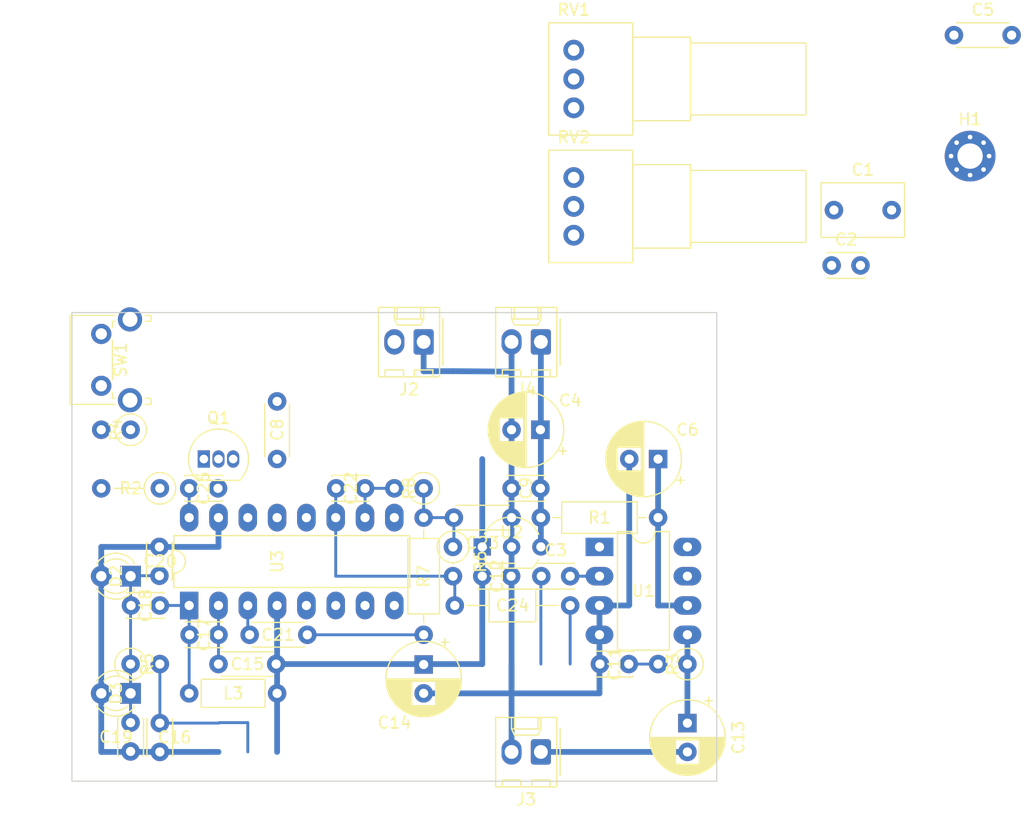
<source format=kicad_pcb>
(kicad_pcb (version 20171130) (host pcbnew 5.1.5-52549c5~84~ubuntu18.04.1)

  (general
    (thickness 1.6)
    (drawings 6)
    (tracks 61)
    (zones 0)
    (modules 45)
    (nets 35)
  )

  (page A4)
  (layers
    (0 F.Cu signal)
    (31 B.Cu signal)
    (32 B.Adhes user)
    (33 F.Adhes user)
    (34 B.Paste user)
    (35 F.Paste user)
    (36 B.SilkS user)
    (37 F.SilkS user)
    (38 B.Mask user)
    (39 F.Mask user)
    (40 Dwgs.User user)
    (41 Cmts.User user)
    (42 Eco1.User user)
    (43 Eco2.User user)
    (44 Edge.Cuts user)
    (45 Margin user)
    (46 B.CrtYd user)
    (47 F.CrtYd user)
    (48 B.Fab user)
    (49 F.Fab user hide)
  )

  (setup
    (last_trace_width 0.25)
    (trace_clearance 0.2)
    (zone_clearance 0.508)
    (zone_45_only no)
    (trace_min 0.2)
    (via_size 0.8)
    (via_drill 0.4)
    (via_min_size 0.4)
    (via_min_drill 0.3)
    (uvia_size 0.3)
    (uvia_drill 0.1)
    (uvias_allowed no)
    (uvia_min_size 0.2)
    (uvia_min_drill 0.1)
    (edge_width 0.1)
    (segment_width 0.2)
    (pcb_text_width 0.3)
    (pcb_text_size 1.5 1.5)
    (mod_edge_width 0.15)
    (mod_text_size 1 1)
    (mod_text_width 0.15)
    (pad_size 1.524 1.524)
    (pad_drill 0.762)
    (pad_to_mask_clearance 0)
    (aux_axis_origin 0 0)
    (visible_elements FFFFFF7F)
    (pcbplotparams
      (layerselection 0x010fc_ffffffff)
      (usegerberextensions false)
      (usegerberattributes false)
      (usegerberadvancedattributes false)
      (creategerberjobfile false)
      (excludeedgelayer true)
      (linewidth 0.100000)
      (plotframeref false)
      (viasonmask false)
      (mode 1)
      (useauxorigin false)
      (hpglpennumber 1)
      (hpglpenspeed 20)
      (hpglpendiameter 15.000000)
      (psnegative false)
      (psa4output false)
      (plotreference true)
      (plotvalue true)
      (plotinvisibletext false)
      (padsonsilk false)
      (subtractmaskfromsilk false)
      (outputformat 1)
      (mirror false)
      (drillshape 1)
      (scaleselection 1)
      (outputdirectory ""))
  )

  (net 0 "")
  (net 1 GND)
  (net 2 "Net-(C3-Pad2)")
  (net 3 AF)
  (net 4 "Net-(C6-Pad1)")
  (net 5 +6V)
  (net 6 "Net-(C11-Pad2)")
  (net 7 "Net-(C13-Pad1)")
  (net 8 "Net-(C15-Pad1)")
  (net 9 "Net-(C16-Pad1)")
  (net 10 "Net-(C17-Pad1)")
  (net 11 "Net-(C18-Pad2)")
  (net 12 "Net-(C21-Pad2)")
  (net 13 "Net-(C21-Pad1)")
  (net 14 "Net-(C22-Pad2)")
  (net 15 "Net-(C22-Pad1)")
  (net 16 "Net-(C23-Pad2)")
  (net 17 "Net-(C24-Pad1)")
  (net 18 "Net-(C26-Pad2)")
  (net 19 PREAMP)
  (net 20 "Net-(U1-Pad8)")
  (net 21 "Net-(U1-Pad7)")
  (net 22 "Net-(U1-Pad1)")
  (net 23 "Net-(U3-Pad8)")
  (net 24 "Net-(U3-Pad7)")
  (net 25 "Net-(U3-Pad14)")
  (net 26 "Net-(U3-Pad6)")
  (net 27 "Net-(U3-Pad5)")
  (net 28 "Net-(U3-Pad12)")
  (net 29 "Net-(U3-Pad9)")
  (net 30 "Net-(C1-Pad1)")
  (net 31 VCC)
  (net 32 "Net-(C5-Pad1)")
  (net 33 "Net-(C13-Pad2)")
  (net 34 "Net-(H1-Pad1)")

  (net_class Default "This is the default net class."
    (clearance 0.2)
    (trace_width 0.25)
    (via_dia 0.8)
    (via_drill 0.4)
    (uvia_dia 0.3)
    (uvia_drill 0.1)
    (add_net AF)
    (add_net "Net-(C1-Pad1)")
    (add_net "Net-(C11-Pad2)")
    (add_net "Net-(C13-Pad2)")
    (add_net "Net-(C15-Pad1)")
    (add_net "Net-(C16-Pad1)")
    (add_net "Net-(C17-Pad1)")
    (add_net "Net-(C18-Pad2)")
    (add_net "Net-(C21-Pad1)")
    (add_net "Net-(C21-Pad2)")
    (add_net "Net-(C22-Pad1)")
    (add_net "Net-(C22-Pad2)")
    (add_net "Net-(C23-Pad2)")
    (add_net "Net-(C24-Pad1)")
    (add_net "Net-(C26-Pad2)")
    (add_net "Net-(C3-Pad2)")
    (add_net "Net-(C5-Pad1)")
    (add_net "Net-(H1-Pad1)")
    (add_net "Net-(U1-Pad1)")
    (add_net "Net-(U1-Pad7)")
    (add_net "Net-(U1-Pad8)")
    (add_net "Net-(U3-Pad12)")
    (add_net "Net-(U3-Pad14)")
    (add_net "Net-(U3-Pad5)")
    (add_net "Net-(U3-Pad6)")
    (add_net "Net-(U3-Pad7)")
    (add_net "Net-(U3-Pad8)")
    (add_net "Net-(U3-Pad9)")
    (add_net PREAMP)
    (add_net VCC)
  )

  (net_class PWR ""
    (clearance 0.2)
    (trace_width 0.5)
    (via_dia 0.8)
    (via_drill 0.4)
    (uvia_dia 0.3)
    (uvia_drill 0.1)
    (add_net +6V)
    (add_net GND)
    (add_net "Net-(C13-Pad1)")
    (add_net "Net-(C6-Pad1)")
  )

  (module Button_Switch_THT:SW_Tactile_SPST_Angled_PTS645Vx83-2LFS (layer F.Cu) (tedit 5A02FE31) (tstamp 5E2B7D99)
    (at 101.6 49.53 90)
    (descr "tactile switch SPST right angle, PTS645VL83-2 LFS")
    (tags "tactile switch SPST angled PTS645VL83-2 LFS C&K Button")
    (path /5E4BA11F)
    (fp_text reference SW1 (at 2.25 1.68 90) (layer F.SilkS)
      (effects (font (size 1 1) (thickness 0.15)))
    )
    (fp_text value SW_Push (at 2.25 5.38988 90) (layer F.Fab)
      (effects (font (size 1 1) (thickness 0.15)))
    )
    (fp_line (start 0.55 0.97) (end 3.95 0.97) (layer F.SilkS) (width 0.12))
    (fp_line (start -1.09 0.97) (end -0.55 0.97) (layer F.SilkS) (width 0.12))
    (fp_line (start 6.11 3.8) (end 6.11 4.31) (layer F.SilkS) (width 0.12))
    (fp_line (start 5.59 4.31) (end 6.11 4.31) (layer F.SilkS) (width 0.12))
    (fp_line (start 5.59 3.8) (end 5.59 4.31) (layer F.SilkS) (width 0.12))
    (fp_line (start 5.05 0.97) (end 5.59 0.97) (layer F.SilkS) (width 0.12))
    (fp_line (start -1.61 3.8) (end -1.61 4.31) (layer F.SilkS) (width 0.12))
    (fp_line (start -1.09 3.8) (end -1.09 4.31) (layer F.SilkS) (width 0.12))
    (fp_line (start 5.59 0.97) (end 5.59 1.2) (layer F.SilkS) (width 0.12))
    (fp_line (start -1.2 4.2) (end -1.2 0.86) (layer F.Fab) (width 0.1))
    (fp_line (start 5.7 4.2) (end 6 4.2) (layer F.Fab) (width 0.1))
    (fp_line (start -1.5 4.2) (end -1.5 -2.59) (layer F.Fab) (width 0.1))
    (fp_line (start -1.5 -2.59) (end 6 -2.59) (layer F.Fab) (width 0.1))
    (fp_line (start -1.61 -2.7) (end -1.61 1.2) (layer F.SilkS) (width 0.12))
    (fp_line (start -1.61 4.31) (end -1.09 4.31) (layer F.SilkS) (width 0.12))
    (fp_line (start 6.11 -2.7) (end 6.11 1.2) (layer F.SilkS) (width 0.12))
    (fp_line (start -1.61 -2.7) (end 6.11 -2.7) (layer F.SilkS) (width 0.12))
    (fp_line (start -2.5 4.45) (end -2.5 -2.8) (layer F.CrtYd) (width 0.05))
    (fp_line (start 7.05 4.45) (end -2.5 4.45) (layer F.CrtYd) (width 0.05))
    (fp_line (start 7.05 -2.8) (end 7.05 4.45) (layer F.CrtYd) (width 0.05))
    (fp_line (start -2.5 -2.8) (end 7.05 -2.8) (layer F.CrtYd) (width 0.05))
    (fp_line (start 6 4.2) (end 6 -2.59) (layer F.Fab) (width 0.1))
    (fp_line (start -1.2 0.86) (end 5.7 0.86) (layer F.Fab) (width 0.1))
    (fp_line (start -1.5 4.2) (end -1.2 4.2) (layer F.Fab) (width 0.1))
    (fp_line (start 5.7 4.2) (end 5.7 0.86) (layer F.Fab) (width 0.1))
    (fp_line (start -1.09 0.97) (end -1.09 1.2) (layer F.SilkS) (width 0.12))
    (fp_text user %R (at 2.25 1.68 90) (layer F.Fab)
      (effects (font (size 1 1) (thickness 0.15)))
    )
    (fp_line (start 0.5 -8.35) (end 4 -8.35) (layer F.Fab) (width 0.1))
    (fp_line (start 4 -8.35) (end 4 -2.59) (layer F.Fab) (width 0.1))
    (fp_line (start 0.5 -8.35) (end 0.5 -2.59) (layer F.Fab) (width 0.1))
    (pad "" thru_hole circle (at -1.25 2.49 90) (size 2.1 2.1) (drill 1.3) (layers *.Cu *.Mask))
    (pad 1 thru_hole circle (at 0 0 90) (size 1.75 1.75) (drill 0.99) (layers *.Cu *.Mask)
      (net 34 "Net-(H1-Pad1)"))
    (pad 2 thru_hole circle (at 4.5 0 90) (size 1.75 1.75) (drill 0.99) (layers *.Cu *.Mask)
      (net 32 "Net-(C5-Pad1)"))
    (pad "" thru_hole circle (at 5.76 2.49 90) (size 2.1 2.1) (drill 1.3) (layers *.Cu *.Mask))
    (model ${KISYS3DMOD}/Button_Switch_THT.3dshapes/SW_Tactile_SPST_Angled_PTS645Vx83-2LFS.wrl
      (at (xyz 0 0 0))
      (scale (xyz 1 1 1))
      (rotate (xyz 0 0 0))
    )
  )

  (module Potentiometer_THT:Potentiometer_Alps_RK097_Single_Horizontal (layer F.Cu) (tedit 5A3D4993) (tstamp 5E2B7D73)
    (at 142.55 36.47)
    (descr "Potentiometer, horizontal, Alps RK097 Single, http://www.alps.com/prod/info/E/HTML/Potentiometer/RotaryPotentiometers/RK097/RK097_list.html")
    (tags "Potentiometer horizontal Alps RK097 Single")
    (path /5E424AD4)
    (fp_text reference RV2 (at 0 -8.5) (layer F.SilkS)
      (effects (font (size 1 1) (thickness 0.15)))
    )
    (fp_text value 10k (at 0 3.5) (layer F.Fab)
      (effects (font (size 1 1) (thickness 0.15)))
    )
    (fp_text user %R (at 1.475 -2.5) (layer F.Fab)
      (effects (font (size 1 1) (thickness 0.15)))
    )
    (fp_line (start 20.25 -7.5) (end -2.3 -7.5) (layer F.CrtYd) (width 0.05))
    (fp_line (start 20.25 2.5) (end 20.25 -7.5) (layer F.CrtYd) (width 0.05))
    (fp_line (start -2.3 2.5) (end 20.25 2.5) (layer F.CrtYd) (width 0.05))
    (fp_line (start -2.3 -7.5) (end -2.3 2.5) (layer F.CrtYd) (width 0.05))
    (fp_line (start 20.12 -5.62) (end 20.12 0.62) (layer F.SilkS) (width 0.12))
    (fp_line (start 10.12 -5.62) (end 10.12 0.62) (layer F.SilkS) (width 0.12))
    (fp_line (start 10.12 0.62) (end 20.12 0.62) (layer F.SilkS) (width 0.12))
    (fp_line (start 10.12 -5.62) (end 20.12 -5.62) (layer F.SilkS) (width 0.12))
    (fp_line (start 10.12 -6.12) (end 10.12 1.12) (layer F.SilkS) (width 0.12))
    (fp_line (start 5.12 -6.12) (end 5.12 1.12) (layer F.SilkS) (width 0.12))
    (fp_line (start 5.12 1.12) (end 10.12 1.12) (layer F.SilkS) (width 0.12))
    (fp_line (start 5.12 -6.12) (end 10.12 -6.12) (layer F.SilkS) (width 0.12))
    (fp_line (start 5.12 -7.37) (end 5.12 2.37) (layer F.SilkS) (width 0.12))
    (fp_line (start -2.17 -7.37) (end -2.17 2.37) (layer F.SilkS) (width 0.12))
    (fp_line (start -2.17 2.37) (end 5.12 2.37) (layer F.SilkS) (width 0.12))
    (fp_line (start -2.17 -7.37) (end 5.12 -7.37) (layer F.SilkS) (width 0.12))
    (fp_line (start 20 -5.5) (end 10 -5.5) (layer F.Fab) (width 0.1))
    (fp_line (start 20 0.5) (end 20 -5.5) (layer F.Fab) (width 0.1))
    (fp_line (start 10 0.5) (end 20 0.5) (layer F.Fab) (width 0.1))
    (fp_line (start 10 -5.5) (end 10 0.5) (layer F.Fab) (width 0.1))
    (fp_line (start 10 -6) (end 5 -6) (layer F.Fab) (width 0.1))
    (fp_line (start 10 1) (end 10 -6) (layer F.Fab) (width 0.1))
    (fp_line (start 5 1) (end 10 1) (layer F.Fab) (width 0.1))
    (fp_line (start 5 -6) (end 5 1) (layer F.Fab) (width 0.1))
    (fp_line (start 5 -7.25) (end -2.05 -7.25) (layer F.Fab) (width 0.1))
    (fp_line (start 5 2.25) (end 5 -7.25) (layer F.Fab) (width 0.1))
    (fp_line (start -2.05 2.25) (end 5 2.25) (layer F.Fab) (width 0.1))
    (fp_line (start -2.05 -7.25) (end -2.05 2.25) (layer F.Fab) (width 0.1))
    (pad 1 thru_hole circle (at 0 0) (size 1.8 1.8) (drill 1) (layers *.Cu *.Mask)
      (net 17 "Net-(C24-Pad1)"))
    (pad 2 thru_hole circle (at 0 -2.5) (size 1.8 1.8) (drill 1) (layers *.Cu *.Mask)
      (net 3 AF))
    (pad 3 thru_hole circle (at 0 -5) (size 1.8 1.8) (drill 1) (layers *.Cu *.Mask)
      (net 1 GND))
    (model ${KISYS3DMOD}/Potentiometer_THT.3dshapes/Potentiometer_Alps_RK097_Single_Horizontal.wrl
      (at (xyz 0 0 0))
      (scale (xyz 1 1 1))
      (rotate (xyz 0 0 0))
    )
  )

  (module Potentiometer_THT:Potentiometer_Alps_RK097_Single_Horizontal (layer F.Cu) (tedit 5A3D4993) (tstamp 5E2B7D4F)
    (at 142.55 25.42)
    (descr "Potentiometer, horizontal, Alps RK097 Single, http://www.alps.com/prod/info/E/HTML/Potentiometer/RotaryPotentiometers/RK097/RK097_list.html")
    (tags "Potentiometer horizontal Alps RK097 Single")
    (path /5E3F54E2)
    (fp_text reference RV1 (at 0 -8.5) (layer F.SilkS)
      (effects (font (size 1 1) (thickness 0.15)))
    )
    (fp_text value 10k (at 0 3.5) (layer F.Fab)
      (effects (font (size 1 1) (thickness 0.15)))
    )
    (fp_text user %R (at 1.475 -2.5) (layer F.Fab)
      (effects (font (size 1 1) (thickness 0.15)))
    )
    (fp_line (start 20.25 -7.5) (end -2.3 -7.5) (layer F.CrtYd) (width 0.05))
    (fp_line (start 20.25 2.5) (end 20.25 -7.5) (layer F.CrtYd) (width 0.05))
    (fp_line (start -2.3 2.5) (end 20.25 2.5) (layer F.CrtYd) (width 0.05))
    (fp_line (start -2.3 -7.5) (end -2.3 2.5) (layer F.CrtYd) (width 0.05))
    (fp_line (start 20.12 -5.62) (end 20.12 0.62) (layer F.SilkS) (width 0.12))
    (fp_line (start 10.12 -5.62) (end 10.12 0.62) (layer F.SilkS) (width 0.12))
    (fp_line (start 10.12 0.62) (end 20.12 0.62) (layer F.SilkS) (width 0.12))
    (fp_line (start 10.12 -5.62) (end 20.12 -5.62) (layer F.SilkS) (width 0.12))
    (fp_line (start 10.12 -6.12) (end 10.12 1.12) (layer F.SilkS) (width 0.12))
    (fp_line (start 5.12 -6.12) (end 5.12 1.12) (layer F.SilkS) (width 0.12))
    (fp_line (start 5.12 1.12) (end 10.12 1.12) (layer F.SilkS) (width 0.12))
    (fp_line (start 5.12 -6.12) (end 10.12 -6.12) (layer F.SilkS) (width 0.12))
    (fp_line (start 5.12 -7.37) (end 5.12 2.37) (layer F.SilkS) (width 0.12))
    (fp_line (start -2.17 -7.37) (end -2.17 2.37) (layer F.SilkS) (width 0.12))
    (fp_line (start -2.17 2.37) (end 5.12 2.37) (layer F.SilkS) (width 0.12))
    (fp_line (start -2.17 -7.37) (end 5.12 -7.37) (layer F.SilkS) (width 0.12))
    (fp_line (start 20 -5.5) (end 10 -5.5) (layer F.Fab) (width 0.1))
    (fp_line (start 20 0.5) (end 20 -5.5) (layer F.Fab) (width 0.1))
    (fp_line (start 10 0.5) (end 20 0.5) (layer F.Fab) (width 0.1))
    (fp_line (start 10 -5.5) (end 10 0.5) (layer F.Fab) (width 0.1))
    (fp_line (start 10 -6) (end 5 -6) (layer F.Fab) (width 0.1))
    (fp_line (start 10 1) (end 10 -6) (layer F.Fab) (width 0.1))
    (fp_line (start 5 1) (end 10 1) (layer F.Fab) (width 0.1))
    (fp_line (start 5 -6) (end 5 1) (layer F.Fab) (width 0.1))
    (fp_line (start 5 -7.25) (end -2.05 -7.25) (layer F.Fab) (width 0.1))
    (fp_line (start 5 2.25) (end 5 -7.25) (layer F.Fab) (width 0.1))
    (fp_line (start -2.05 2.25) (end 5 2.25) (layer F.Fab) (width 0.1))
    (fp_line (start -2.05 -7.25) (end -2.05 2.25) (layer F.Fab) (width 0.1))
    (pad 1 thru_hole circle (at 0 0) (size 1.8 1.8) (drill 1) (layers *.Cu *.Mask)
      (net 5 +6V))
    (pad 2 thru_hole circle (at 0 -2.5) (size 1.8 1.8) (drill 1) (layers *.Cu *.Mask)
      (net 9 "Net-(C16-Pad1)"))
    (pad 3 thru_hole circle (at 0 -5) (size 1.8 1.8) (drill 1) (layers *.Cu *.Mask)
      (net 1 GND))
    (model ${KISYS3DMOD}/Potentiometer_THT.3dshapes/Potentiometer_Alps_RK097_Single_Horizontal.wrl
      (at (xyz 0 0 0))
      (scale (xyz 1 1 1))
      (rotate (xyz 0 0 0))
    )
  )

  (module Package_TO_SOT_THT:TO-92_Inline (layer F.Cu) (tedit 5A1DD157) (tstamp 5E2B7C47)
    (at 110.49 55.88)
    (descr "TO-92 leads in-line, narrow, oval pads, drill 0.75mm (see NXP sot054_po.pdf)")
    (tags "to-92 sc-43 sc-43a sot54 PA33 transistor")
    (path /5E325846)
    (fp_text reference Q1 (at 1.27 -3.56) (layer F.SilkS)
      (effects (font (size 1 1) (thickness 0.15)))
    )
    (fp_text value BF256C (at 1.27 2.79) (layer F.Fab)
      (effects (font (size 1 1) (thickness 0.15)))
    )
    (fp_arc (start 1.27 0) (end 1.27 -2.6) (angle 135) (layer F.SilkS) (width 0.12))
    (fp_arc (start 1.27 0) (end 1.27 -2.48) (angle -135) (layer F.Fab) (width 0.1))
    (fp_arc (start 1.27 0) (end 1.27 -2.6) (angle -135) (layer F.SilkS) (width 0.12))
    (fp_arc (start 1.27 0) (end 1.27 -2.48) (angle 135) (layer F.Fab) (width 0.1))
    (fp_line (start 4 2.01) (end -1.46 2.01) (layer F.CrtYd) (width 0.05))
    (fp_line (start 4 2.01) (end 4 -2.73) (layer F.CrtYd) (width 0.05))
    (fp_line (start -1.46 -2.73) (end -1.46 2.01) (layer F.CrtYd) (width 0.05))
    (fp_line (start -1.46 -2.73) (end 4 -2.73) (layer F.CrtYd) (width 0.05))
    (fp_line (start -0.5 1.75) (end 3 1.75) (layer F.Fab) (width 0.1))
    (fp_line (start -0.53 1.85) (end 3.07 1.85) (layer F.SilkS) (width 0.12))
    (fp_text user %R (at 1.27 -3.56) (layer F.Fab)
      (effects (font (size 1 1) (thickness 0.15)))
    )
    (pad 1 thru_hole rect (at 0 0) (size 1.05 1.5) (drill 0.75) (layers *.Cu *.Mask)
      (net 32 "Net-(C5-Pad1)"))
    (pad 3 thru_hole oval (at 2.54 0) (size 1.05 1.5) (drill 0.75) (layers *.Cu *.Mask)
      (net 5 +6V))
    (pad 2 thru_hole oval (at 1.27 0) (size 1.05 1.5) (drill 0.75) (layers *.Cu *.Mask)
      (net 18 "Net-(C26-Pad2)"))
    (model ${KISYS3DMOD}/Package_TO_SOT_THT.3dshapes/TO-92_Inline.wrl
      (at (xyz 0 0 0))
      (scale (xyz 1 1 1))
      (rotate (xyz 0 0 0))
    )
  )

  (module MountingHole:MountingHole_2.2mm_M2_Pad_Via (layer F.Cu) (tedit 56DDB9C7) (tstamp 5E2B7B81)
    (at 176.9 29.61)
    (descr "Mounting Hole 2.2mm, M2")
    (tags "mounting hole 2.2mm m2")
    (path /5E51F9CD)
    (attr virtual)
    (fp_text reference H1 (at 0 -3.2) (layer F.SilkS)
      (effects (font (size 1 1) (thickness 0.15)))
    )
    (fp_text value EL (at 0 3.2) (layer F.Fab)
      (effects (font (size 1 1) (thickness 0.15)))
    )
    (fp_circle (center 0 0) (end 2.45 0) (layer F.CrtYd) (width 0.05))
    (fp_circle (center 0 0) (end 2.2 0) (layer Cmts.User) (width 0.15))
    (fp_text user %R (at 0.3 0) (layer F.Fab)
      (effects (font (size 1 1) (thickness 0.15)))
    )
    (pad 1 thru_hole circle (at 1.166726 -1.166726) (size 0.7 0.7) (drill 0.4) (layers *.Cu *.Mask)
      (net 34 "Net-(H1-Pad1)"))
    (pad 1 thru_hole circle (at 0 -1.65) (size 0.7 0.7) (drill 0.4) (layers *.Cu *.Mask)
      (net 34 "Net-(H1-Pad1)"))
    (pad 1 thru_hole circle (at -1.166726 -1.166726) (size 0.7 0.7) (drill 0.4) (layers *.Cu *.Mask)
      (net 34 "Net-(H1-Pad1)"))
    (pad 1 thru_hole circle (at -1.65 0) (size 0.7 0.7) (drill 0.4) (layers *.Cu *.Mask)
      (net 34 "Net-(H1-Pad1)"))
    (pad 1 thru_hole circle (at -1.166726 1.166726) (size 0.7 0.7) (drill 0.4) (layers *.Cu *.Mask)
      (net 34 "Net-(H1-Pad1)"))
    (pad 1 thru_hole circle (at 0 1.65) (size 0.7 0.7) (drill 0.4) (layers *.Cu *.Mask)
      (net 34 "Net-(H1-Pad1)"))
    (pad 1 thru_hole circle (at 1.166726 1.166726) (size 0.7 0.7) (drill 0.4) (layers *.Cu *.Mask)
      (net 34 "Net-(H1-Pad1)"))
    (pad 1 thru_hole circle (at 1.65 0) (size 0.7 0.7) (drill 0.4) (layers *.Cu *.Mask)
      (net 34 "Net-(H1-Pad1)"))
    (pad 1 thru_hole circle (at 0 0) (size 4.4 4.4) (drill 2.2) (layers *.Cu *.Mask)
      (net 34 "Net-(H1-Pad1)"))
  )

  (module Capacitor_THT:C_Disc_D4.3mm_W1.9mm_P5.00mm (layer F.Cu) (tedit 5AE50EF0) (tstamp 5E2B756F)
    (at 175.5 19.12)
    (descr "C, Disc series, Radial, pin pitch=5.00mm, , diameter*width=4.3*1.9mm^2, Capacitor, http://www.vishay.com/docs/45233/krseries.pdf")
    (tags "C Disc series Radial pin pitch 5.00mm  diameter 4.3mm width 1.9mm Capacitor")
    (path /5E3D0BB1)
    (fp_text reference C5 (at 2.5 -2.2) (layer F.SilkS)
      (effects (font (size 1 1) (thickness 0.15)))
    )
    (fp_text value 100n (at 2.5 2.2) (layer F.Fab)
      (effects (font (size 1 1) (thickness 0.15)))
    )
    (fp_text user %R (at 2.5 0) (layer F.Fab)
      (effects (font (size 0.86 0.86) (thickness 0.129)))
    )
    (fp_line (start 6.05 -1.2) (end -1.05 -1.2) (layer F.CrtYd) (width 0.05))
    (fp_line (start 6.05 1.2) (end 6.05 -1.2) (layer F.CrtYd) (width 0.05))
    (fp_line (start -1.05 1.2) (end 6.05 1.2) (layer F.CrtYd) (width 0.05))
    (fp_line (start -1.05 -1.2) (end -1.05 1.2) (layer F.CrtYd) (width 0.05))
    (fp_line (start 4.77 1.055) (end 4.77 1.07) (layer F.SilkS) (width 0.12))
    (fp_line (start 4.77 -1.07) (end 4.77 -1.055) (layer F.SilkS) (width 0.12))
    (fp_line (start 0.23 1.055) (end 0.23 1.07) (layer F.SilkS) (width 0.12))
    (fp_line (start 0.23 -1.07) (end 0.23 -1.055) (layer F.SilkS) (width 0.12))
    (fp_line (start 0.23 1.07) (end 4.77 1.07) (layer F.SilkS) (width 0.12))
    (fp_line (start 0.23 -1.07) (end 4.77 -1.07) (layer F.SilkS) (width 0.12))
    (fp_line (start 4.65 -0.95) (end 0.35 -0.95) (layer F.Fab) (width 0.1))
    (fp_line (start 4.65 0.95) (end 4.65 -0.95) (layer F.Fab) (width 0.1))
    (fp_line (start 0.35 0.95) (end 4.65 0.95) (layer F.Fab) (width 0.1))
    (fp_line (start 0.35 -0.95) (end 0.35 0.95) (layer F.Fab) (width 0.1))
    (pad 2 thru_hole circle (at 5 0) (size 1.6 1.6) (drill 0.8) (layers *.Cu *.Mask)
      (net 30 "Net-(C1-Pad1)"))
    (pad 1 thru_hole circle (at 0 0) (size 1.6 1.6) (drill 0.8) (layers *.Cu *.Mask)
      (net 32 "Net-(C5-Pad1)"))
    (model ${KISYS3DMOD}/Capacitor_THT.3dshapes/C_Disc_D4.3mm_W1.9mm_P5.00mm.wrl
      (at (xyz 0 0 0))
      (scale (xyz 1 1 1))
      (rotate (xyz 0 0 0))
    )
  )

  (module Capacitor_THT:C_Disc_D3.0mm_W2.0mm_P2.50mm (layer F.Cu) (tedit 5AE50EF0) (tstamp 5E2B7420)
    (at 164.9 39.09)
    (descr "C, Disc series, Radial, pin pitch=2.50mm, , diameter*width=3*2mm^2, Capacitor")
    (tags "C Disc series Radial pin pitch 2.50mm  diameter 3mm width 2mm Capacitor")
    (path /5E368333)
    (fp_text reference C2 (at 1.25 -2.25) (layer F.SilkS)
      (effects (font (size 1 1) (thickness 0.15)))
    )
    (fp_text value 220p (at 1.25 2.25) (layer F.Fab)
      (effects (font (size 1 1) (thickness 0.15)))
    )
    (fp_text user %R (at 1.25 0) (layer F.Fab)
      (effects (font (size 0.6 0.6) (thickness 0.09)))
    )
    (fp_line (start 3.55 -1.25) (end -1.05 -1.25) (layer F.CrtYd) (width 0.05))
    (fp_line (start 3.55 1.25) (end 3.55 -1.25) (layer F.CrtYd) (width 0.05))
    (fp_line (start -1.05 1.25) (end 3.55 1.25) (layer F.CrtYd) (width 0.05))
    (fp_line (start -1.05 -1.25) (end -1.05 1.25) (layer F.CrtYd) (width 0.05))
    (fp_line (start 2.87 1.055) (end 2.87 1.12) (layer F.SilkS) (width 0.12))
    (fp_line (start 2.87 -1.12) (end 2.87 -1.055) (layer F.SilkS) (width 0.12))
    (fp_line (start -0.37 1.055) (end -0.37 1.12) (layer F.SilkS) (width 0.12))
    (fp_line (start -0.37 -1.12) (end -0.37 -1.055) (layer F.SilkS) (width 0.12))
    (fp_line (start -0.37 1.12) (end 2.87 1.12) (layer F.SilkS) (width 0.12))
    (fp_line (start -0.37 -1.12) (end 2.87 -1.12) (layer F.SilkS) (width 0.12))
    (fp_line (start 2.75 -1) (end -0.25 -1) (layer F.Fab) (width 0.1))
    (fp_line (start 2.75 1) (end 2.75 -1) (layer F.Fab) (width 0.1))
    (fp_line (start -0.25 1) (end 2.75 1) (layer F.Fab) (width 0.1))
    (fp_line (start -0.25 -1) (end -0.25 1) (layer F.Fab) (width 0.1))
    (pad 2 thru_hole circle (at 2.5 0) (size 1.6 1.6) (drill 0.8) (layers *.Cu *.Mask)
      (net 1 GND))
    (pad 1 thru_hole circle (at 0 0) (size 1.6 1.6) (drill 0.8) (layers *.Cu *.Mask)
      (net 30 "Net-(C1-Pad1)"))
    (model ${KISYS3DMOD}/Capacitor_THT.3dshapes/C_Disc_D3.0mm_W2.0mm_P2.50mm.wrl
      (at (xyz 0 0 0))
      (scale (xyz 1 1 1))
      (rotate (xyz 0 0 0))
    )
  )

  (module Capacitor_THT:C_Rect_L7.0mm_W4.5mm_P5.00mm (layer F.Cu) (tedit 5AE50EF0) (tstamp 5E2B740B)
    (at 165.1 34.29)
    (descr "C, Rect series, Radial, pin pitch=5.00mm, , length*width=7*4.5mm^2, Capacitor")
    (tags "C Rect series Radial pin pitch 5.00mm  length 7mm width 4.5mm Capacitor")
    (path /5E368DE7)
    (fp_text reference C1 (at 2.5 -3.5) (layer F.SilkS)
      (effects (font (size 1 1) (thickness 0.15)))
    )
    (fp_text value 30p (at 2.5 3.5) (layer F.Fab)
      (effects (font (size 1 1) (thickness 0.15)))
    )
    (fp_text user %R (at 2.5 0) (layer F.Fab)
      (effects (font (size 1 1) (thickness 0.15)))
    )
    (fp_line (start 6.25 -2.5) (end -1.25 -2.5) (layer F.CrtYd) (width 0.05))
    (fp_line (start 6.25 2.5) (end 6.25 -2.5) (layer F.CrtYd) (width 0.05))
    (fp_line (start -1.25 2.5) (end 6.25 2.5) (layer F.CrtYd) (width 0.05))
    (fp_line (start -1.25 -2.5) (end -1.25 2.5) (layer F.CrtYd) (width 0.05))
    (fp_line (start 6.12 -2.37) (end 6.12 2.37) (layer F.SilkS) (width 0.12))
    (fp_line (start -1.12 -2.37) (end -1.12 2.37) (layer F.SilkS) (width 0.12))
    (fp_line (start -1.12 2.37) (end 6.12 2.37) (layer F.SilkS) (width 0.12))
    (fp_line (start -1.12 -2.37) (end 6.12 -2.37) (layer F.SilkS) (width 0.12))
    (fp_line (start 6 -2.25) (end -1 -2.25) (layer F.Fab) (width 0.1))
    (fp_line (start 6 2.25) (end 6 -2.25) (layer F.Fab) (width 0.1))
    (fp_line (start -1 2.25) (end 6 2.25) (layer F.Fab) (width 0.1))
    (fp_line (start -1 -2.25) (end -1 2.25) (layer F.Fab) (width 0.1))
    (pad 2 thru_hole circle (at 5 0) (size 1.6 1.6) (drill 0.8) (layers *.Cu *.Mask)
      (net 1 GND))
    (pad 1 thru_hole circle (at 0 0) (size 1.6 1.6) (drill 0.8) (layers *.Cu *.Mask)
      (net 30 "Net-(C1-Pad1)"))
    (model ${KISYS3DMOD}/Capacitor_THT.3dshapes/C_Rect_L7.0mm_W4.5mm_P5.00mm.wrl
      (at (xyz 0 0 0))
      (scale (xyz 1 1 1))
      (rotate (xyz 0 0 0))
    )
  )

  (module Resistor_THT:R_Axial_DIN0207_L6.3mm_D2.5mm_P2.54mm_Vertical (layer F.Cu) (tedit 5AE5139B) (tstamp 5E2B4E47)
    (at 132.08 63.5 270)
    (descr "Resistor, Axial_DIN0207 series, Axial, Vertical, pin pitch=2.54mm, 0.25W = 1/4W, length*diameter=6.3*2.5mm^2, http://cdn-reichelt.de/documents/datenblatt/B400/1_4W%23YAG.pdf")
    (tags "Resistor Axial_DIN0207 series Axial Vertical pin pitch 2.54mm 0.25W = 1/4W length 6.3mm diameter 2.5mm")
    (path /5E3B283E)
    (fp_text reference R6 (at 1.27 -2.37 90) (layer F.SilkS)
      (effects (font (size 1 1) (thickness 0.15)))
    )
    (fp_text value 8.2k (at 1.27 2.37 90) (layer F.Fab)
      (effects (font (size 1 1) (thickness 0.15)))
    )
    (fp_text user %R (at 1.27 -2.37 90) (layer F.Fab)
      (effects (font (size 1 1) (thickness 0.15)))
    )
    (fp_line (start 3.59 -1.5) (end -1.5 -1.5) (layer F.CrtYd) (width 0.05))
    (fp_line (start 3.59 1.5) (end 3.59 -1.5) (layer F.CrtYd) (width 0.05))
    (fp_line (start -1.5 1.5) (end 3.59 1.5) (layer F.CrtYd) (width 0.05))
    (fp_line (start -1.5 -1.5) (end -1.5 1.5) (layer F.CrtYd) (width 0.05))
    (fp_line (start 1.37 0) (end 1.44 0) (layer F.SilkS) (width 0.12))
    (fp_line (start 0 0) (end 2.54 0) (layer F.Fab) (width 0.1))
    (fp_circle (center 0 0) (end 1.37 0) (layer F.SilkS) (width 0.12))
    (fp_circle (center 0 0) (end 1.25 0) (layer F.Fab) (width 0.1))
    (pad 2 thru_hole oval (at 2.54 0 270) (size 1.6 1.6) (drill 0.8) (layers *.Cu *.Mask)
      (net 14 "Net-(C22-Pad2)"))
    (pad 1 thru_hole circle (at 0 0 270) (size 1.6 1.6) (drill 0.8) (layers *.Cu *.Mask)
      (net 16 "Net-(C23-Pad2)"))
    (model ${KISYS3DMOD}/Resistor_THT.3dshapes/R_Axial_DIN0207_L6.3mm_D2.5mm_P2.54mm_Vertical.wrl
      (at (xyz 0 0 0))
      (scale (xyz 1 1 1))
      (rotate (xyz 0 0 0))
    )
  )

  (module Capacitor_THT:C_Disc_D4.3mm_W1.9mm_P5.00mm (layer F.Cu) (tedit 5AE50EF0) (tstamp 5E2B4BFF)
    (at 137.16 60.96 180)
    (descr "C, Disc series, Radial, pin pitch=5.00mm, , diameter*width=4.3*1.9mm^2, Capacitor, http://www.vishay.com/docs/45233/krseries.pdf")
    (tags "C Disc series Radial pin pitch 5.00mm  diameter 4.3mm width 1.9mm Capacitor")
    (path /5E3B2107)
    (fp_text reference C23 (at 2.5 -2.2) (layer F.SilkS)
      (effects (font (size 1 1) (thickness 0.15)))
    )
    (fp_text value 47n (at 2.5 2.2) (layer F.Fab)
      (effects (font (size 1 1) (thickness 0.15)))
    )
    (fp_text user %R (at 2.5 0) (layer F.Fab)
      (effects (font (size 0.86 0.86) (thickness 0.129)))
    )
    (fp_line (start 6.05 -1.2) (end -1.05 -1.2) (layer F.CrtYd) (width 0.05))
    (fp_line (start 6.05 1.2) (end 6.05 -1.2) (layer F.CrtYd) (width 0.05))
    (fp_line (start -1.05 1.2) (end 6.05 1.2) (layer F.CrtYd) (width 0.05))
    (fp_line (start -1.05 -1.2) (end -1.05 1.2) (layer F.CrtYd) (width 0.05))
    (fp_line (start 4.77 1.055) (end 4.77 1.07) (layer F.SilkS) (width 0.12))
    (fp_line (start 4.77 -1.07) (end 4.77 -1.055) (layer F.SilkS) (width 0.12))
    (fp_line (start 0.23 1.055) (end 0.23 1.07) (layer F.SilkS) (width 0.12))
    (fp_line (start 0.23 -1.07) (end 0.23 -1.055) (layer F.SilkS) (width 0.12))
    (fp_line (start 0.23 1.07) (end 4.77 1.07) (layer F.SilkS) (width 0.12))
    (fp_line (start 0.23 -1.07) (end 4.77 -1.07) (layer F.SilkS) (width 0.12))
    (fp_line (start 4.65 -0.95) (end 0.35 -0.95) (layer F.Fab) (width 0.1))
    (fp_line (start 4.65 0.95) (end 4.65 -0.95) (layer F.Fab) (width 0.1))
    (fp_line (start 0.35 0.95) (end 4.65 0.95) (layer F.Fab) (width 0.1))
    (fp_line (start 0.35 -0.95) (end 0.35 0.95) (layer F.Fab) (width 0.1))
    (pad 2 thru_hole circle (at 5 0 180) (size 1.6 1.6) (drill 0.8) (layers *.Cu *.Mask)
      (net 16 "Net-(C23-Pad2)"))
    (pad 1 thru_hole circle (at 0 0 180) (size 1.6 1.6) (drill 0.8) (layers *.Cu *.Mask)
      (net 1 GND))
    (model ${KISYS3DMOD}/Capacitor_THT.3dshapes/C_Disc_D4.3mm_W1.9mm_P5.00mm.wrl
      (at (xyz 0 0 0))
      (scale (xyz 1 1 1))
      (rotate (xyz 0 0 0))
    )
  )

  (module Connector_Molex:Molex_KK-254_AE-6410-02A_1x02_P2.54mm_Vertical (layer F.Cu) (tedit 5B78013E) (tstamp 5E2B6B00)
    (at 139.7 45.72 180)
    (descr "Molex KK-254 Interconnect System, old/engineering part number: AE-6410-02A example for new part number: 22-27-2021, 2 Pins (http://www.molex.com/pdm_docs/sd/022272021_sd.pdf), generated with kicad-footprint-generator")
    (tags "connector Molex KK-254 side entry")
    (path /5EEAC8A2)
    (fp_text reference J4 (at 1.27 -4.12) (layer F.SilkS)
      (effects (font (size 1 1) (thickness 0.15)))
    )
    (fp_text value 9V (at 1.27 4.08) (layer F.Fab)
      (effects (font (size 1 1) (thickness 0.15)))
    )
    (fp_text user %R (at 1.27 -2.22) (layer F.Fab)
      (effects (font (size 1 1) (thickness 0.15)))
    )
    (fp_line (start 4.31 -3.42) (end -1.77 -3.42) (layer F.CrtYd) (width 0.05))
    (fp_line (start 4.31 3.38) (end 4.31 -3.42) (layer F.CrtYd) (width 0.05))
    (fp_line (start -1.77 3.38) (end 4.31 3.38) (layer F.CrtYd) (width 0.05))
    (fp_line (start -1.77 -3.42) (end -1.77 3.38) (layer F.CrtYd) (width 0.05))
    (fp_line (start 3.34 -2.43) (end 3.34 -3.03) (layer F.SilkS) (width 0.12))
    (fp_line (start 1.74 -2.43) (end 3.34 -2.43) (layer F.SilkS) (width 0.12))
    (fp_line (start 1.74 -3.03) (end 1.74 -2.43) (layer F.SilkS) (width 0.12))
    (fp_line (start 0.8 -2.43) (end 0.8 -3.03) (layer F.SilkS) (width 0.12))
    (fp_line (start -0.8 -2.43) (end 0.8 -2.43) (layer F.SilkS) (width 0.12))
    (fp_line (start -0.8 -3.03) (end -0.8 -2.43) (layer F.SilkS) (width 0.12))
    (fp_line (start 2.29 2.99) (end 2.29 1.99) (layer F.SilkS) (width 0.12))
    (fp_line (start 0.25 2.99) (end 0.25 1.99) (layer F.SilkS) (width 0.12))
    (fp_line (start 2.29 1.46) (end 2.54 1.99) (layer F.SilkS) (width 0.12))
    (fp_line (start 0.25 1.46) (end 2.29 1.46) (layer F.SilkS) (width 0.12))
    (fp_line (start 0 1.99) (end 0.25 1.46) (layer F.SilkS) (width 0.12))
    (fp_line (start 2.54 1.99) (end 2.54 2.99) (layer F.SilkS) (width 0.12))
    (fp_line (start 0 1.99) (end 2.54 1.99) (layer F.SilkS) (width 0.12))
    (fp_line (start 0 2.99) (end 0 1.99) (layer F.SilkS) (width 0.12))
    (fp_line (start -0.562893 0) (end -1.27 0.5) (layer F.Fab) (width 0.1))
    (fp_line (start -1.27 -0.5) (end -0.562893 0) (layer F.Fab) (width 0.1))
    (fp_line (start -1.67 -2) (end -1.67 2) (layer F.SilkS) (width 0.12))
    (fp_line (start 3.92 -3.03) (end -1.38 -3.03) (layer F.SilkS) (width 0.12))
    (fp_line (start 3.92 2.99) (end 3.92 -3.03) (layer F.SilkS) (width 0.12))
    (fp_line (start -1.38 2.99) (end 3.92 2.99) (layer F.SilkS) (width 0.12))
    (fp_line (start -1.38 -3.03) (end -1.38 2.99) (layer F.SilkS) (width 0.12))
    (fp_line (start 3.81 -2.92) (end -1.27 -2.92) (layer F.Fab) (width 0.1))
    (fp_line (start 3.81 2.88) (end 3.81 -2.92) (layer F.Fab) (width 0.1))
    (fp_line (start -1.27 2.88) (end 3.81 2.88) (layer F.Fab) (width 0.1))
    (fp_line (start -1.27 -2.92) (end -1.27 2.88) (layer F.Fab) (width 0.1))
    (pad 2 thru_hole oval (at 2.54 0 180) (size 1.74 2.2) (drill 1.2) (layers *.Cu *.Mask)
      (net 1 GND))
    (pad 1 thru_hole roundrect (at 0 0 180) (size 1.74 2.2) (drill 1.2) (layers *.Cu *.Mask) (roundrect_rratio 0.143678)
      (net 31 VCC))
    (model ${KISYS3DMOD}/Connector_Molex.3dshapes/Molex_KK-254_AE-6410-02A_1x02_P2.54mm_Vertical.wrl
      (at (xyz 0 0 0))
      (scale (xyz 1 1 1))
      (rotate (xyz 0 0 0))
    )
  )

  (module Connector_Molex:Molex_KK-254_AE-6410-02A_1x02_P2.54mm_Vertical (layer F.Cu) (tedit 5B78013E) (tstamp 5E2AFF55)
    (at 139.7 81.28 180)
    (descr "Molex KK-254 Interconnect System, old/engineering part number: AE-6410-02A example for new part number: 22-27-2021, 2 Pins (http://www.molex.com/pdm_docs/sd/022272021_sd.pdf), generated with kicad-footprint-generator")
    (tags "connector Molex KK-254 side entry")
    (path /5EEABF11)
    (fp_text reference J3 (at 1.27 -4.12) (layer F.SilkS)
      (effects (font (size 1 1) (thickness 0.15)))
    )
    (fp_text value HP (at 1.27 4.08) (layer F.Fab)
      (effects (font (size 1 1) (thickness 0.15)))
    )
    (fp_text user %R (at 1.27 -2.22) (layer F.Fab)
      (effects (font (size 1 1) (thickness 0.15)))
    )
    (fp_line (start 4.31 -3.42) (end -1.77 -3.42) (layer F.CrtYd) (width 0.05))
    (fp_line (start 4.31 3.38) (end 4.31 -3.42) (layer F.CrtYd) (width 0.05))
    (fp_line (start -1.77 3.38) (end 4.31 3.38) (layer F.CrtYd) (width 0.05))
    (fp_line (start -1.77 -3.42) (end -1.77 3.38) (layer F.CrtYd) (width 0.05))
    (fp_line (start 3.34 -2.43) (end 3.34 -3.03) (layer F.SilkS) (width 0.12))
    (fp_line (start 1.74 -2.43) (end 3.34 -2.43) (layer F.SilkS) (width 0.12))
    (fp_line (start 1.74 -3.03) (end 1.74 -2.43) (layer F.SilkS) (width 0.12))
    (fp_line (start 0.8 -2.43) (end 0.8 -3.03) (layer F.SilkS) (width 0.12))
    (fp_line (start -0.8 -2.43) (end 0.8 -2.43) (layer F.SilkS) (width 0.12))
    (fp_line (start -0.8 -3.03) (end -0.8 -2.43) (layer F.SilkS) (width 0.12))
    (fp_line (start 2.29 2.99) (end 2.29 1.99) (layer F.SilkS) (width 0.12))
    (fp_line (start 0.25 2.99) (end 0.25 1.99) (layer F.SilkS) (width 0.12))
    (fp_line (start 2.29 1.46) (end 2.54 1.99) (layer F.SilkS) (width 0.12))
    (fp_line (start 0.25 1.46) (end 2.29 1.46) (layer F.SilkS) (width 0.12))
    (fp_line (start 0 1.99) (end 0.25 1.46) (layer F.SilkS) (width 0.12))
    (fp_line (start 2.54 1.99) (end 2.54 2.99) (layer F.SilkS) (width 0.12))
    (fp_line (start 0 1.99) (end 2.54 1.99) (layer F.SilkS) (width 0.12))
    (fp_line (start 0 2.99) (end 0 1.99) (layer F.SilkS) (width 0.12))
    (fp_line (start -0.562893 0) (end -1.27 0.5) (layer F.Fab) (width 0.1))
    (fp_line (start -1.27 -0.5) (end -0.562893 0) (layer F.Fab) (width 0.1))
    (fp_line (start -1.67 -2) (end -1.67 2) (layer F.SilkS) (width 0.12))
    (fp_line (start 3.92 -3.03) (end -1.38 -3.03) (layer F.SilkS) (width 0.12))
    (fp_line (start 3.92 2.99) (end 3.92 -3.03) (layer F.SilkS) (width 0.12))
    (fp_line (start -1.38 2.99) (end 3.92 2.99) (layer F.SilkS) (width 0.12))
    (fp_line (start -1.38 -3.03) (end -1.38 2.99) (layer F.SilkS) (width 0.12))
    (fp_line (start 3.81 -2.92) (end -1.27 -2.92) (layer F.Fab) (width 0.1))
    (fp_line (start 3.81 2.88) (end 3.81 -2.92) (layer F.Fab) (width 0.1))
    (fp_line (start -1.27 2.88) (end 3.81 2.88) (layer F.Fab) (width 0.1))
    (fp_line (start -1.27 -2.92) (end -1.27 2.88) (layer F.Fab) (width 0.1))
    (pad 2 thru_hole oval (at 2.54 0 180) (size 1.74 2.2) (drill 1.2) (layers *.Cu *.Mask)
      (net 1 GND))
    (pad 1 thru_hole roundrect (at 0 0 180) (size 1.74 2.2) (drill 1.2) (layers *.Cu *.Mask) (roundrect_rratio 0.143678)
      (net 33 "Net-(C13-Pad2)"))
    (model ${KISYS3DMOD}/Connector_Molex.3dshapes/Molex_KK-254_AE-6410-02A_1x02_P2.54mm_Vertical.wrl
      (at (xyz 0 0 0))
      (scale (xyz 1 1 1))
      (rotate (xyz 0 0 0))
    )
  )

  (module Connector_Molex:Molex_KK-254_AE-6410-02A_1x02_P2.54mm_Vertical (layer F.Cu) (tedit 5B78013E) (tstamp 5E2B4D2A)
    (at 129.54 45.72 180)
    (descr "Molex KK-254 Interconnect System, old/engineering part number: AE-6410-02A example for new part number: 22-27-2021, 2 Pins (http://www.molex.com/pdm_docs/sd/022272021_sd.pdf), generated with kicad-footprint-generator")
    (tags "connector Molex KK-254 side entry")
    (path /5E59628B)
    (fp_text reference J2 (at 1.27 -4.12) (layer F.SilkS)
      (effects (font (size 1 1) (thickness 0.15)))
    )
    (fp_text value MAG (at 1.27 4.08) (layer F.Fab)
      (effects (font (size 1 1) (thickness 0.15)))
    )
    (fp_text user %R (at 1.27 -2.22) (layer F.Fab)
      (effects (font (size 1 1) (thickness 0.15)))
    )
    (fp_line (start 4.31 -3.42) (end -1.77 -3.42) (layer F.CrtYd) (width 0.05))
    (fp_line (start 4.31 3.38) (end 4.31 -3.42) (layer F.CrtYd) (width 0.05))
    (fp_line (start -1.77 3.38) (end 4.31 3.38) (layer F.CrtYd) (width 0.05))
    (fp_line (start -1.77 -3.42) (end -1.77 3.38) (layer F.CrtYd) (width 0.05))
    (fp_line (start 3.34 -2.43) (end 3.34 -3.03) (layer F.SilkS) (width 0.12))
    (fp_line (start 1.74 -2.43) (end 3.34 -2.43) (layer F.SilkS) (width 0.12))
    (fp_line (start 1.74 -3.03) (end 1.74 -2.43) (layer F.SilkS) (width 0.12))
    (fp_line (start 0.8 -2.43) (end 0.8 -3.03) (layer F.SilkS) (width 0.12))
    (fp_line (start -0.8 -2.43) (end 0.8 -2.43) (layer F.SilkS) (width 0.12))
    (fp_line (start -0.8 -3.03) (end -0.8 -2.43) (layer F.SilkS) (width 0.12))
    (fp_line (start 2.29 2.99) (end 2.29 1.99) (layer F.SilkS) (width 0.12))
    (fp_line (start 0.25 2.99) (end 0.25 1.99) (layer F.SilkS) (width 0.12))
    (fp_line (start 2.29 1.46) (end 2.54 1.99) (layer F.SilkS) (width 0.12))
    (fp_line (start 0.25 1.46) (end 2.29 1.46) (layer F.SilkS) (width 0.12))
    (fp_line (start 0 1.99) (end 0.25 1.46) (layer F.SilkS) (width 0.12))
    (fp_line (start 2.54 1.99) (end 2.54 2.99) (layer F.SilkS) (width 0.12))
    (fp_line (start 0 1.99) (end 2.54 1.99) (layer F.SilkS) (width 0.12))
    (fp_line (start 0 2.99) (end 0 1.99) (layer F.SilkS) (width 0.12))
    (fp_line (start -0.562893 0) (end -1.27 0.5) (layer F.Fab) (width 0.1))
    (fp_line (start -1.27 -0.5) (end -0.562893 0) (layer F.Fab) (width 0.1))
    (fp_line (start -1.67 -2) (end -1.67 2) (layer F.SilkS) (width 0.12))
    (fp_line (start 3.92 -3.03) (end -1.38 -3.03) (layer F.SilkS) (width 0.12))
    (fp_line (start 3.92 2.99) (end 3.92 -3.03) (layer F.SilkS) (width 0.12))
    (fp_line (start -1.38 2.99) (end 3.92 2.99) (layer F.SilkS) (width 0.12))
    (fp_line (start -1.38 -3.03) (end -1.38 2.99) (layer F.SilkS) (width 0.12))
    (fp_line (start 3.81 -2.92) (end -1.27 -2.92) (layer F.Fab) (width 0.1))
    (fp_line (start 3.81 2.88) (end 3.81 -2.92) (layer F.Fab) (width 0.1))
    (fp_line (start -1.27 2.88) (end 3.81 2.88) (layer F.Fab) (width 0.1))
    (fp_line (start -1.27 -2.92) (end -1.27 2.88) (layer F.Fab) (width 0.1))
    (pad 2 thru_hole oval (at 2.54 0 180) (size 1.74 2.2) (drill 1.2) (layers *.Cu *.Mask)
      (net 30 "Net-(C1-Pad1)"))
    (pad 1 thru_hole roundrect (at 0 0 180) (size 1.74 2.2) (drill 1.2) (layers *.Cu *.Mask) (roundrect_rratio 0.143678)
      (net 1 GND))
    (model ${KISYS3DMOD}/Connector_Molex.3dshapes/Molex_KK-254_AE-6410-02A_1x02_P2.54mm_Vertical.wrl
      (at (xyz 0 0 0))
      (scale (xyz 1 1 1))
      (rotate (xyz 0 0 0))
    )
  )

  (module Resistor_THT:R_Axial_DIN0207_L6.3mm_D2.5mm_P5.08mm_Vertical (layer F.Cu) (tedit 5AE5139B) (tstamp 5E2B4DEB)
    (at 106.68 58.42 180)
    (descr "Resistor, Axial_DIN0207 series, Axial, Vertical, pin pitch=5.08mm, 0.25W = 1/4W, length*diameter=6.3*2.5mm^2, http://cdn-reichelt.de/documents/datenblatt/B400/1_4W%23YAG.pdf")
    (tags "Resistor Axial_DIN0207 series Axial Vertical pin pitch 5.08mm 0.25W = 1/4W length 6.3mm diameter 2.5mm")
    (path /5E2828E6)
    (fp_text reference R2 (at 2.54 0) (layer F.SilkS)
      (effects (font (size 1 1) (thickness 0.15)))
    )
    (fp_text value 1M (at 2.54 2.37) (layer F.Fab)
      (effects (font (size 1 1) (thickness 0.15)))
    )
    (fp_text user %R (at 2.54 -2.37) (layer F.Fab)
      (effects (font (size 1 1) (thickness 0.15)))
    )
    (fp_line (start 6.13 -1.5) (end -1.5 -1.5) (layer F.CrtYd) (width 0.05))
    (fp_line (start 6.13 1.5) (end 6.13 -1.5) (layer F.CrtYd) (width 0.05))
    (fp_line (start -1.5 1.5) (end 6.13 1.5) (layer F.CrtYd) (width 0.05))
    (fp_line (start -1.5 -1.5) (end -1.5 1.5) (layer F.CrtYd) (width 0.05))
    (fp_line (start 1.37 0) (end 3.98 0) (layer F.SilkS) (width 0.12))
    (fp_line (start 0 0) (end 5.08 0) (layer F.Fab) (width 0.1))
    (fp_circle (center 0 0) (end 1.37 0) (layer F.SilkS) (width 0.12))
    (fp_circle (center 0 0) (end 1.25 0) (layer F.Fab) (width 0.1))
    (pad 2 thru_hole oval (at 5.08 0 180) (size 1.6 1.6) (drill 0.8) (layers *.Cu *.Mask)
      (net 1 GND))
    (pad 1 thru_hole circle (at 0 0 180) (size 1.6 1.6) (drill 0.8) (layers *.Cu *.Mask)
      (net 32 "Net-(C5-Pad1)"))
    (model ${KISYS3DMOD}/Resistor_THT.3dshapes/R_Axial_DIN0207_L6.3mm_D2.5mm_P5.08mm_Vertical.wrl
      (at (xyz 0 0 0))
      (scale (xyz 1 1 1))
      (rotate (xyz 0 0 0))
    )
  )

  (module Capacitor_THT:C_Disc_D4.3mm_W1.9mm_P5.00mm (layer F.Cu) (tedit 5AE50EF0) (tstamp 5E2B49DB)
    (at 116.84 55.88 90)
    (descr "C, Disc series, Radial, pin pitch=5.00mm, , diameter*width=4.3*1.9mm^2, Capacitor, http://www.vishay.com/docs/45233/krseries.pdf")
    (tags "C Disc series Radial pin pitch 5.00mm  diameter 4.3mm width 1.9mm Capacitor")
    (path /5ED63BDC)
    (fp_text reference C8 (at 2.54 0 90) (layer F.SilkS)
      (effects (font (size 1 1) (thickness 0.15)))
    )
    (fp_text value 100n (at 2.5 2.2 90) (layer F.Fab)
      (effects (font (size 1 1) (thickness 0.15)))
    )
    (fp_text user %R (at 2.5 0 90) (layer F.Fab)
      (effects (font (size 0.86 0.86) (thickness 0.129)))
    )
    (fp_line (start 6.05 -1.2) (end -1.05 -1.2) (layer F.CrtYd) (width 0.05))
    (fp_line (start 6.05 1.2) (end 6.05 -1.2) (layer F.CrtYd) (width 0.05))
    (fp_line (start -1.05 1.2) (end 6.05 1.2) (layer F.CrtYd) (width 0.05))
    (fp_line (start -1.05 -1.2) (end -1.05 1.2) (layer F.CrtYd) (width 0.05))
    (fp_line (start 4.77 1.055) (end 4.77 1.07) (layer F.SilkS) (width 0.12))
    (fp_line (start 4.77 -1.07) (end 4.77 -1.055) (layer F.SilkS) (width 0.12))
    (fp_line (start 0.23 1.055) (end 0.23 1.07) (layer F.SilkS) (width 0.12))
    (fp_line (start 0.23 -1.07) (end 0.23 -1.055) (layer F.SilkS) (width 0.12))
    (fp_line (start 0.23 1.07) (end 4.77 1.07) (layer F.SilkS) (width 0.12))
    (fp_line (start 0.23 -1.07) (end 4.77 -1.07) (layer F.SilkS) (width 0.12))
    (fp_line (start 4.65 -0.95) (end 0.35 -0.95) (layer F.Fab) (width 0.1))
    (fp_line (start 4.65 0.95) (end 4.65 -0.95) (layer F.Fab) (width 0.1))
    (fp_line (start 0.35 0.95) (end 4.65 0.95) (layer F.Fab) (width 0.1))
    (fp_line (start 0.35 -0.95) (end 0.35 0.95) (layer F.Fab) (width 0.1))
    (pad 2 thru_hole circle (at 5 0 90) (size 1.6 1.6) (drill 0.8) (layers *.Cu *.Mask)
      (net 5 +6V))
    (pad 1 thru_hole circle (at 0 0 90) (size 1.6 1.6) (drill 0.8) (layers *.Cu *.Mask)
      (net 1 GND))
    (model ${KISYS3DMOD}/Capacitor_THT.3dshapes/C_Disc_D4.3mm_W1.9mm_P5.00mm.wrl
      (at (xyz 0 0 0))
      (scale (xyz 1 1 1))
      (rotate (xyz 0 0 0))
    )
  )

  (module Capacitor_THT:C_Disc_D4.3mm_W1.9mm_P5.00mm (layer F.Cu) (tedit 5AE50EF0) (tstamp 5E2B4B57)
    (at 111.76 73.66)
    (descr "C, Disc series, Radial, pin pitch=5.00mm, , diameter*width=4.3*1.9mm^2, Capacitor, http://www.vishay.com/docs/45233/krseries.pdf")
    (tags "C Disc series Radial pin pitch 5.00mm  diameter 4.3mm width 1.9mm Capacitor")
    (path /5E2F4C0B)
    (fp_text reference C15 (at 2.5 0) (layer F.SilkS)
      (effects (font (size 1 1) (thickness 0.15)))
    )
    (fp_text value 100p (at 2.5 2.2) (layer F.Fab)
      (effects (font (size 1 1) (thickness 0.15)))
    )
    (fp_text user %R (at 2.5 0) (layer F.Fab)
      (effects (font (size 0.86 0.86) (thickness 0.129)))
    )
    (fp_line (start 6.05 -1.2) (end -1.05 -1.2) (layer F.CrtYd) (width 0.05))
    (fp_line (start 6.05 1.2) (end 6.05 -1.2) (layer F.CrtYd) (width 0.05))
    (fp_line (start -1.05 1.2) (end 6.05 1.2) (layer F.CrtYd) (width 0.05))
    (fp_line (start -1.05 -1.2) (end -1.05 1.2) (layer F.CrtYd) (width 0.05))
    (fp_line (start 4.77 1.055) (end 4.77 1.07) (layer F.SilkS) (width 0.12))
    (fp_line (start 4.77 -1.07) (end 4.77 -1.055) (layer F.SilkS) (width 0.12))
    (fp_line (start 0.23 1.055) (end 0.23 1.07) (layer F.SilkS) (width 0.12))
    (fp_line (start 0.23 -1.07) (end 0.23 -1.055) (layer F.SilkS) (width 0.12))
    (fp_line (start 0.23 1.07) (end 4.77 1.07) (layer F.SilkS) (width 0.12))
    (fp_line (start 0.23 -1.07) (end 4.77 -1.07) (layer F.SilkS) (width 0.12))
    (fp_line (start 4.65 -0.95) (end 0.35 -0.95) (layer F.Fab) (width 0.1))
    (fp_line (start 4.65 0.95) (end 4.65 -0.95) (layer F.Fab) (width 0.1))
    (fp_line (start 0.35 0.95) (end 4.65 0.95) (layer F.Fab) (width 0.1))
    (fp_line (start 0.35 -0.95) (end 0.35 0.95) (layer F.Fab) (width 0.1))
    (pad 2 thru_hole circle (at 5 0) (size 1.6 1.6) (drill 0.8) (layers *.Cu *.Mask)
      (net 5 +6V))
    (pad 1 thru_hole circle (at 0 0) (size 1.6 1.6) (drill 0.8) (layers *.Cu *.Mask)
      (net 8 "Net-(C15-Pad1)"))
    (model ${KISYS3DMOD}/Capacitor_THT.3dshapes/C_Disc_D4.3mm_W1.9mm_P5.00mm.wrl
      (at (xyz 0 0 0))
      (scale (xyz 1 1 1))
      (rotate (xyz 0 0 0))
    )
  )

  (module Inductor_THT:L_Axial_L5.3mm_D2.2mm_P7.62mm_Horizontal_Vishay_IM-1 (layer F.Cu) (tedit 5AE59B05) (tstamp 5E2B4D92)
    (at 109.22 76.2)
    (descr "Inductor, Axial series, Axial, Horizontal, pin pitch=7.62mm, , length*diameter=5.3*2.2mm^2, Vishay, IM-1, http://www.vishay.com/docs/34030/im.pdf")
    (tags "Inductor Axial series Axial Horizontal pin pitch 7.62mm  length 5.3mm diameter 2.2mm Vishay IM-1")
    (path /5E30514F)
    (fp_text reference L3 (at 3.81 0) (layer F.SilkS)
      (effects (font (size 1 1) (thickness 0.15)))
    )
    (fp_text value 10u (at 3.81 2.22) (layer F.Fab)
      (effects (font (size 1 1) (thickness 0.15)))
    )
    (fp_text user %R (at 3.81 0) (layer F.Fab)
      (effects (font (size 1 1) (thickness 0.15)))
    )
    (fp_line (start 8.67 -1.35) (end -1.05 -1.35) (layer F.CrtYd) (width 0.05))
    (fp_line (start 8.67 1.35) (end 8.67 -1.35) (layer F.CrtYd) (width 0.05))
    (fp_line (start -1.05 1.35) (end 8.67 1.35) (layer F.CrtYd) (width 0.05))
    (fp_line (start -1.05 -1.35) (end -1.05 1.35) (layer F.CrtYd) (width 0.05))
    (fp_line (start 6.58 -1.22) (end 1.04 -1.22) (layer F.SilkS) (width 0.12))
    (fp_line (start 6.58 1.22) (end 6.58 -1.22) (layer F.SilkS) (width 0.12))
    (fp_line (start 1.04 1.22) (end 6.58 1.22) (layer F.SilkS) (width 0.12))
    (fp_line (start 1.04 -1.22) (end 1.04 1.22) (layer F.SilkS) (width 0.12))
    (fp_line (start 7.62 0) (end 6.46 0) (layer F.Fab) (width 0.1))
    (fp_line (start 0 0) (end 1.16 0) (layer F.Fab) (width 0.1))
    (fp_line (start 6.46 -1.1) (end 1.16 -1.1) (layer F.Fab) (width 0.1))
    (fp_line (start 6.46 1.1) (end 6.46 -1.1) (layer F.Fab) (width 0.1))
    (fp_line (start 1.16 1.1) (end 6.46 1.1) (layer F.Fab) (width 0.1))
    (fp_line (start 1.16 -1.1) (end 1.16 1.1) (layer F.Fab) (width 0.1))
    (pad 2 thru_hole oval (at 7.62 0) (size 1.6 1.6) (drill 0.8) (layers *.Cu *.Mask)
      (net 5 +6V))
    (pad 1 thru_hole circle (at 0 0) (size 1.6 1.6) (drill 0.8) (layers *.Cu *.Mask)
      (net 10 "Net-(C17-Pad1)"))
    (model ${KISYS3DMOD}/Inductor_THT.3dshapes/L_Axial_L5.3mm_D2.2mm_P7.62mm_Horizontal_Vishay_IM-1.wrl
      (at (xyz 0 0 0))
      (scale (xyz 1 1 1))
      (rotate (xyz 0 0 0))
    )
  )

  (module Resistor_THT:R_Axial_DIN0207_L6.3mm_D2.5mm_P10.16mm_Horizontal (layer F.Cu) (tedit 5AE5139B) (tstamp 5E2B4DD4)
    (at 149.86 60.96 180)
    (descr "Resistor, Axial_DIN0207 series, Axial, Horizontal, pin pitch=10.16mm, 0.25W = 1/4W, length*diameter=6.3*2.5mm^2, http://cdn-reichelt.de/documents/datenblatt/B400/1_4W%23YAG.pdf")
    (tags "Resistor Axial_DIN0207 series Axial Horizontal pin pitch 10.16mm 0.25W = 1/4W length 6.3mm diameter 2.5mm")
    (path /5E4AB727)
    (fp_text reference R1 (at 5.08 0) (layer F.SilkS)
      (effects (font (size 1 1) (thickness 0.15)))
    )
    (fp_text value 220 (at 5.08 2.37) (layer F.Fab)
      (effects (font (size 1 1) (thickness 0.15)))
    )
    (fp_text user %R (at 5.08 0) (layer F.Fab)
      (effects (font (size 1 1) (thickness 0.15)))
    )
    (fp_line (start 11.21 -1.5) (end -1.05 -1.5) (layer F.CrtYd) (width 0.05))
    (fp_line (start 11.21 1.5) (end 11.21 -1.5) (layer F.CrtYd) (width 0.05))
    (fp_line (start -1.05 1.5) (end 11.21 1.5) (layer F.CrtYd) (width 0.05))
    (fp_line (start -1.05 -1.5) (end -1.05 1.5) (layer F.CrtYd) (width 0.05))
    (fp_line (start 9.12 0) (end 8.35 0) (layer F.SilkS) (width 0.12))
    (fp_line (start 1.04 0) (end 1.81 0) (layer F.SilkS) (width 0.12))
    (fp_line (start 8.35 -1.37) (end 1.81 -1.37) (layer F.SilkS) (width 0.12))
    (fp_line (start 8.35 1.37) (end 8.35 -1.37) (layer F.SilkS) (width 0.12))
    (fp_line (start 1.81 1.37) (end 8.35 1.37) (layer F.SilkS) (width 0.12))
    (fp_line (start 1.81 -1.37) (end 1.81 1.37) (layer F.SilkS) (width 0.12))
    (fp_line (start 10.16 0) (end 8.23 0) (layer F.Fab) (width 0.1))
    (fp_line (start 0 0) (end 1.93 0) (layer F.Fab) (width 0.1))
    (fp_line (start 8.23 -1.25) (end 1.93 -1.25) (layer F.Fab) (width 0.1))
    (fp_line (start 8.23 1.25) (end 8.23 -1.25) (layer F.Fab) (width 0.1))
    (fp_line (start 1.93 1.25) (end 8.23 1.25) (layer F.Fab) (width 0.1))
    (fp_line (start 1.93 -1.25) (end 1.93 1.25) (layer F.Fab) (width 0.1))
    (pad 2 thru_hole oval (at 10.16 0 180) (size 1.6 1.6) (drill 0.8) (layers *.Cu *.Mask)
      (net 31 VCC))
    (pad 1 thru_hole circle (at 0 0 180) (size 1.6 1.6) (drill 0.8) (layers *.Cu *.Mask)
      (net 4 "Net-(C6-Pad1)"))
    (model ${KISYS3DMOD}/Resistor_THT.3dshapes/R_Axial_DIN0207_L6.3mm_D2.5mm_P10.16mm_Horizontal.wrl
      (at (xyz 0 0 0))
      (scale (xyz 1 1 1))
      (rotate (xyz 0 0 0))
    )
  )

  (module Capacitor_THT:C_Axial_L3.8mm_D2.6mm_P10.00mm_Horizontal (layer F.Cu) (tedit 5AE50EF0) (tstamp 5E2B4C14)
    (at 142.24 68.58 180)
    (descr "C, Axial series, Axial, Horizontal, pin pitch=10mm, , length*diameter=3.8*2.6mm^2, http://www.vishay.com/docs/45231/arseries.pdf")
    (tags "C Axial series Axial Horizontal pin pitch 10mm  length 3.8mm diameter 2.6mm")
    (path /5E3DF54D)
    (fp_text reference C24 (at 5 0) (layer F.SilkS)
      (effects (font (size 1 1) (thickness 0.15)))
    )
    (fp_text value 100n (at 5 2.42) (layer F.Fab)
      (effects (font (size 1 1) (thickness 0.15)))
    )
    (fp_text user %R (at 5 0) (layer F.Fab)
      (effects (font (size 0.76 0.76) (thickness 0.114)))
    )
    (fp_line (start 11.05 -1.55) (end -1.05 -1.55) (layer F.CrtYd) (width 0.05))
    (fp_line (start 11.05 1.55) (end 11.05 -1.55) (layer F.CrtYd) (width 0.05))
    (fp_line (start -1.05 1.55) (end 11.05 1.55) (layer F.CrtYd) (width 0.05))
    (fp_line (start -1.05 -1.55) (end -1.05 1.55) (layer F.CrtYd) (width 0.05))
    (fp_line (start 8.96 0) (end 7.02 0) (layer F.SilkS) (width 0.12))
    (fp_line (start 1.04 0) (end 2.98 0) (layer F.SilkS) (width 0.12))
    (fp_line (start 7.02 -1.42) (end 2.98 -1.42) (layer F.SilkS) (width 0.12))
    (fp_line (start 7.02 1.42) (end 7.02 -1.42) (layer F.SilkS) (width 0.12))
    (fp_line (start 2.98 1.42) (end 7.02 1.42) (layer F.SilkS) (width 0.12))
    (fp_line (start 2.98 -1.42) (end 2.98 1.42) (layer F.SilkS) (width 0.12))
    (fp_line (start 10 0) (end 6.9 0) (layer F.Fab) (width 0.1))
    (fp_line (start 0 0) (end 3.1 0) (layer F.Fab) (width 0.1))
    (fp_line (start 6.9 -1.3) (end 3.1 -1.3) (layer F.Fab) (width 0.1))
    (fp_line (start 6.9 1.3) (end 6.9 -1.3) (layer F.Fab) (width 0.1))
    (fp_line (start 3.1 1.3) (end 6.9 1.3) (layer F.Fab) (width 0.1))
    (fp_line (start 3.1 -1.3) (end 3.1 1.3) (layer F.Fab) (width 0.1))
    (pad 2 thru_hole oval (at 10 0 180) (size 1.6 1.6) (drill 0.8) (layers *.Cu *.Mask)
      (net 14 "Net-(C22-Pad2)"))
    (pad 1 thru_hole circle (at 0 0 180) (size 1.6 1.6) (drill 0.8) (layers *.Cu *.Mask)
      (net 17 "Net-(C24-Pad1)"))
    (model ${KISYS3DMOD}/Capacitor_THT.3dshapes/C_Axial_L3.8mm_D2.6mm_P10.00mm_Horizontal.wrl
      (at (xyz 0 0 0))
      (scale (xyz 1 1 1))
      (rotate (xyz 0 0 0))
    )
  )

  (module Resistor_THT:R_Axial_DIN0207_L6.3mm_D2.5mm_P10.16mm_Horizontal (layer F.Cu) (tedit 5AE5139B) (tstamp 5E2BB2AE)
    (at 129.54 60.96 270)
    (descr "Resistor, Axial_DIN0207 series, Axial, Horizontal, pin pitch=10.16mm, 0.25W = 1/4W, length*diameter=6.3*2.5mm^2, http://cdn-reichelt.de/documents/datenblatt/B400/1_4W%23YAG.pdf")
    (tags "Resistor Axial_DIN0207 series Axial Horizontal pin pitch 10.16mm 0.25W = 1/4W length 6.3mm diameter 2.5mm")
    (path /5E386FA8)
    (fp_text reference R7 (at 5.08 0 90) (layer F.SilkS)
      (effects (font (size 1 1) (thickness 0.15)))
    )
    (fp_text value 820 (at 5.08 2.37 90) (layer F.Fab)
      (effects (font (size 1 1) (thickness 0.15)))
    )
    (fp_text user %R (at 5.08 0 90) (layer F.Fab)
      (effects (font (size 1 1) (thickness 0.15)))
    )
    (fp_line (start 11.21 -1.5) (end -1.05 -1.5) (layer F.CrtYd) (width 0.05))
    (fp_line (start 11.21 1.5) (end 11.21 -1.5) (layer F.CrtYd) (width 0.05))
    (fp_line (start -1.05 1.5) (end 11.21 1.5) (layer F.CrtYd) (width 0.05))
    (fp_line (start -1.05 -1.5) (end -1.05 1.5) (layer F.CrtYd) (width 0.05))
    (fp_line (start 9.12 0) (end 8.35 0) (layer F.SilkS) (width 0.12))
    (fp_line (start 1.04 0) (end 1.81 0) (layer F.SilkS) (width 0.12))
    (fp_line (start 8.35 -1.37) (end 1.81 -1.37) (layer F.SilkS) (width 0.12))
    (fp_line (start 8.35 1.37) (end 8.35 -1.37) (layer F.SilkS) (width 0.12))
    (fp_line (start 1.81 1.37) (end 8.35 1.37) (layer F.SilkS) (width 0.12))
    (fp_line (start 1.81 -1.37) (end 1.81 1.37) (layer F.SilkS) (width 0.12))
    (fp_line (start 10.16 0) (end 8.23 0) (layer F.Fab) (width 0.1))
    (fp_line (start 0 0) (end 1.93 0) (layer F.Fab) (width 0.1))
    (fp_line (start 8.23 -1.25) (end 1.93 -1.25) (layer F.Fab) (width 0.1))
    (fp_line (start 8.23 1.25) (end 8.23 -1.25) (layer F.Fab) (width 0.1))
    (fp_line (start 1.93 1.25) (end 8.23 1.25) (layer F.Fab) (width 0.1))
    (fp_line (start 1.93 -1.25) (end 1.93 1.25) (layer F.Fab) (width 0.1))
    (pad 2 thru_hole oval (at 10.16 0 270) (size 1.6 1.6) (drill 0.8) (layers *.Cu *.Mask)
      (net 12 "Net-(C21-Pad2)"))
    (pad 1 thru_hole circle (at 0 0 270) (size 1.6 1.6) (drill 0.8) (layers *.Cu *.Mask)
      (net 16 "Net-(C23-Pad2)"))
    (model ${KISYS3DMOD}/Resistor_THT.3dshapes/R_Axial_DIN0207_L6.3mm_D2.5mm_P10.16mm_Horizontal.wrl
      (at (xyz 0 0 0))
      (scale (xyz 1 1 1))
      (rotate (xyz 0 0 0))
    )
  )

  (module Resistor_THT:R_Axial_DIN0207_L6.3mm_D2.5mm_P2.54mm_Vertical (layer F.Cu) (tedit 5AE5139B) (tstamp 5E2B4E75)
    (at 129.54 58.42 180)
    (descr "Resistor, Axial_DIN0207 series, Axial, Vertical, pin pitch=2.54mm, 0.25W = 1/4W, length*diameter=6.3*2.5mm^2, http://cdn-reichelt.de/documents/datenblatt/B400/1_4W%23YAG.pdf")
    (tags "Resistor Axial_DIN0207 series Axial Vertical pin pitch 2.54mm 0.25W = 1/4W length 6.3mm diameter 2.5mm")
    (path /5E398FDF)
    (fp_text reference R8 (at 1.27 0 90) (layer F.SilkS)
      (effects (font (size 1 1) (thickness 0.15)))
    )
    (fp_text value 4.3k (at 1.27 2.37) (layer F.Fab)
      (effects (font (size 1 1) (thickness 0.15)))
    )
    (fp_text user %R (at 1.27 -2.37) (layer F.Fab)
      (effects (font (size 1 1) (thickness 0.15)))
    )
    (fp_line (start 3.59 -1.5) (end -1.5 -1.5) (layer F.CrtYd) (width 0.05))
    (fp_line (start 3.59 1.5) (end 3.59 -1.5) (layer F.CrtYd) (width 0.05))
    (fp_line (start -1.5 1.5) (end 3.59 1.5) (layer F.CrtYd) (width 0.05))
    (fp_line (start -1.5 -1.5) (end -1.5 1.5) (layer F.CrtYd) (width 0.05))
    (fp_line (start 1.37 0) (end 1.44 0) (layer F.SilkS) (width 0.12))
    (fp_line (start 0 0) (end 2.54 0) (layer F.Fab) (width 0.1))
    (fp_circle (center 0 0) (end 1.37 0) (layer F.SilkS) (width 0.12))
    (fp_circle (center 0 0) (end 1.25 0) (layer F.Fab) (width 0.1))
    (pad 2 thru_hole oval (at 2.54 0 180) (size 1.6 1.6) (drill 0.8) (layers *.Cu *.Mask)
      (net 15 "Net-(C22-Pad1)"))
    (pad 1 thru_hole circle (at 0 0 180) (size 1.6 1.6) (drill 0.8) (layers *.Cu *.Mask)
      (net 16 "Net-(C23-Pad2)"))
    (model ${KISYS3DMOD}/Resistor_THT.3dshapes/R_Axial_DIN0207_L6.3mm_D2.5mm_P2.54mm_Vertical.wrl
      (at (xyz 0 0 0))
      (scale (xyz 1 1 1))
      (rotate (xyz 0 0 0))
    )
  )

  (module Resistor_THT:R_Axial_DIN0207_L6.3mm_D2.5mm_P2.54mm_Vertical (layer F.Cu) (tedit 5AE5139B) (tstamp 5E2B4E30)
    (at 104.14 73.66)
    (descr "Resistor, Axial_DIN0207 series, Axial, Vertical, pin pitch=2.54mm, 0.25W = 1/4W, length*diameter=6.3*2.5mm^2, http://cdn-reichelt.de/documents/datenblatt/B400/1_4W%23YAG.pdf")
    (tags "Resistor Axial_DIN0207 series Axial Vertical pin pitch 2.54mm 0.25W = 1/4W length 6.3mm diameter 2.5mm")
    (path /5E335EF9)
    (fp_text reference R5 (at 1.44 0 90) (layer F.SilkS)
      (effects (font (size 1 1) (thickness 0.15)))
    )
    (fp_text value 100k (at 1.27 2.37) (layer F.Fab)
      (effects (font (size 1 1) (thickness 0.15)))
    )
    (fp_text user %R (at 1.27 -2.37) (layer F.Fab)
      (effects (font (size 1 1) (thickness 0.15)))
    )
    (fp_line (start 3.59 -1.5) (end -1.5 -1.5) (layer F.CrtYd) (width 0.05))
    (fp_line (start 3.59 1.5) (end 3.59 -1.5) (layer F.CrtYd) (width 0.05))
    (fp_line (start -1.5 1.5) (end 3.59 1.5) (layer F.CrtYd) (width 0.05))
    (fp_line (start -1.5 -1.5) (end -1.5 1.5) (layer F.CrtYd) (width 0.05))
    (fp_line (start 1.37 0) (end 1.44 0) (layer F.SilkS) (width 0.12))
    (fp_line (start 0 0) (end 2.54 0) (layer F.Fab) (width 0.1))
    (fp_circle (center 0 0) (end 1.37 0) (layer F.SilkS) (width 0.12))
    (fp_circle (center 0 0) (end 1.25 0) (layer F.Fab) (width 0.1))
    (pad 2 thru_hole oval (at 2.54 0) (size 1.6 1.6) (drill 0.8) (layers *.Cu *.Mask)
      (net 9 "Net-(C16-Pad1)"))
    (pad 1 thru_hole circle (at 0 0) (size 1.6 1.6) (drill 0.8) (layers *.Cu *.Mask)
      (net 11 "Net-(C18-Pad2)"))
    (model ${KISYS3DMOD}/Resistor_THT.3dshapes/R_Axial_DIN0207_L6.3mm_D2.5mm_P2.54mm_Vertical.wrl
      (at (xyz 0 0 0))
      (scale (xyz 1 1 1))
      (rotate (xyz 0 0 0))
    )
  )

  (module Resistor_THT:R_Axial_DIN0207_L6.3mm_D2.5mm_P2.54mm_Vertical (layer F.Cu) (tedit 5AE5139B) (tstamp 5E2B4E19)
    (at 104.14 53.34 180)
    (descr "Resistor, Axial_DIN0207 series, Axial, Vertical, pin pitch=2.54mm, 0.25W = 1/4W, length*diameter=6.3*2.5mm^2, http://cdn-reichelt.de/documents/datenblatt/B400/1_4W%23YAG.pdf")
    (tags "Resistor Axial_DIN0207 series Axial Vertical pin pitch 2.54mm 0.25W = 1/4W length 6.3mm diameter 2.5mm")
    (path /5E2A25DF)
    (fp_text reference R4 (at 1.27 0 90) (layer F.SilkS)
      (effects (font (size 1 1) (thickness 0.15)))
    )
    (fp_text value 1k (at 1.27 2.37) (layer F.Fab)
      (effects (font (size 1 1) (thickness 0.15)))
    )
    (fp_text user %R (at 1.27 -2.37) (layer F.Fab)
      (effects (font (size 1 1) (thickness 0.15)))
    )
    (fp_line (start 3.59 -1.5) (end -1.5 -1.5) (layer F.CrtYd) (width 0.05))
    (fp_line (start 3.59 1.5) (end 3.59 -1.5) (layer F.CrtYd) (width 0.05))
    (fp_line (start -1.5 1.5) (end 3.59 1.5) (layer F.CrtYd) (width 0.05))
    (fp_line (start -1.5 -1.5) (end -1.5 1.5) (layer F.CrtYd) (width 0.05))
    (fp_line (start 1.37 0) (end 1.44 0) (layer F.SilkS) (width 0.12))
    (fp_line (start 0 0) (end 2.54 0) (layer F.Fab) (width 0.1))
    (fp_circle (center 0 0) (end 1.37 0) (layer F.SilkS) (width 0.12))
    (fp_circle (center 0 0) (end 1.25 0) (layer F.Fab) (width 0.1))
    (pad 2 thru_hole oval (at 2.54 0 180) (size 1.6 1.6) (drill 0.8) (layers *.Cu *.Mask)
      (net 1 GND))
    (pad 1 thru_hole circle (at 0 0 180) (size 1.6 1.6) (drill 0.8) (layers *.Cu *.Mask)
      (net 18 "Net-(C26-Pad2)"))
    (model ${KISYS3DMOD}/Resistor_THT.3dshapes/R_Axial_DIN0207_L6.3mm_D2.5mm_P2.54mm_Vertical.wrl
      (at (xyz 0 0 0))
      (scale (xyz 1 1 1))
      (rotate (xyz 0 0 0))
    )
  )

  (module Resistor_THT:R_Axial_DIN0207_L6.3mm_D2.5mm_P2.54mm_Vertical (layer F.Cu) (tedit 5AE5139B) (tstamp 5E2B4E02)
    (at 152.4 73.66 180)
    (descr "Resistor, Axial_DIN0207 series, Axial, Vertical, pin pitch=2.54mm, 0.25W = 1/4W, length*diameter=6.3*2.5mm^2, http://cdn-reichelt.de/documents/datenblatt/B400/1_4W%23YAG.pdf")
    (tags "Resistor Axial_DIN0207 series Axial Vertical pin pitch 2.54mm 0.25W = 1/4W length 6.3mm diameter 2.5mm")
    (path /5E4ED9F7)
    (fp_text reference R3 (at 1.27 0 90) (layer F.SilkS)
      (effects (font (size 1 1) (thickness 0.15)))
    )
    (fp_text value 220 (at 1.27 2.37) (layer F.Fab)
      (effects (font (size 1 1) (thickness 0.15)))
    )
    (fp_text user %R (at 1.27 -2.37) (layer F.Fab)
      (effects (font (size 1 1) (thickness 0.15)))
    )
    (fp_line (start 3.59 -1.5) (end -1.5 -1.5) (layer F.CrtYd) (width 0.05))
    (fp_line (start 3.59 1.5) (end 3.59 -1.5) (layer F.CrtYd) (width 0.05))
    (fp_line (start -1.5 1.5) (end 3.59 1.5) (layer F.CrtYd) (width 0.05))
    (fp_line (start -1.5 -1.5) (end -1.5 1.5) (layer F.CrtYd) (width 0.05))
    (fp_line (start 1.37 0) (end 1.44 0) (layer F.SilkS) (width 0.12))
    (fp_line (start 0 0) (end 2.54 0) (layer F.Fab) (width 0.1))
    (fp_circle (center 0 0) (end 1.37 0) (layer F.SilkS) (width 0.12))
    (fp_circle (center 0 0) (end 1.25 0) (layer F.Fab) (width 0.1))
    (pad 2 thru_hole oval (at 2.54 0 180) (size 1.6 1.6) (drill 0.8) (layers *.Cu *.Mask)
      (net 6 "Net-(C11-Pad2)"))
    (pad 1 thru_hole circle (at 0 0 180) (size 1.6 1.6) (drill 0.8) (layers *.Cu *.Mask)
      (net 7 "Net-(C13-Pad1)"))
    (model ${KISYS3DMOD}/Resistor_THT.3dshapes/R_Axial_DIN0207_L6.3mm_D2.5mm_P2.54mm_Vertical.wrl
      (at (xyz 0 0 0))
      (scale (xyz 1 1 1))
      (rotate (xyz 0 0 0))
    )
  )

  (module Package_DIP:DIP-16_W7.62mm_LongPads (layer F.Cu) (tedit 5A02E8C5) (tstamp 5E2B4F79)
    (at 109.22 68.58 90)
    (descr "16-lead though-hole mounted DIP package, row spacing 7.62 mm (300 mils), LongPads")
    (tags "THT DIP DIL PDIP 2.54mm 7.62mm 300mil LongPads")
    (path /5E28119E)
    (fp_text reference U3 (at 3.81 7.62 90) (layer F.SilkS)
      (effects (font (size 1 1) (thickness 0.15)))
    )
    (fp_text value MC3361 (at 3.81 20.11 90) (layer F.Fab)
      (effects (font (size 1 1) (thickness 0.15)))
    )
    (fp_text user %R (at 3.81 8.89 90) (layer F.Fab)
      (effects (font (size 1 1) (thickness 0.15)))
    )
    (fp_line (start 9.1 -1.55) (end -1.45 -1.55) (layer F.CrtYd) (width 0.05))
    (fp_line (start 9.1 19.3) (end 9.1 -1.55) (layer F.CrtYd) (width 0.05))
    (fp_line (start -1.45 19.3) (end 9.1 19.3) (layer F.CrtYd) (width 0.05))
    (fp_line (start -1.45 -1.55) (end -1.45 19.3) (layer F.CrtYd) (width 0.05))
    (fp_line (start 6.06 -1.33) (end 4.81 -1.33) (layer F.SilkS) (width 0.12))
    (fp_line (start 6.06 19.11) (end 6.06 -1.33) (layer F.SilkS) (width 0.12))
    (fp_line (start 1.56 19.11) (end 6.06 19.11) (layer F.SilkS) (width 0.12))
    (fp_line (start 1.56 -1.33) (end 1.56 19.11) (layer F.SilkS) (width 0.12))
    (fp_line (start 2.81 -1.33) (end 1.56 -1.33) (layer F.SilkS) (width 0.12))
    (fp_line (start 0.635 -0.27) (end 1.635 -1.27) (layer F.Fab) (width 0.1))
    (fp_line (start 0.635 19.05) (end 0.635 -0.27) (layer F.Fab) (width 0.1))
    (fp_line (start 6.985 19.05) (end 0.635 19.05) (layer F.Fab) (width 0.1))
    (fp_line (start 6.985 -1.27) (end 6.985 19.05) (layer F.Fab) (width 0.1))
    (fp_line (start 1.635 -1.27) (end 6.985 -1.27) (layer F.Fab) (width 0.1))
    (fp_arc (start 3.81 -1.33) (end 2.81 -1.33) (angle -180) (layer F.SilkS) (width 0.12))
    (pad 16 thru_hole oval (at 7.62 0 90) (size 2.4 1.6) (drill 0.8) (layers *.Cu *.Mask)
      (net 19 PREAMP))
    (pad 8 thru_hole oval (at 0 17.78 90) (size 2.4 1.6) (drill 0.8) (layers *.Cu *.Mask)
      (net 23 "Net-(U3-Pad8)"))
    (pad 15 thru_hole oval (at 7.62 2.54 90) (size 2.4 1.6) (drill 0.8) (layers *.Cu *.Mask)
      (net 1 GND))
    (pad 7 thru_hole oval (at 0 15.24 90) (size 2.4 1.6) (drill 0.8) (layers *.Cu *.Mask)
      (net 24 "Net-(U3-Pad7)"))
    (pad 14 thru_hole oval (at 7.62 5.08 90) (size 2.4 1.6) (drill 0.8) (layers *.Cu *.Mask)
      (net 25 "Net-(U3-Pad14)"))
    (pad 6 thru_hole oval (at 0 12.7 90) (size 2.4 1.6) (drill 0.8) (layers *.Cu *.Mask)
      (net 26 "Net-(U3-Pad6)"))
    (pad 13 thru_hole oval (at 7.62 7.62 90) (size 2.4 1.6) (drill 0.8) (layers *.Cu *.Mask))
    (pad 5 thru_hole oval (at 0 10.16 90) (size 2.4 1.6) (drill 0.8) (layers *.Cu *.Mask)
      (net 27 "Net-(U3-Pad5)"))
    (pad 12 thru_hole oval (at 7.62 10.16 90) (size 2.4 1.6) (drill 0.8) (layers *.Cu *.Mask)
      (net 28 "Net-(U3-Pad12)"))
    (pad 4 thru_hole oval (at 0 7.62 90) (size 2.4 1.6) (drill 0.8) (layers *.Cu *.Mask)
      (net 5 +6V))
    (pad 11 thru_hole oval (at 7.62 12.7 90) (size 2.4 1.6) (drill 0.8) (layers *.Cu *.Mask)
      (net 14 "Net-(C22-Pad2)"))
    (pad 3 thru_hole oval (at 0 5.08 90) (size 2.4 1.6) (drill 0.8) (layers *.Cu *.Mask)
      (net 13 "Net-(C21-Pad1)"))
    (pad 10 thru_hole oval (at 7.62 15.24 90) (size 2.4 1.6) (drill 0.8) (layers *.Cu *.Mask)
      (net 15 "Net-(C22-Pad1)"))
    (pad 2 thru_hole oval (at 0 2.54 90) (size 2.4 1.6) (drill 0.8) (layers *.Cu *.Mask)
      (net 8 "Net-(C15-Pad1)"))
    (pad 9 thru_hole oval (at 7.62 17.78 90) (size 2.4 1.6) (drill 0.8) (layers *.Cu *.Mask)
      (net 29 "Net-(U3-Pad9)"))
    (pad 1 thru_hole rect (at 0 0 90) (size 2.4 1.6) (drill 0.8) (layers *.Cu *.Mask)
      (net 10 "Net-(C17-Pad1)"))
    (model ${KISYS3DMOD}/Package_DIP.3dshapes/DIP-16_W7.62mm.wrl
      (at (xyz 0 0 0))
      (scale (xyz 1 1 1))
      (rotate (xyz 0 0 0))
    )
  )

  (module Package_TO_SOT_THT:TO-92_Inline_Wide (layer F.Cu) (tedit 5A02FF81) (tstamp 5E2B4F55)
    (at 134.62 63.5)
    (descr "TO-92 leads in-line, wide, drill 0.75mm (see NXP sot054_po.pdf)")
    (tags "to-92 sc-43 sc-43a sot54 PA33 transistor")
    (path /5E2B3912)
    (fp_text reference U2 (at 2.54 -1.27) (layer F.SilkS)
      (effects (font (size 1 1) (thickness 0.15)))
    )
    (fp_text value L78L06 (at 2.54 2.79) (layer F.Fab)
      (effects (font (size 1 1) (thickness 0.15)))
    )
    (fp_arc (start 2.54 0) (end 4.34 1.85) (angle -20) (layer F.SilkS) (width 0.12))
    (fp_arc (start 2.54 0) (end 2.54 -2.48) (angle -135) (layer F.Fab) (width 0.1))
    (fp_arc (start 2.54 0) (end 2.54 -2.48) (angle 135) (layer F.Fab) (width 0.1))
    (fp_arc (start 2.54 0) (end 2.54 -2.6) (angle 65) (layer F.SilkS) (width 0.12))
    (fp_arc (start 2.54 0) (end 2.54 -2.6) (angle -65) (layer F.SilkS) (width 0.12))
    (fp_arc (start 2.54 0) (end 0.74 1.85) (angle 20) (layer F.SilkS) (width 0.12))
    (fp_line (start 6.09 2.01) (end -1.01 2.01) (layer F.CrtYd) (width 0.05))
    (fp_line (start 6.09 2.01) (end 6.09 -2.73) (layer F.CrtYd) (width 0.05))
    (fp_line (start -1.01 -2.73) (end -1.01 2.01) (layer F.CrtYd) (width 0.05))
    (fp_line (start -1.01 -2.73) (end 6.09 -2.73) (layer F.CrtYd) (width 0.05))
    (fp_line (start 0.8 1.75) (end 4.3 1.75) (layer F.Fab) (width 0.1))
    (fp_line (start 0.74 1.85) (end 4.34 1.85) (layer F.SilkS) (width 0.12))
    (fp_text user %R (at 2.54 -3.56) (layer F.Fab)
      (effects (font (size 1 1) (thickness 0.15)))
    )
    (pad 1 thru_hole rect (at 0 0 90) (size 1.5 1.5) (drill 0.8) (layers *.Cu *.Mask)
      (net 5 +6V))
    (pad 3 thru_hole circle (at 5.08 0 90) (size 1.5 1.5) (drill 0.8) (layers *.Cu *.Mask)
      (net 31 VCC))
    (pad 2 thru_hole circle (at 2.54 0 90) (size 1.5 1.5) (drill 0.8) (layers *.Cu *.Mask)
      (net 1 GND))
    (model ${KISYS3DMOD}/Package_TO_SOT_THT.3dshapes/TO-92_Inline_Wide.wrl
      (at (xyz 0 0 0))
      (scale (xyz 1 1 1))
      (rotate (xyz 0 0 0))
    )
  )

  (module Package_DIP:DIP-8_W7.62mm_LongPads (layer F.Cu) (tedit 5A02E8C5) (tstamp 5E2B4F41)
    (at 144.78 63.5)
    (descr "8-lead though-hole mounted DIP package, row spacing 7.62 mm (300 mils), LongPads")
    (tags "THT DIP DIL PDIP 2.54mm 7.62mm 300mil LongPads")
    (path /5E494A14)
    (fp_text reference U1 (at 3.81 3.81) (layer F.SilkS)
      (effects (font (size 1 1) (thickness 0.15)))
    )
    (fp_text value LM386 (at 3.81 9.95) (layer F.Fab)
      (effects (font (size 1 1) (thickness 0.15)))
    )
    (fp_text user %R (at 3.81 3.81) (layer F.Fab)
      (effects (font (size 1 1) (thickness 0.15)))
    )
    (fp_line (start 9.1 -1.55) (end -1.45 -1.55) (layer F.CrtYd) (width 0.05))
    (fp_line (start 9.1 9.15) (end 9.1 -1.55) (layer F.CrtYd) (width 0.05))
    (fp_line (start -1.45 9.15) (end 9.1 9.15) (layer F.CrtYd) (width 0.05))
    (fp_line (start -1.45 -1.55) (end -1.45 9.15) (layer F.CrtYd) (width 0.05))
    (fp_line (start 6.06 -1.33) (end 4.81 -1.33) (layer F.SilkS) (width 0.12))
    (fp_line (start 6.06 8.95) (end 6.06 -1.33) (layer F.SilkS) (width 0.12))
    (fp_line (start 1.56 8.95) (end 6.06 8.95) (layer F.SilkS) (width 0.12))
    (fp_line (start 1.56 -1.33) (end 1.56 8.95) (layer F.SilkS) (width 0.12))
    (fp_line (start 2.81 -1.33) (end 1.56 -1.33) (layer F.SilkS) (width 0.12))
    (fp_line (start 0.635 -0.27) (end 1.635 -1.27) (layer F.Fab) (width 0.1))
    (fp_line (start 0.635 8.89) (end 0.635 -0.27) (layer F.Fab) (width 0.1))
    (fp_line (start 6.985 8.89) (end 0.635 8.89) (layer F.Fab) (width 0.1))
    (fp_line (start 6.985 -1.27) (end 6.985 8.89) (layer F.Fab) (width 0.1))
    (fp_line (start 1.635 -1.27) (end 6.985 -1.27) (layer F.Fab) (width 0.1))
    (fp_arc (start 3.81 -1.33) (end 2.81 -1.33) (angle -180) (layer F.SilkS) (width 0.12))
    (pad 8 thru_hole oval (at 7.62 0) (size 2.4 1.6) (drill 0.8) (layers *.Cu *.Mask)
      (net 20 "Net-(U1-Pad8)"))
    (pad 4 thru_hole oval (at 0 7.62) (size 2.4 1.6) (drill 0.8) (layers *.Cu *.Mask)
      (net 1 GND))
    (pad 7 thru_hole oval (at 7.62 2.54) (size 2.4 1.6) (drill 0.8) (layers *.Cu *.Mask)
      (net 21 "Net-(U1-Pad7)"))
    (pad 3 thru_hole oval (at 0 5.08) (size 2.4 1.6) (drill 0.8) (layers *.Cu *.Mask)
      (net 1 GND))
    (pad 6 thru_hole oval (at 7.62 5.08) (size 2.4 1.6) (drill 0.8) (layers *.Cu *.Mask)
      (net 4 "Net-(C6-Pad1)"))
    (pad 2 thru_hole oval (at 0 2.54) (size 2.4 1.6) (drill 0.8) (layers *.Cu *.Mask)
      (net 2 "Net-(C3-Pad2)"))
    (pad 5 thru_hole oval (at 7.62 7.62) (size 2.4 1.6) (drill 0.8) (layers *.Cu *.Mask)
      (net 7 "Net-(C13-Pad1)"))
    (pad 1 thru_hole rect (at 0 0) (size 2.4 1.6) (drill 0.8) (layers *.Cu *.Mask)
      (net 22 "Net-(U1-Pad1)"))
    (model ${KISYS3DMOD}/Package_DIP.3dshapes/DIP-8_W7.62mm.wrl
      (at (xyz 0 0 0))
      (scale (xyz 1 1 1))
      (rotate (xyz 0 0 0))
    )
  )

  (module LED_THT:LED_D3.0mm (layer F.Cu) (tedit 587A3A7B) (tstamp 5E2B4C75)
    (at 104.14 76.2 180)
    (descr "LED, diameter 3.0mm, 2 pins")
    (tags "LED diameter 3.0mm 2 pins")
    (path /5E3384DF)
    (fp_text reference D3 (at 1.27 0 90) (layer F.SilkS)
      (effects (font (size 1 1) (thickness 0.15)))
    )
    (fp_text value LED (at 1.27 2.96) (layer F.Fab)
      (effects (font (size 1 1) (thickness 0.15)))
    )
    (fp_line (start 3.7 -2.25) (end -1.15 -2.25) (layer F.CrtYd) (width 0.05))
    (fp_line (start 3.7 2.25) (end 3.7 -2.25) (layer F.CrtYd) (width 0.05))
    (fp_line (start -1.15 2.25) (end 3.7 2.25) (layer F.CrtYd) (width 0.05))
    (fp_line (start -1.15 -2.25) (end -1.15 2.25) (layer F.CrtYd) (width 0.05))
    (fp_line (start -0.29 1.08) (end -0.29 1.236) (layer F.SilkS) (width 0.12))
    (fp_line (start -0.29 -1.236) (end -0.29 -1.08) (layer F.SilkS) (width 0.12))
    (fp_line (start -0.23 -1.16619) (end -0.23 1.16619) (layer F.Fab) (width 0.1))
    (fp_circle (center 1.27 0) (end 2.77 0) (layer F.Fab) (width 0.1))
    (fp_arc (start 1.27 0) (end 0.229039 1.08) (angle -87.9) (layer F.SilkS) (width 0.12))
    (fp_arc (start 1.27 0) (end 0.229039 -1.08) (angle 87.9) (layer F.SilkS) (width 0.12))
    (fp_arc (start 1.27 0) (end -0.29 1.235516) (angle -108.8) (layer F.SilkS) (width 0.12))
    (fp_arc (start 1.27 0) (end -0.29 -1.235516) (angle 108.8) (layer F.SilkS) (width 0.12))
    (fp_arc (start 1.27 0) (end -0.23 -1.16619) (angle 284.3) (layer F.Fab) (width 0.1))
    (pad 2 thru_hole circle (at 2.54 0 180) (size 1.8 1.8) (drill 0.9) (layers *.Cu *.Mask)
      (net 1 GND))
    (pad 1 thru_hole rect (at 0 0 180) (size 1.8 1.8) (drill 0.9) (layers *.Cu *.Mask)
      (net 11 "Net-(C18-Pad2)"))
    (model ${KISYS3DMOD}/LED_THT.3dshapes/LED_D3.0mm.wrl
      (at (xyz 0 0 0))
      (scale (xyz 1 1 1))
      (rotate (xyz 0 0 0))
    )
  )

  (module LED_THT:LED_D3.0mm (layer F.Cu) (tedit 587A3A7B) (tstamp 5E2B4C62)
    (at 104.14 66.04 180)
    (descr "LED, diameter 3.0mm, 2 pins")
    (tags "LED diameter 3.0mm 2 pins")
    (path /5E336A60)
    (fp_text reference D2 (at 1.27 0 90) (layer F.SilkS)
      (effects (font (size 1 1) (thickness 0.15)))
    )
    (fp_text value LED (at 1.27 2.96) (layer F.Fab)
      (effects (font (size 1 1) (thickness 0.15)))
    )
    (fp_line (start 3.7 -2.25) (end -1.15 -2.25) (layer F.CrtYd) (width 0.05))
    (fp_line (start 3.7 2.25) (end 3.7 -2.25) (layer F.CrtYd) (width 0.05))
    (fp_line (start -1.15 2.25) (end 3.7 2.25) (layer F.CrtYd) (width 0.05))
    (fp_line (start -1.15 -2.25) (end -1.15 2.25) (layer F.CrtYd) (width 0.05))
    (fp_line (start -0.29 1.08) (end -0.29 1.236) (layer F.SilkS) (width 0.12))
    (fp_line (start -0.29 -1.236) (end -0.29 -1.08) (layer F.SilkS) (width 0.12))
    (fp_line (start -0.23 -1.16619) (end -0.23 1.16619) (layer F.Fab) (width 0.1))
    (fp_circle (center 1.27 0) (end 2.77 0) (layer F.Fab) (width 0.1))
    (fp_arc (start 1.27 0) (end 0.229039 1.08) (angle -87.9) (layer F.SilkS) (width 0.12))
    (fp_arc (start 1.27 0) (end 0.229039 -1.08) (angle 87.9) (layer F.SilkS) (width 0.12))
    (fp_arc (start 1.27 0) (end -0.29 1.235516) (angle -108.8) (layer F.SilkS) (width 0.12))
    (fp_arc (start 1.27 0) (end -0.29 -1.235516) (angle 108.8) (layer F.SilkS) (width 0.12))
    (fp_arc (start 1.27 0) (end -0.23 -1.16619) (angle 284.3) (layer F.Fab) (width 0.1))
    (pad 2 thru_hole circle (at 2.54 0 180) (size 1.8 1.8) (drill 0.9) (layers *.Cu *.Mask)
      (net 1 GND))
    (pad 1 thru_hole rect (at 0 0 180) (size 1.8 1.8) (drill 0.9) (layers *.Cu *.Mask)
      (net 11 "Net-(C18-Pad2)"))
    (model ${KISYS3DMOD}/LED_THT.3dshapes/LED_D3.0mm.wrl
      (at (xyz 0 0 0))
      (scale (xyz 1 1 1))
      (rotate (xyz 0 0 0))
    )
  )

  (module Capacitor_THT:C_Disc_D3.0mm_W2.0mm_P2.50mm (layer F.Cu) (tedit 5AE50EF0) (tstamp 5E2B4C3E)
    (at 109.22 58.42)
    (descr "C, Disc series, Radial, pin pitch=2.50mm, , diameter*width=3*2mm^2, Capacitor")
    (tags "C Disc series Radial pin pitch 2.50mm  diameter 3mm width 2mm Capacitor")
    (path /5E77A552)
    (fp_text reference C26 (at 1.25 0 90) (layer F.SilkS)
      (effects (font (size 1 1) (thickness 0.15)))
    )
    (fp_text value 1n (at 1.25 2.25) (layer F.Fab)
      (effects (font (size 1 1) (thickness 0.15)))
    )
    (fp_text user %R (at 1.25 0) (layer F.Fab)
      (effects (font (size 0.6 0.6) (thickness 0.09)))
    )
    (fp_line (start 3.55 -1.25) (end -1.05 -1.25) (layer F.CrtYd) (width 0.05))
    (fp_line (start 3.55 1.25) (end 3.55 -1.25) (layer F.CrtYd) (width 0.05))
    (fp_line (start -1.05 1.25) (end 3.55 1.25) (layer F.CrtYd) (width 0.05))
    (fp_line (start -1.05 -1.25) (end -1.05 1.25) (layer F.CrtYd) (width 0.05))
    (fp_line (start 2.87 1.055) (end 2.87 1.12) (layer F.SilkS) (width 0.12))
    (fp_line (start 2.87 -1.12) (end 2.87 -1.055) (layer F.SilkS) (width 0.12))
    (fp_line (start -0.37 1.055) (end -0.37 1.12) (layer F.SilkS) (width 0.12))
    (fp_line (start -0.37 -1.12) (end -0.37 -1.055) (layer F.SilkS) (width 0.12))
    (fp_line (start -0.37 1.12) (end 2.87 1.12) (layer F.SilkS) (width 0.12))
    (fp_line (start -0.37 -1.12) (end 2.87 -1.12) (layer F.SilkS) (width 0.12))
    (fp_line (start 2.75 -1) (end -0.25 -1) (layer F.Fab) (width 0.1))
    (fp_line (start 2.75 1) (end 2.75 -1) (layer F.Fab) (width 0.1))
    (fp_line (start -0.25 1) (end 2.75 1) (layer F.Fab) (width 0.1))
    (fp_line (start -0.25 -1) (end -0.25 1) (layer F.Fab) (width 0.1))
    (pad 2 thru_hole circle (at 2.5 0) (size 1.6 1.6) (drill 0.8) (layers *.Cu *.Mask)
      (net 18 "Net-(C26-Pad2)"))
    (pad 1 thru_hole circle (at 0 0) (size 1.6 1.6) (drill 0.8) (layers *.Cu *.Mask)
      (net 19 PREAMP))
    (model ${KISYS3DMOD}/Capacitor_THT.3dshapes/C_Disc_D3.0mm_W2.0mm_P2.50mm.wrl
      (at (xyz 0 0 0))
      (scale (xyz 1 1 1))
      (rotate (xyz 0 0 0))
    )
  )

  (module Capacitor_THT:C_Disc_D3.0mm_W2.0mm_P2.50mm (layer F.Cu) (tedit 5AE50EF0) (tstamp 5E2B4BEA)
    (at 124.46 58.42 180)
    (descr "C, Disc series, Radial, pin pitch=2.50mm, , diameter*width=3*2mm^2, Capacitor")
    (tags "C Disc series Radial pin pitch 2.50mm  diameter 3mm width 2mm Capacitor")
    (path /5E3B2549)
    (fp_text reference C22 (at 1.23 0 90) (layer F.SilkS)
      (effects (font (size 1 1) (thickness 0.15)))
    )
    (fp_text value 2.2n (at 1.25 2.25) (layer F.Fab)
      (effects (font (size 1 1) (thickness 0.15)))
    )
    (fp_text user %R (at 1.25 0) (layer F.Fab)
      (effects (font (size 0.6 0.6) (thickness 0.09)))
    )
    (fp_line (start 3.55 -1.25) (end -1.05 -1.25) (layer F.CrtYd) (width 0.05))
    (fp_line (start 3.55 1.25) (end 3.55 -1.25) (layer F.CrtYd) (width 0.05))
    (fp_line (start -1.05 1.25) (end 3.55 1.25) (layer F.CrtYd) (width 0.05))
    (fp_line (start -1.05 -1.25) (end -1.05 1.25) (layer F.CrtYd) (width 0.05))
    (fp_line (start 2.87 1.055) (end 2.87 1.12) (layer F.SilkS) (width 0.12))
    (fp_line (start 2.87 -1.12) (end 2.87 -1.055) (layer F.SilkS) (width 0.12))
    (fp_line (start -0.37 1.055) (end -0.37 1.12) (layer F.SilkS) (width 0.12))
    (fp_line (start -0.37 -1.12) (end -0.37 -1.055) (layer F.SilkS) (width 0.12))
    (fp_line (start -0.37 1.12) (end 2.87 1.12) (layer F.SilkS) (width 0.12))
    (fp_line (start -0.37 -1.12) (end 2.87 -1.12) (layer F.SilkS) (width 0.12))
    (fp_line (start 2.75 -1) (end -0.25 -1) (layer F.Fab) (width 0.1))
    (fp_line (start 2.75 1) (end 2.75 -1) (layer F.Fab) (width 0.1))
    (fp_line (start -0.25 1) (end 2.75 1) (layer F.Fab) (width 0.1))
    (fp_line (start -0.25 -1) (end -0.25 1) (layer F.Fab) (width 0.1))
    (pad 2 thru_hole circle (at 2.5 0 180) (size 1.6 1.6) (drill 0.8) (layers *.Cu *.Mask)
      (net 14 "Net-(C22-Pad2)"))
    (pad 1 thru_hole circle (at 0 0 180) (size 1.6 1.6) (drill 0.8) (layers *.Cu *.Mask)
      (net 15 "Net-(C22-Pad1)"))
    (model ${KISYS3DMOD}/Capacitor_THT.3dshapes/C_Disc_D3.0mm_W2.0mm_P2.50mm.wrl
      (at (xyz 0 0 0))
      (scale (xyz 1 1 1))
      (rotate (xyz 0 0 0))
    )
  )

  (module Capacitor_THT:C_Disc_D4.3mm_W1.9mm_P5.00mm (layer F.Cu) (tedit 5AE50EF0) (tstamp 5E2B4BD5)
    (at 114.46 71.12)
    (descr "C, Disc series, Radial, pin pitch=5.00mm, , diameter*width=4.3*1.9mm^2, Capacitor, http://www.vishay.com/docs/45233/krseries.pdf")
    (tags "C Disc series Radial pin pitch 5.00mm  diameter 4.3mm width 1.9mm Capacitor")
    (path /5E377BC2)
    (fp_text reference C21 (at 2.46 0) (layer F.SilkS)
      (effects (font (size 1 1) (thickness 0.15)))
    )
    (fp_text value 100n (at 2.5 2.2) (layer F.Fab)
      (effects (font (size 1 1) (thickness 0.15)))
    )
    (fp_text user %R (at 2.5 0) (layer F.Fab)
      (effects (font (size 0.86 0.86) (thickness 0.129)))
    )
    (fp_line (start 6.05 -1.2) (end -1.05 -1.2) (layer F.CrtYd) (width 0.05))
    (fp_line (start 6.05 1.2) (end 6.05 -1.2) (layer F.CrtYd) (width 0.05))
    (fp_line (start -1.05 1.2) (end 6.05 1.2) (layer F.CrtYd) (width 0.05))
    (fp_line (start -1.05 -1.2) (end -1.05 1.2) (layer F.CrtYd) (width 0.05))
    (fp_line (start 4.77 1.055) (end 4.77 1.07) (layer F.SilkS) (width 0.12))
    (fp_line (start 4.77 -1.07) (end 4.77 -1.055) (layer F.SilkS) (width 0.12))
    (fp_line (start 0.23 1.055) (end 0.23 1.07) (layer F.SilkS) (width 0.12))
    (fp_line (start 0.23 -1.07) (end 0.23 -1.055) (layer F.SilkS) (width 0.12))
    (fp_line (start 0.23 1.07) (end 4.77 1.07) (layer F.SilkS) (width 0.12))
    (fp_line (start 0.23 -1.07) (end 4.77 -1.07) (layer F.SilkS) (width 0.12))
    (fp_line (start 4.65 -0.95) (end 0.35 -0.95) (layer F.Fab) (width 0.1))
    (fp_line (start 4.65 0.95) (end 4.65 -0.95) (layer F.Fab) (width 0.1))
    (fp_line (start 0.35 0.95) (end 4.65 0.95) (layer F.Fab) (width 0.1))
    (fp_line (start 0.35 -0.95) (end 0.35 0.95) (layer F.Fab) (width 0.1))
    (pad 2 thru_hole circle (at 5 0) (size 1.6 1.6) (drill 0.8) (layers *.Cu *.Mask)
      (net 12 "Net-(C21-Pad2)"))
    (pad 1 thru_hole circle (at 0 0) (size 1.6 1.6) (drill 0.8) (layers *.Cu *.Mask)
      (net 13 "Net-(C21-Pad1)"))
    (model ${KISYS3DMOD}/Capacitor_THT.3dshapes/C_Disc_D4.3mm_W1.9mm_P5.00mm.wrl
      (at (xyz 0 0 0))
      (scale (xyz 1 1 1))
      (rotate (xyz 0 0 0))
    )
  )

  (module Capacitor_THT:C_Disc_D3.0mm_W2.0mm_P2.50mm (layer F.Cu) (tedit 5AE50EF0) (tstamp 5E2B4BC0)
    (at 106.64 66 90)
    (descr "C, Disc series, Radial, pin pitch=2.50mm, , diameter*width=3*2mm^2, Capacitor")
    (tags "C Disc series Radial pin pitch 2.50mm  diameter 3mm width 2mm Capacitor")
    (path /5E359F17)
    (fp_text reference C20 (at 1.25 0.04 180) (layer F.SilkS)
      (effects (font (size 1 1) (thickness 0.15)))
    )
    (fp_text value * (at 1.25 2.25 90) (layer F.Fab)
      (effects (font (size 1 1) (thickness 0.15)))
    )
    (fp_text user %R (at 1.25 0 90) (layer F.Fab)
      (effects (font (size 0.6 0.6) (thickness 0.09)))
    )
    (fp_line (start 3.55 -1.25) (end -1.05 -1.25) (layer F.CrtYd) (width 0.05))
    (fp_line (start 3.55 1.25) (end 3.55 -1.25) (layer F.CrtYd) (width 0.05))
    (fp_line (start -1.05 1.25) (end 3.55 1.25) (layer F.CrtYd) (width 0.05))
    (fp_line (start -1.05 -1.25) (end -1.05 1.25) (layer F.CrtYd) (width 0.05))
    (fp_line (start 2.87 1.055) (end 2.87 1.12) (layer F.SilkS) (width 0.12))
    (fp_line (start 2.87 -1.12) (end 2.87 -1.055) (layer F.SilkS) (width 0.12))
    (fp_line (start -0.37 1.055) (end -0.37 1.12) (layer F.SilkS) (width 0.12))
    (fp_line (start -0.37 -1.12) (end -0.37 -1.055) (layer F.SilkS) (width 0.12))
    (fp_line (start -0.37 1.12) (end 2.87 1.12) (layer F.SilkS) (width 0.12))
    (fp_line (start -0.37 -1.12) (end 2.87 -1.12) (layer F.SilkS) (width 0.12))
    (fp_line (start 2.75 -1) (end -0.25 -1) (layer F.Fab) (width 0.1))
    (fp_line (start 2.75 1) (end 2.75 -1) (layer F.Fab) (width 0.1))
    (fp_line (start -0.25 1) (end 2.75 1) (layer F.Fab) (width 0.1))
    (fp_line (start -0.25 -1) (end -0.25 1) (layer F.Fab) (width 0.1))
    (pad 2 thru_hole circle (at 2.5 0 90) (size 1.6 1.6) (drill 0.8) (layers *.Cu *.Mask)
      (net 1 GND))
    (pad 1 thru_hole circle (at 0 0 90) (size 1.6 1.6) (drill 0.8) (layers *.Cu *.Mask)
      (net 11 "Net-(C18-Pad2)"))
    (model ${KISYS3DMOD}/Capacitor_THT.3dshapes/C_Disc_D3.0mm_W2.0mm_P2.50mm.wrl
      (at (xyz 0 0 0))
      (scale (xyz 1 1 1))
      (rotate (xyz 0 0 0))
    )
  )

  (module Capacitor_THT:C_Disc_D3.0mm_W2.0mm_P2.50mm (layer F.Cu) (tedit 5AE50EF0) (tstamp 5E2B4BAB)
    (at 104.14 78.74 270)
    (descr "C, Disc series, Radial, pin pitch=2.50mm, , diameter*width=3*2mm^2, Capacitor")
    (tags "C Disc series Radial pin pitch 2.50mm  diameter 3mm width 2mm Capacitor")
    (path /5E3596B3)
    (fp_text reference C19 (at 1.25 1.27 180) (layer F.SilkS)
      (effects (font (size 1 1) (thickness 0.15)))
    )
    (fp_text value 100p (at 1.25 2.25 90) (layer F.Fab)
      (effects (font (size 1 1) (thickness 0.15)))
    )
    (fp_text user %R (at 1.25 0 90) (layer F.Fab)
      (effects (font (size 0.6 0.6) (thickness 0.09)))
    )
    (fp_line (start 3.55 -1.25) (end -1.05 -1.25) (layer F.CrtYd) (width 0.05))
    (fp_line (start 3.55 1.25) (end 3.55 -1.25) (layer F.CrtYd) (width 0.05))
    (fp_line (start -1.05 1.25) (end 3.55 1.25) (layer F.CrtYd) (width 0.05))
    (fp_line (start -1.05 -1.25) (end -1.05 1.25) (layer F.CrtYd) (width 0.05))
    (fp_line (start 2.87 1.055) (end 2.87 1.12) (layer F.SilkS) (width 0.12))
    (fp_line (start 2.87 -1.12) (end 2.87 -1.055) (layer F.SilkS) (width 0.12))
    (fp_line (start -0.37 1.055) (end -0.37 1.12) (layer F.SilkS) (width 0.12))
    (fp_line (start -0.37 -1.12) (end -0.37 -1.055) (layer F.SilkS) (width 0.12))
    (fp_line (start -0.37 1.12) (end 2.87 1.12) (layer F.SilkS) (width 0.12))
    (fp_line (start -0.37 -1.12) (end 2.87 -1.12) (layer F.SilkS) (width 0.12))
    (fp_line (start 2.75 -1) (end -0.25 -1) (layer F.Fab) (width 0.1))
    (fp_line (start 2.75 1) (end 2.75 -1) (layer F.Fab) (width 0.1))
    (fp_line (start -0.25 1) (end 2.75 1) (layer F.Fab) (width 0.1))
    (fp_line (start -0.25 -1) (end -0.25 1) (layer F.Fab) (width 0.1))
    (pad 2 thru_hole circle (at 2.5 0 270) (size 1.6 1.6) (drill 0.8) (layers *.Cu *.Mask)
      (net 1 GND))
    (pad 1 thru_hole circle (at 0 0 270) (size 1.6 1.6) (drill 0.8) (layers *.Cu *.Mask)
      (net 11 "Net-(C18-Pad2)"))
    (model ${KISYS3DMOD}/Capacitor_THT.3dshapes/C_Disc_D3.0mm_W2.0mm_P2.50mm.wrl
      (at (xyz 0 0 0))
      (scale (xyz 1 1 1))
      (rotate (xyz 0 0 0))
    )
  )

  (module Capacitor_THT:C_Disc_D3.0mm_W2.0mm_P2.50mm (layer F.Cu) (tedit 5AE50EF0) (tstamp 5E2B4B96)
    (at 106.68 68.58 180)
    (descr "C, Disc series, Radial, pin pitch=2.50mm, , diameter*width=3*2mm^2, Capacitor")
    (tags "C Disc series Radial pin pitch 2.50mm  diameter 3mm width 2mm Capacitor")
    (path /5E32E23A)
    (fp_text reference C18 (at 1.25 0 90) (layer F.SilkS)
      (effects (font (size 1 1) (thickness 0.15)))
    )
    (fp_text value 100n (at 1.25 2.25) (layer F.Fab)
      (effects (font (size 1 1) (thickness 0.15)))
    )
    (fp_text user %R (at 1.25 0) (layer F.Fab)
      (effects (font (size 0.6 0.6) (thickness 0.09)))
    )
    (fp_line (start 3.55 -1.25) (end -1.05 -1.25) (layer F.CrtYd) (width 0.05))
    (fp_line (start 3.55 1.25) (end 3.55 -1.25) (layer F.CrtYd) (width 0.05))
    (fp_line (start -1.05 1.25) (end 3.55 1.25) (layer F.CrtYd) (width 0.05))
    (fp_line (start -1.05 -1.25) (end -1.05 1.25) (layer F.CrtYd) (width 0.05))
    (fp_line (start 2.87 1.055) (end 2.87 1.12) (layer F.SilkS) (width 0.12))
    (fp_line (start 2.87 -1.12) (end 2.87 -1.055) (layer F.SilkS) (width 0.12))
    (fp_line (start -0.37 1.055) (end -0.37 1.12) (layer F.SilkS) (width 0.12))
    (fp_line (start -0.37 -1.12) (end -0.37 -1.055) (layer F.SilkS) (width 0.12))
    (fp_line (start -0.37 1.12) (end 2.87 1.12) (layer F.SilkS) (width 0.12))
    (fp_line (start -0.37 -1.12) (end 2.87 -1.12) (layer F.SilkS) (width 0.12))
    (fp_line (start 2.75 -1) (end -0.25 -1) (layer F.Fab) (width 0.1))
    (fp_line (start 2.75 1) (end 2.75 -1) (layer F.Fab) (width 0.1))
    (fp_line (start -0.25 1) (end 2.75 1) (layer F.Fab) (width 0.1))
    (fp_line (start -0.25 -1) (end -0.25 1) (layer F.Fab) (width 0.1))
    (pad 2 thru_hole circle (at 2.5 0 180) (size 1.6 1.6) (drill 0.8) (layers *.Cu *.Mask)
      (net 11 "Net-(C18-Pad2)"))
    (pad 1 thru_hole circle (at 0 0 180) (size 1.6 1.6) (drill 0.8) (layers *.Cu *.Mask)
      (net 10 "Net-(C17-Pad1)"))
    (model ${KISYS3DMOD}/Capacitor_THT.3dshapes/C_Disc_D3.0mm_W2.0mm_P2.50mm.wrl
      (at (xyz 0 0 0))
      (scale (xyz 1 1 1))
      (rotate (xyz 0 0 0))
    )
  )

  (module Capacitor_THT:C_Disc_D3.0mm_W2.0mm_P2.50mm (layer F.Cu) (tedit 5AE50EF0) (tstamp 5E2B4B81)
    (at 109.26 71.12)
    (descr "C, Disc series, Radial, pin pitch=2.50mm, , diameter*width=3*2mm^2, Capacitor")
    (tags "C Disc series Radial pin pitch 2.50mm  diameter 3mm width 2mm Capacitor")
    (path /5E2F4390)
    (fp_text reference C17 (at 1.25 0 90) (layer F.SilkS)
      (effects (font (size 1 1) (thickness 0.15)))
    )
    (fp_text value 100p (at 1.25 2.25) (layer F.Fab)
      (effects (font (size 1 1) (thickness 0.15)))
    )
    (fp_text user %R (at 1.25 0) (layer F.Fab)
      (effects (font (size 0.6 0.6) (thickness 0.09)))
    )
    (fp_line (start 3.55 -1.25) (end -1.05 -1.25) (layer F.CrtYd) (width 0.05))
    (fp_line (start 3.55 1.25) (end 3.55 -1.25) (layer F.CrtYd) (width 0.05))
    (fp_line (start -1.05 1.25) (end 3.55 1.25) (layer F.CrtYd) (width 0.05))
    (fp_line (start -1.05 -1.25) (end -1.05 1.25) (layer F.CrtYd) (width 0.05))
    (fp_line (start 2.87 1.055) (end 2.87 1.12) (layer F.SilkS) (width 0.12))
    (fp_line (start 2.87 -1.12) (end 2.87 -1.055) (layer F.SilkS) (width 0.12))
    (fp_line (start -0.37 1.055) (end -0.37 1.12) (layer F.SilkS) (width 0.12))
    (fp_line (start -0.37 -1.12) (end -0.37 -1.055) (layer F.SilkS) (width 0.12))
    (fp_line (start -0.37 1.12) (end 2.87 1.12) (layer F.SilkS) (width 0.12))
    (fp_line (start -0.37 -1.12) (end 2.87 -1.12) (layer F.SilkS) (width 0.12))
    (fp_line (start 2.75 -1) (end -0.25 -1) (layer F.Fab) (width 0.1))
    (fp_line (start 2.75 1) (end 2.75 -1) (layer F.Fab) (width 0.1))
    (fp_line (start -0.25 1) (end 2.75 1) (layer F.Fab) (width 0.1))
    (fp_line (start -0.25 -1) (end -0.25 1) (layer F.Fab) (width 0.1))
    (pad 2 thru_hole circle (at 2.5 0) (size 1.6 1.6) (drill 0.8) (layers *.Cu *.Mask)
      (net 8 "Net-(C15-Pad1)"))
    (pad 1 thru_hole circle (at 0 0) (size 1.6 1.6) (drill 0.8) (layers *.Cu *.Mask)
      (net 10 "Net-(C17-Pad1)"))
    (model ${KISYS3DMOD}/Capacitor_THT.3dshapes/C_Disc_D3.0mm_W2.0mm_P2.50mm.wrl
      (at (xyz 0 0 0))
      (scale (xyz 1 1 1))
      (rotate (xyz 0 0 0))
    )
  )

  (module Capacitor_THT:C_Disc_D3.0mm_W2.0mm_P2.50mm (layer F.Cu) (tedit 5AE50EF0) (tstamp 5E2B4B6C)
    (at 106.68 78.78 270)
    (descr "C, Disc series, Radial, pin pitch=2.50mm, , diameter*width=3*2mm^2, Capacitor")
    (tags "C Disc series Radial pin pitch 2.50mm  diameter 3mm width 2mm Capacitor")
    (path /5E330046)
    (fp_text reference C16 (at 1.23 -1.27 180) (layer F.SilkS)
      (effects (font (size 1 1) (thickness 0.15)))
    )
    (fp_text value 100n (at 1.25 2.25 90) (layer F.Fab)
      (effects (font (size 1 1) (thickness 0.15)))
    )
    (fp_text user %R (at 1.25 0 90) (layer F.Fab)
      (effects (font (size 0.6 0.6) (thickness 0.09)))
    )
    (fp_line (start 3.55 -1.25) (end -1.05 -1.25) (layer F.CrtYd) (width 0.05))
    (fp_line (start 3.55 1.25) (end 3.55 -1.25) (layer F.CrtYd) (width 0.05))
    (fp_line (start -1.05 1.25) (end 3.55 1.25) (layer F.CrtYd) (width 0.05))
    (fp_line (start -1.05 -1.25) (end -1.05 1.25) (layer F.CrtYd) (width 0.05))
    (fp_line (start 2.87 1.055) (end 2.87 1.12) (layer F.SilkS) (width 0.12))
    (fp_line (start 2.87 -1.12) (end 2.87 -1.055) (layer F.SilkS) (width 0.12))
    (fp_line (start -0.37 1.055) (end -0.37 1.12) (layer F.SilkS) (width 0.12))
    (fp_line (start -0.37 -1.12) (end -0.37 -1.055) (layer F.SilkS) (width 0.12))
    (fp_line (start -0.37 1.12) (end 2.87 1.12) (layer F.SilkS) (width 0.12))
    (fp_line (start -0.37 -1.12) (end 2.87 -1.12) (layer F.SilkS) (width 0.12))
    (fp_line (start 2.75 -1) (end -0.25 -1) (layer F.Fab) (width 0.1))
    (fp_line (start 2.75 1) (end 2.75 -1) (layer F.Fab) (width 0.1))
    (fp_line (start -0.25 1) (end 2.75 1) (layer F.Fab) (width 0.1))
    (fp_line (start -0.25 -1) (end -0.25 1) (layer F.Fab) (width 0.1))
    (pad 2 thru_hole circle (at 2.5 0 270) (size 1.6 1.6) (drill 0.8) (layers *.Cu *.Mask)
      (net 1 GND))
    (pad 1 thru_hole circle (at 0 0 270) (size 1.6 1.6) (drill 0.8) (layers *.Cu *.Mask)
      (net 9 "Net-(C16-Pad1)"))
    (model ${KISYS3DMOD}/Capacitor_THT.3dshapes/C_Disc_D3.0mm_W2.0mm_P2.50mm.wrl
      (at (xyz 0 0 0))
      (scale (xyz 1 1 1))
      (rotate (xyz 0 0 0))
    )
  )

  (module Capacitor_THT:CP_Radial_D6.3mm_P2.50mm (layer F.Cu) (tedit 5AE50EF0) (tstamp 5E2B4B42)
    (at 129.54 73.7 270)
    (descr "CP, Radial series, Radial, pin pitch=2.50mm, , diameter=6.3mm, Electrolytic Capacitor")
    (tags "CP Radial series Radial pin pitch 2.50mm  diameter 6.3mm Electrolytic Capacitor")
    (path /5E2B7127)
    (fp_text reference C14 (at 5.04 2.54 180) (layer F.SilkS)
      (effects (font (size 1 1) (thickness 0.15)))
    )
    (fp_text value 10u (at 1.25 4.4 90) (layer F.Fab)
      (effects (font (size 1 1) (thickness 0.15)))
    )
    (fp_text user %R (at 1.25 0 90) (layer F.Fab)
      (effects (font (size 1 1) (thickness 0.15)))
    )
    (fp_line (start -1.935241 -2.154) (end -1.935241 -1.524) (layer F.SilkS) (width 0.12))
    (fp_line (start -2.250241 -1.839) (end -1.620241 -1.839) (layer F.SilkS) (width 0.12))
    (fp_line (start 4.491 -0.402) (end 4.491 0.402) (layer F.SilkS) (width 0.12))
    (fp_line (start 4.451 -0.633) (end 4.451 0.633) (layer F.SilkS) (width 0.12))
    (fp_line (start 4.411 -0.802) (end 4.411 0.802) (layer F.SilkS) (width 0.12))
    (fp_line (start 4.371 -0.94) (end 4.371 0.94) (layer F.SilkS) (width 0.12))
    (fp_line (start 4.331 -1.059) (end 4.331 1.059) (layer F.SilkS) (width 0.12))
    (fp_line (start 4.291 -1.165) (end 4.291 1.165) (layer F.SilkS) (width 0.12))
    (fp_line (start 4.251 -1.262) (end 4.251 1.262) (layer F.SilkS) (width 0.12))
    (fp_line (start 4.211 -1.35) (end 4.211 1.35) (layer F.SilkS) (width 0.12))
    (fp_line (start 4.171 -1.432) (end 4.171 1.432) (layer F.SilkS) (width 0.12))
    (fp_line (start 4.131 -1.509) (end 4.131 1.509) (layer F.SilkS) (width 0.12))
    (fp_line (start 4.091 -1.581) (end 4.091 1.581) (layer F.SilkS) (width 0.12))
    (fp_line (start 4.051 -1.65) (end 4.051 1.65) (layer F.SilkS) (width 0.12))
    (fp_line (start 4.011 -1.714) (end 4.011 1.714) (layer F.SilkS) (width 0.12))
    (fp_line (start 3.971 -1.776) (end 3.971 1.776) (layer F.SilkS) (width 0.12))
    (fp_line (start 3.931 -1.834) (end 3.931 1.834) (layer F.SilkS) (width 0.12))
    (fp_line (start 3.891 -1.89) (end 3.891 1.89) (layer F.SilkS) (width 0.12))
    (fp_line (start 3.851 -1.944) (end 3.851 1.944) (layer F.SilkS) (width 0.12))
    (fp_line (start 3.811 -1.995) (end 3.811 1.995) (layer F.SilkS) (width 0.12))
    (fp_line (start 3.771 -2.044) (end 3.771 2.044) (layer F.SilkS) (width 0.12))
    (fp_line (start 3.731 -2.092) (end 3.731 2.092) (layer F.SilkS) (width 0.12))
    (fp_line (start 3.691 -2.137) (end 3.691 2.137) (layer F.SilkS) (width 0.12))
    (fp_line (start 3.651 -2.182) (end 3.651 2.182) (layer F.SilkS) (width 0.12))
    (fp_line (start 3.611 -2.224) (end 3.611 2.224) (layer F.SilkS) (width 0.12))
    (fp_line (start 3.571 -2.265) (end 3.571 2.265) (layer F.SilkS) (width 0.12))
    (fp_line (start 3.531 1.04) (end 3.531 2.305) (layer F.SilkS) (width 0.12))
    (fp_line (start 3.531 -2.305) (end 3.531 -1.04) (layer F.SilkS) (width 0.12))
    (fp_line (start 3.491 1.04) (end 3.491 2.343) (layer F.SilkS) (width 0.12))
    (fp_line (start 3.491 -2.343) (end 3.491 -1.04) (layer F.SilkS) (width 0.12))
    (fp_line (start 3.451 1.04) (end 3.451 2.38) (layer F.SilkS) (width 0.12))
    (fp_line (start 3.451 -2.38) (end 3.451 -1.04) (layer F.SilkS) (width 0.12))
    (fp_line (start 3.411 1.04) (end 3.411 2.416) (layer F.SilkS) (width 0.12))
    (fp_line (start 3.411 -2.416) (end 3.411 -1.04) (layer F.SilkS) (width 0.12))
    (fp_line (start 3.371 1.04) (end 3.371 2.45) (layer F.SilkS) (width 0.12))
    (fp_line (start 3.371 -2.45) (end 3.371 -1.04) (layer F.SilkS) (width 0.12))
    (fp_line (start 3.331 1.04) (end 3.331 2.484) (layer F.SilkS) (width 0.12))
    (fp_line (start 3.331 -2.484) (end 3.331 -1.04) (layer F.SilkS) (width 0.12))
    (fp_line (start 3.291 1.04) (end 3.291 2.516) (layer F.SilkS) (width 0.12))
    (fp_line (start 3.291 -2.516) (end 3.291 -1.04) (layer F.SilkS) (width 0.12))
    (fp_line (start 3.251 1.04) (end 3.251 2.548) (layer F.SilkS) (width 0.12))
    (fp_line (start 3.251 -2.548) (end 3.251 -1.04) (layer F.SilkS) (width 0.12))
    (fp_line (start 3.211 1.04) (end 3.211 2.578) (layer F.SilkS) (width 0.12))
    (fp_line (start 3.211 -2.578) (end 3.211 -1.04) (layer F.SilkS) (width 0.12))
    (fp_line (start 3.171 1.04) (end 3.171 2.607) (layer F.SilkS) (width 0.12))
    (fp_line (start 3.171 -2.607) (end 3.171 -1.04) (layer F.SilkS) (width 0.12))
    (fp_line (start 3.131 1.04) (end 3.131 2.636) (layer F.SilkS) (width 0.12))
    (fp_line (start 3.131 -2.636) (end 3.131 -1.04) (layer F.SilkS) (width 0.12))
    (fp_line (start 3.091 1.04) (end 3.091 2.664) (layer F.SilkS) (width 0.12))
    (fp_line (start 3.091 -2.664) (end 3.091 -1.04) (layer F.SilkS) (width 0.12))
    (fp_line (start 3.051 1.04) (end 3.051 2.69) (layer F.SilkS) (width 0.12))
    (fp_line (start 3.051 -2.69) (end 3.051 -1.04) (layer F.SilkS) (width 0.12))
    (fp_line (start 3.011 1.04) (end 3.011 2.716) (layer F.SilkS) (width 0.12))
    (fp_line (start 3.011 -2.716) (end 3.011 -1.04) (layer F.SilkS) (width 0.12))
    (fp_line (start 2.971 1.04) (end 2.971 2.742) (layer F.SilkS) (width 0.12))
    (fp_line (start 2.971 -2.742) (end 2.971 -1.04) (layer F.SilkS) (width 0.12))
    (fp_line (start 2.931 1.04) (end 2.931 2.766) (layer F.SilkS) (width 0.12))
    (fp_line (start 2.931 -2.766) (end 2.931 -1.04) (layer F.SilkS) (width 0.12))
    (fp_line (start 2.891 1.04) (end 2.891 2.79) (layer F.SilkS) (width 0.12))
    (fp_line (start 2.891 -2.79) (end 2.891 -1.04) (layer F.SilkS) (width 0.12))
    (fp_line (start 2.851 1.04) (end 2.851 2.812) (layer F.SilkS) (width 0.12))
    (fp_line (start 2.851 -2.812) (end 2.851 -1.04) (layer F.SilkS) (width 0.12))
    (fp_line (start 2.811 1.04) (end 2.811 2.834) (layer F.SilkS) (width 0.12))
    (fp_line (start 2.811 -2.834) (end 2.811 -1.04) (layer F.SilkS) (width 0.12))
    (fp_line (start 2.771 1.04) (end 2.771 2.856) (layer F.SilkS) (width 0.12))
    (fp_line (start 2.771 -2.856) (end 2.771 -1.04) (layer F.SilkS) (width 0.12))
    (fp_line (start 2.731 1.04) (end 2.731 2.876) (layer F.SilkS) (width 0.12))
    (fp_line (start 2.731 -2.876) (end 2.731 -1.04) (layer F.SilkS) (width 0.12))
    (fp_line (start 2.691 1.04) (end 2.691 2.896) (layer F.SilkS) (width 0.12))
    (fp_line (start 2.691 -2.896) (end 2.691 -1.04) (layer F.SilkS) (width 0.12))
    (fp_line (start 2.651 1.04) (end 2.651 2.916) (layer F.SilkS) (width 0.12))
    (fp_line (start 2.651 -2.916) (end 2.651 -1.04) (layer F.SilkS) (width 0.12))
    (fp_line (start 2.611 1.04) (end 2.611 2.934) (layer F.SilkS) (width 0.12))
    (fp_line (start 2.611 -2.934) (end 2.611 -1.04) (layer F.SilkS) (width 0.12))
    (fp_line (start 2.571 1.04) (end 2.571 2.952) (layer F.SilkS) (width 0.12))
    (fp_line (start 2.571 -2.952) (end 2.571 -1.04) (layer F.SilkS) (width 0.12))
    (fp_line (start 2.531 1.04) (end 2.531 2.97) (layer F.SilkS) (width 0.12))
    (fp_line (start 2.531 -2.97) (end 2.531 -1.04) (layer F.SilkS) (width 0.12))
    (fp_line (start 2.491 1.04) (end 2.491 2.986) (layer F.SilkS) (width 0.12))
    (fp_line (start 2.491 -2.986) (end 2.491 -1.04) (layer F.SilkS) (width 0.12))
    (fp_line (start 2.451 1.04) (end 2.451 3.002) (layer F.SilkS) (width 0.12))
    (fp_line (start 2.451 -3.002) (end 2.451 -1.04) (layer F.SilkS) (width 0.12))
    (fp_line (start 2.411 1.04) (end 2.411 3.018) (layer F.SilkS) (width 0.12))
    (fp_line (start 2.411 -3.018) (end 2.411 -1.04) (layer F.SilkS) (width 0.12))
    (fp_line (start 2.371 1.04) (end 2.371 3.033) (layer F.SilkS) (width 0.12))
    (fp_line (start 2.371 -3.033) (end 2.371 -1.04) (layer F.SilkS) (width 0.12))
    (fp_line (start 2.331 1.04) (end 2.331 3.047) (layer F.SilkS) (width 0.12))
    (fp_line (start 2.331 -3.047) (end 2.331 -1.04) (layer F.SilkS) (width 0.12))
    (fp_line (start 2.291 1.04) (end 2.291 3.061) (layer F.SilkS) (width 0.12))
    (fp_line (start 2.291 -3.061) (end 2.291 -1.04) (layer F.SilkS) (width 0.12))
    (fp_line (start 2.251 1.04) (end 2.251 3.074) (layer F.SilkS) (width 0.12))
    (fp_line (start 2.251 -3.074) (end 2.251 -1.04) (layer F.SilkS) (width 0.12))
    (fp_line (start 2.211 1.04) (end 2.211 3.086) (layer F.SilkS) (width 0.12))
    (fp_line (start 2.211 -3.086) (end 2.211 -1.04) (layer F.SilkS) (width 0.12))
    (fp_line (start 2.171 1.04) (end 2.171 3.098) (layer F.SilkS) (width 0.12))
    (fp_line (start 2.171 -3.098) (end 2.171 -1.04) (layer F.SilkS) (width 0.12))
    (fp_line (start 2.131 1.04) (end 2.131 3.11) (layer F.SilkS) (width 0.12))
    (fp_line (start 2.131 -3.11) (end 2.131 -1.04) (layer F.SilkS) (width 0.12))
    (fp_line (start 2.091 1.04) (end 2.091 3.121) (layer F.SilkS) (width 0.12))
    (fp_line (start 2.091 -3.121) (end 2.091 -1.04) (layer F.SilkS) (width 0.12))
    (fp_line (start 2.051 1.04) (end 2.051 3.131) (layer F.SilkS) (width 0.12))
    (fp_line (start 2.051 -3.131) (end 2.051 -1.04) (layer F.SilkS) (width 0.12))
    (fp_line (start 2.011 1.04) (end 2.011 3.141) (layer F.SilkS) (width 0.12))
    (fp_line (start 2.011 -3.141) (end 2.011 -1.04) (layer F.SilkS) (width 0.12))
    (fp_line (start 1.971 1.04) (end 1.971 3.15) (layer F.SilkS) (width 0.12))
    (fp_line (start 1.971 -3.15) (end 1.971 -1.04) (layer F.SilkS) (width 0.12))
    (fp_line (start 1.93 1.04) (end 1.93 3.159) (layer F.SilkS) (width 0.12))
    (fp_line (start 1.93 -3.159) (end 1.93 -1.04) (layer F.SilkS) (width 0.12))
    (fp_line (start 1.89 1.04) (end 1.89 3.167) (layer F.SilkS) (width 0.12))
    (fp_line (start 1.89 -3.167) (end 1.89 -1.04) (layer F.SilkS) (width 0.12))
    (fp_line (start 1.85 1.04) (end 1.85 3.175) (layer F.SilkS) (width 0.12))
    (fp_line (start 1.85 -3.175) (end 1.85 -1.04) (layer F.SilkS) (width 0.12))
    (fp_line (start 1.81 1.04) (end 1.81 3.182) (layer F.SilkS) (width 0.12))
    (fp_line (start 1.81 -3.182) (end 1.81 -1.04) (layer F.SilkS) (width 0.12))
    (fp_line (start 1.77 1.04) (end 1.77 3.189) (layer F.SilkS) (width 0.12))
    (fp_line (start 1.77 -3.189) (end 1.77 -1.04) (layer F.SilkS) (width 0.12))
    (fp_line (start 1.73 1.04) (end 1.73 3.195) (layer F.SilkS) (width 0.12))
    (fp_line (start 1.73 -3.195) (end 1.73 -1.04) (layer F.SilkS) (width 0.12))
    (fp_line (start 1.69 1.04) (end 1.69 3.201) (layer F.SilkS) (width 0.12))
    (fp_line (start 1.69 -3.201) (end 1.69 -1.04) (layer F.SilkS) (width 0.12))
    (fp_line (start 1.65 1.04) (end 1.65 3.206) (layer F.SilkS) (width 0.12))
    (fp_line (start 1.65 -3.206) (end 1.65 -1.04) (layer F.SilkS) (width 0.12))
    (fp_line (start 1.61 1.04) (end 1.61 3.211) (layer F.SilkS) (width 0.12))
    (fp_line (start 1.61 -3.211) (end 1.61 -1.04) (layer F.SilkS) (width 0.12))
    (fp_line (start 1.57 1.04) (end 1.57 3.215) (layer F.SilkS) (width 0.12))
    (fp_line (start 1.57 -3.215) (end 1.57 -1.04) (layer F.SilkS) (width 0.12))
    (fp_line (start 1.53 1.04) (end 1.53 3.218) (layer F.SilkS) (width 0.12))
    (fp_line (start 1.53 -3.218) (end 1.53 -1.04) (layer F.SilkS) (width 0.12))
    (fp_line (start 1.49 1.04) (end 1.49 3.222) (layer F.SilkS) (width 0.12))
    (fp_line (start 1.49 -3.222) (end 1.49 -1.04) (layer F.SilkS) (width 0.12))
    (fp_line (start 1.45 -3.224) (end 1.45 3.224) (layer F.SilkS) (width 0.12))
    (fp_line (start 1.41 -3.227) (end 1.41 3.227) (layer F.SilkS) (width 0.12))
    (fp_line (start 1.37 -3.228) (end 1.37 3.228) (layer F.SilkS) (width 0.12))
    (fp_line (start 1.33 -3.23) (end 1.33 3.23) (layer F.SilkS) (width 0.12))
    (fp_line (start 1.29 -3.23) (end 1.29 3.23) (layer F.SilkS) (width 0.12))
    (fp_line (start 1.25 -3.23) (end 1.25 3.23) (layer F.SilkS) (width 0.12))
    (fp_line (start -1.128972 -1.6885) (end -1.128972 -1.0585) (layer F.Fab) (width 0.1))
    (fp_line (start -1.443972 -1.3735) (end -0.813972 -1.3735) (layer F.Fab) (width 0.1))
    (fp_circle (center 1.25 0) (end 4.65 0) (layer F.CrtYd) (width 0.05))
    (fp_circle (center 1.25 0) (end 4.52 0) (layer F.SilkS) (width 0.12))
    (fp_circle (center 1.25 0) (end 4.4 0) (layer F.Fab) (width 0.1))
    (pad 2 thru_hole circle (at 2.5 0 270) (size 1.6 1.6) (drill 0.8) (layers *.Cu *.Mask)
      (net 1 GND))
    (pad 1 thru_hole rect (at 0 0 270) (size 1.6 1.6) (drill 0.8) (layers *.Cu *.Mask)
      (net 5 +6V))
    (model ${KISYS3DMOD}/Capacitor_THT.3dshapes/CP_Radial_D6.3mm_P2.50mm.wrl
      (at (xyz 0 0 0))
      (scale (xyz 1 1 1))
      (rotate (xyz 0 0 0))
    )
  )

  (module Capacitor_THT:CP_Radial_D6.3mm_P2.50mm (layer F.Cu) (tedit 5AE50EF0) (tstamp 5E2B4AAE)
    (at 152.4 78.78 270)
    (descr "CP, Radial series, Radial, pin pitch=2.50mm, , diameter=6.3mm, Electrolytic Capacitor")
    (tags "CP Radial series Radial pin pitch 2.50mm  diameter 6.3mm Electrolytic Capacitor")
    (path /5E4E52BC)
    (fp_text reference C13 (at 1.25 -4.4 90) (layer F.SilkS)
      (effects (font (size 1 1) (thickness 0.15)))
    )
    (fp_text value 100u (at 1.25 4.4 90) (layer F.Fab)
      (effects (font (size 1 1) (thickness 0.15)))
    )
    (fp_text user %R (at 1.25 0 90) (layer F.Fab)
      (effects (font (size 1 1) (thickness 0.15)))
    )
    (fp_line (start -1.935241 -2.154) (end -1.935241 -1.524) (layer F.SilkS) (width 0.12))
    (fp_line (start -2.250241 -1.839) (end -1.620241 -1.839) (layer F.SilkS) (width 0.12))
    (fp_line (start 4.491 -0.402) (end 4.491 0.402) (layer F.SilkS) (width 0.12))
    (fp_line (start 4.451 -0.633) (end 4.451 0.633) (layer F.SilkS) (width 0.12))
    (fp_line (start 4.411 -0.802) (end 4.411 0.802) (layer F.SilkS) (width 0.12))
    (fp_line (start 4.371 -0.94) (end 4.371 0.94) (layer F.SilkS) (width 0.12))
    (fp_line (start 4.331 -1.059) (end 4.331 1.059) (layer F.SilkS) (width 0.12))
    (fp_line (start 4.291 -1.165) (end 4.291 1.165) (layer F.SilkS) (width 0.12))
    (fp_line (start 4.251 -1.262) (end 4.251 1.262) (layer F.SilkS) (width 0.12))
    (fp_line (start 4.211 -1.35) (end 4.211 1.35) (layer F.SilkS) (width 0.12))
    (fp_line (start 4.171 -1.432) (end 4.171 1.432) (layer F.SilkS) (width 0.12))
    (fp_line (start 4.131 -1.509) (end 4.131 1.509) (layer F.SilkS) (width 0.12))
    (fp_line (start 4.091 -1.581) (end 4.091 1.581) (layer F.SilkS) (width 0.12))
    (fp_line (start 4.051 -1.65) (end 4.051 1.65) (layer F.SilkS) (width 0.12))
    (fp_line (start 4.011 -1.714) (end 4.011 1.714) (layer F.SilkS) (width 0.12))
    (fp_line (start 3.971 -1.776) (end 3.971 1.776) (layer F.SilkS) (width 0.12))
    (fp_line (start 3.931 -1.834) (end 3.931 1.834) (layer F.SilkS) (width 0.12))
    (fp_line (start 3.891 -1.89) (end 3.891 1.89) (layer F.SilkS) (width 0.12))
    (fp_line (start 3.851 -1.944) (end 3.851 1.944) (layer F.SilkS) (width 0.12))
    (fp_line (start 3.811 -1.995) (end 3.811 1.995) (layer F.SilkS) (width 0.12))
    (fp_line (start 3.771 -2.044) (end 3.771 2.044) (layer F.SilkS) (width 0.12))
    (fp_line (start 3.731 -2.092) (end 3.731 2.092) (layer F.SilkS) (width 0.12))
    (fp_line (start 3.691 -2.137) (end 3.691 2.137) (layer F.SilkS) (width 0.12))
    (fp_line (start 3.651 -2.182) (end 3.651 2.182) (layer F.SilkS) (width 0.12))
    (fp_line (start 3.611 -2.224) (end 3.611 2.224) (layer F.SilkS) (width 0.12))
    (fp_line (start 3.571 -2.265) (end 3.571 2.265) (layer F.SilkS) (width 0.12))
    (fp_line (start 3.531 1.04) (end 3.531 2.305) (layer F.SilkS) (width 0.12))
    (fp_line (start 3.531 -2.305) (end 3.531 -1.04) (layer F.SilkS) (width 0.12))
    (fp_line (start 3.491 1.04) (end 3.491 2.343) (layer F.SilkS) (width 0.12))
    (fp_line (start 3.491 -2.343) (end 3.491 -1.04) (layer F.SilkS) (width 0.12))
    (fp_line (start 3.451 1.04) (end 3.451 2.38) (layer F.SilkS) (width 0.12))
    (fp_line (start 3.451 -2.38) (end 3.451 -1.04) (layer F.SilkS) (width 0.12))
    (fp_line (start 3.411 1.04) (end 3.411 2.416) (layer F.SilkS) (width 0.12))
    (fp_line (start 3.411 -2.416) (end 3.411 -1.04) (layer F.SilkS) (width 0.12))
    (fp_line (start 3.371 1.04) (end 3.371 2.45) (layer F.SilkS) (width 0.12))
    (fp_line (start 3.371 -2.45) (end 3.371 -1.04) (layer F.SilkS) (width 0.12))
    (fp_line (start 3.331 1.04) (end 3.331 2.484) (layer F.SilkS) (width 0.12))
    (fp_line (start 3.331 -2.484) (end 3.331 -1.04) (layer F.SilkS) (width 0.12))
    (fp_line (start 3.291 1.04) (end 3.291 2.516) (layer F.SilkS) (width 0.12))
    (fp_line (start 3.291 -2.516) (end 3.291 -1.04) (layer F.SilkS) (width 0.12))
    (fp_line (start 3.251 1.04) (end 3.251 2.548) (layer F.SilkS) (width 0.12))
    (fp_line (start 3.251 -2.548) (end 3.251 -1.04) (layer F.SilkS) (width 0.12))
    (fp_line (start 3.211 1.04) (end 3.211 2.578) (layer F.SilkS) (width 0.12))
    (fp_line (start 3.211 -2.578) (end 3.211 -1.04) (layer F.SilkS) (width 0.12))
    (fp_line (start 3.171 1.04) (end 3.171 2.607) (layer F.SilkS) (width 0.12))
    (fp_line (start 3.171 -2.607) (end 3.171 -1.04) (layer F.SilkS) (width 0.12))
    (fp_line (start 3.131 1.04) (end 3.131 2.636) (layer F.SilkS) (width 0.12))
    (fp_line (start 3.131 -2.636) (end 3.131 -1.04) (layer F.SilkS) (width 0.12))
    (fp_line (start 3.091 1.04) (end 3.091 2.664) (layer F.SilkS) (width 0.12))
    (fp_line (start 3.091 -2.664) (end 3.091 -1.04) (layer F.SilkS) (width 0.12))
    (fp_line (start 3.051 1.04) (end 3.051 2.69) (layer F.SilkS) (width 0.12))
    (fp_line (start 3.051 -2.69) (end 3.051 -1.04) (layer F.SilkS) (width 0.12))
    (fp_line (start 3.011 1.04) (end 3.011 2.716) (layer F.SilkS) (width 0.12))
    (fp_line (start 3.011 -2.716) (end 3.011 -1.04) (layer F.SilkS) (width 0.12))
    (fp_line (start 2.971 1.04) (end 2.971 2.742) (layer F.SilkS) (width 0.12))
    (fp_line (start 2.971 -2.742) (end 2.971 -1.04) (layer F.SilkS) (width 0.12))
    (fp_line (start 2.931 1.04) (end 2.931 2.766) (layer F.SilkS) (width 0.12))
    (fp_line (start 2.931 -2.766) (end 2.931 -1.04) (layer F.SilkS) (width 0.12))
    (fp_line (start 2.891 1.04) (end 2.891 2.79) (layer F.SilkS) (width 0.12))
    (fp_line (start 2.891 -2.79) (end 2.891 -1.04) (layer F.SilkS) (width 0.12))
    (fp_line (start 2.851 1.04) (end 2.851 2.812) (layer F.SilkS) (width 0.12))
    (fp_line (start 2.851 -2.812) (end 2.851 -1.04) (layer F.SilkS) (width 0.12))
    (fp_line (start 2.811 1.04) (end 2.811 2.834) (layer F.SilkS) (width 0.12))
    (fp_line (start 2.811 -2.834) (end 2.811 -1.04) (layer F.SilkS) (width 0.12))
    (fp_line (start 2.771 1.04) (end 2.771 2.856) (layer F.SilkS) (width 0.12))
    (fp_line (start 2.771 -2.856) (end 2.771 -1.04) (layer F.SilkS) (width 0.12))
    (fp_line (start 2.731 1.04) (end 2.731 2.876) (layer F.SilkS) (width 0.12))
    (fp_line (start 2.731 -2.876) (end 2.731 -1.04) (layer F.SilkS) (width 0.12))
    (fp_line (start 2.691 1.04) (end 2.691 2.896) (layer F.SilkS) (width 0.12))
    (fp_line (start 2.691 -2.896) (end 2.691 -1.04) (layer F.SilkS) (width 0.12))
    (fp_line (start 2.651 1.04) (end 2.651 2.916) (layer F.SilkS) (width 0.12))
    (fp_line (start 2.651 -2.916) (end 2.651 -1.04) (layer F.SilkS) (width 0.12))
    (fp_line (start 2.611 1.04) (end 2.611 2.934) (layer F.SilkS) (width 0.12))
    (fp_line (start 2.611 -2.934) (end 2.611 -1.04) (layer F.SilkS) (width 0.12))
    (fp_line (start 2.571 1.04) (end 2.571 2.952) (layer F.SilkS) (width 0.12))
    (fp_line (start 2.571 -2.952) (end 2.571 -1.04) (layer F.SilkS) (width 0.12))
    (fp_line (start 2.531 1.04) (end 2.531 2.97) (layer F.SilkS) (width 0.12))
    (fp_line (start 2.531 -2.97) (end 2.531 -1.04) (layer F.SilkS) (width 0.12))
    (fp_line (start 2.491 1.04) (end 2.491 2.986) (layer F.SilkS) (width 0.12))
    (fp_line (start 2.491 -2.986) (end 2.491 -1.04) (layer F.SilkS) (width 0.12))
    (fp_line (start 2.451 1.04) (end 2.451 3.002) (layer F.SilkS) (width 0.12))
    (fp_line (start 2.451 -3.002) (end 2.451 -1.04) (layer F.SilkS) (width 0.12))
    (fp_line (start 2.411 1.04) (end 2.411 3.018) (layer F.SilkS) (width 0.12))
    (fp_line (start 2.411 -3.018) (end 2.411 -1.04) (layer F.SilkS) (width 0.12))
    (fp_line (start 2.371 1.04) (end 2.371 3.033) (layer F.SilkS) (width 0.12))
    (fp_line (start 2.371 -3.033) (end 2.371 -1.04) (layer F.SilkS) (width 0.12))
    (fp_line (start 2.331 1.04) (end 2.331 3.047) (layer F.SilkS) (width 0.12))
    (fp_line (start 2.331 -3.047) (end 2.331 -1.04) (layer F.SilkS) (width 0.12))
    (fp_line (start 2.291 1.04) (end 2.291 3.061) (layer F.SilkS) (width 0.12))
    (fp_line (start 2.291 -3.061) (end 2.291 -1.04) (layer F.SilkS) (width 0.12))
    (fp_line (start 2.251 1.04) (end 2.251 3.074) (layer F.SilkS) (width 0.12))
    (fp_line (start 2.251 -3.074) (end 2.251 -1.04) (layer F.SilkS) (width 0.12))
    (fp_line (start 2.211 1.04) (end 2.211 3.086) (layer F.SilkS) (width 0.12))
    (fp_line (start 2.211 -3.086) (end 2.211 -1.04) (layer F.SilkS) (width 0.12))
    (fp_line (start 2.171 1.04) (end 2.171 3.098) (layer F.SilkS) (width 0.12))
    (fp_line (start 2.171 -3.098) (end 2.171 -1.04) (layer F.SilkS) (width 0.12))
    (fp_line (start 2.131 1.04) (end 2.131 3.11) (layer F.SilkS) (width 0.12))
    (fp_line (start 2.131 -3.11) (end 2.131 -1.04) (layer F.SilkS) (width 0.12))
    (fp_line (start 2.091 1.04) (end 2.091 3.121) (layer F.SilkS) (width 0.12))
    (fp_line (start 2.091 -3.121) (end 2.091 -1.04) (layer F.SilkS) (width 0.12))
    (fp_line (start 2.051 1.04) (end 2.051 3.131) (layer F.SilkS) (width 0.12))
    (fp_line (start 2.051 -3.131) (end 2.051 -1.04) (layer F.SilkS) (width 0.12))
    (fp_line (start 2.011 1.04) (end 2.011 3.141) (layer F.SilkS) (width 0.12))
    (fp_line (start 2.011 -3.141) (end 2.011 -1.04) (layer F.SilkS) (width 0.12))
    (fp_line (start 1.971 1.04) (end 1.971 3.15) (layer F.SilkS) (width 0.12))
    (fp_line (start 1.971 -3.15) (end 1.971 -1.04) (layer F.SilkS) (width 0.12))
    (fp_line (start 1.93 1.04) (end 1.93 3.159) (layer F.SilkS) (width 0.12))
    (fp_line (start 1.93 -3.159) (end 1.93 -1.04) (layer F.SilkS) (width 0.12))
    (fp_line (start 1.89 1.04) (end 1.89 3.167) (layer F.SilkS) (width 0.12))
    (fp_line (start 1.89 -3.167) (end 1.89 -1.04) (layer F.SilkS) (width 0.12))
    (fp_line (start 1.85 1.04) (end 1.85 3.175) (layer F.SilkS) (width 0.12))
    (fp_line (start 1.85 -3.175) (end 1.85 -1.04) (layer F.SilkS) (width 0.12))
    (fp_line (start 1.81 1.04) (end 1.81 3.182) (layer F.SilkS) (width 0.12))
    (fp_line (start 1.81 -3.182) (end 1.81 -1.04) (layer F.SilkS) (width 0.12))
    (fp_line (start 1.77 1.04) (end 1.77 3.189) (layer F.SilkS) (width 0.12))
    (fp_line (start 1.77 -3.189) (end 1.77 -1.04) (layer F.SilkS) (width 0.12))
    (fp_line (start 1.73 1.04) (end 1.73 3.195) (layer F.SilkS) (width 0.12))
    (fp_line (start 1.73 -3.195) (end 1.73 -1.04) (layer F.SilkS) (width 0.12))
    (fp_line (start 1.69 1.04) (end 1.69 3.201) (layer F.SilkS) (width 0.12))
    (fp_line (start 1.69 -3.201) (end 1.69 -1.04) (layer F.SilkS) (width 0.12))
    (fp_line (start 1.65 1.04) (end 1.65 3.206) (layer F.SilkS) (width 0.12))
    (fp_line (start 1.65 -3.206) (end 1.65 -1.04) (layer F.SilkS) (width 0.12))
    (fp_line (start 1.61 1.04) (end 1.61 3.211) (layer F.SilkS) (width 0.12))
    (fp_line (start 1.61 -3.211) (end 1.61 -1.04) (layer F.SilkS) (width 0.12))
    (fp_line (start 1.57 1.04) (end 1.57 3.215) (layer F.SilkS) (width 0.12))
    (fp_line (start 1.57 -3.215) (end 1.57 -1.04) (layer F.SilkS) (width 0.12))
    (fp_line (start 1.53 1.04) (end 1.53 3.218) (layer F.SilkS) (width 0.12))
    (fp_line (start 1.53 -3.218) (end 1.53 -1.04) (layer F.SilkS) (width 0.12))
    (fp_line (start 1.49 1.04) (end 1.49 3.222) (layer F.SilkS) (width 0.12))
    (fp_line (start 1.49 -3.222) (end 1.49 -1.04) (layer F.SilkS) (width 0.12))
    (fp_line (start 1.45 -3.224) (end 1.45 3.224) (layer F.SilkS) (width 0.12))
    (fp_line (start 1.41 -3.227) (end 1.41 3.227) (layer F.SilkS) (width 0.12))
    (fp_line (start 1.37 -3.228) (end 1.37 3.228) (layer F.SilkS) (width 0.12))
    (fp_line (start 1.33 -3.23) (end 1.33 3.23) (layer F.SilkS) (width 0.12))
    (fp_line (start 1.29 -3.23) (end 1.29 3.23) (layer F.SilkS) (width 0.12))
    (fp_line (start 1.25 -3.23) (end 1.25 3.23) (layer F.SilkS) (width 0.12))
    (fp_line (start -1.128972 -1.6885) (end -1.128972 -1.0585) (layer F.Fab) (width 0.1))
    (fp_line (start -1.443972 -1.3735) (end -0.813972 -1.3735) (layer F.Fab) (width 0.1))
    (fp_circle (center 1.25 0) (end 4.65 0) (layer F.CrtYd) (width 0.05))
    (fp_circle (center 1.25 0) (end 4.52 0) (layer F.SilkS) (width 0.12))
    (fp_circle (center 1.25 0) (end 4.4 0) (layer F.Fab) (width 0.1))
    (pad 2 thru_hole circle (at 2.5 0 270) (size 1.6 1.6) (drill 0.8) (layers *.Cu *.Mask)
      (net 33 "Net-(C13-Pad2)"))
    (pad 1 thru_hole rect (at 0 0 270) (size 1.6 1.6) (drill 0.8) (layers *.Cu *.Mask)
      (net 7 "Net-(C13-Pad1)"))
    (model ${KISYS3DMOD}/Capacitor_THT.3dshapes/CP_Radial_D6.3mm_P2.50mm.wrl
      (at (xyz 0 0 0))
      (scale (xyz 1 1 1))
      (rotate (xyz 0 0 0))
    )
  )

  (module Capacitor_THT:C_Disc_D3.0mm_W2.0mm_P2.50mm (layer F.Cu) (tedit 5AE50EF0) (tstamp 5E2B4A1A)
    (at 134.62 66.04)
    (descr "C, Disc series, Radial, pin pitch=2.50mm, , diameter*width=3*2mm^2, Capacitor")
    (tags "C Disc series Radial pin pitch 2.50mm  diameter 3mm width 2mm Capacitor")
    (path /5E2B6075)
    (fp_text reference C12 (at 1.27 0 90) (layer F.SilkS)
      (effects (font (size 1 1) (thickness 0.15)))
    )
    (fp_text value 100n (at 1.25 2.25) (layer F.Fab)
      (effects (font (size 1 1) (thickness 0.15)))
    )
    (fp_text user %R (at 1.25 0) (layer F.Fab)
      (effects (font (size 0.6 0.6) (thickness 0.09)))
    )
    (fp_line (start 3.55 -1.25) (end -1.05 -1.25) (layer F.CrtYd) (width 0.05))
    (fp_line (start 3.55 1.25) (end 3.55 -1.25) (layer F.CrtYd) (width 0.05))
    (fp_line (start -1.05 1.25) (end 3.55 1.25) (layer F.CrtYd) (width 0.05))
    (fp_line (start -1.05 -1.25) (end -1.05 1.25) (layer F.CrtYd) (width 0.05))
    (fp_line (start 2.87 1.055) (end 2.87 1.12) (layer F.SilkS) (width 0.12))
    (fp_line (start 2.87 -1.12) (end 2.87 -1.055) (layer F.SilkS) (width 0.12))
    (fp_line (start -0.37 1.055) (end -0.37 1.12) (layer F.SilkS) (width 0.12))
    (fp_line (start -0.37 -1.12) (end -0.37 -1.055) (layer F.SilkS) (width 0.12))
    (fp_line (start -0.37 1.12) (end 2.87 1.12) (layer F.SilkS) (width 0.12))
    (fp_line (start -0.37 -1.12) (end 2.87 -1.12) (layer F.SilkS) (width 0.12))
    (fp_line (start 2.75 -1) (end -0.25 -1) (layer F.Fab) (width 0.1))
    (fp_line (start 2.75 1) (end 2.75 -1) (layer F.Fab) (width 0.1))
    (fp_line (start -0.25 1) (end 2.75 1) (layer F.Fab) (width 0.1))
    (fp_line (start -0.25 -1) (end -0.25 1) (layer F.Fab) (width 0.1))
    (pad 2 thru_hole circle (at 2.5 0) (size 1.6 1.6) (drill 0.8) (layers *.Cu *.Mask)
      (net 1 GND))
    (pad 1 thru_hole circle (at 0 0) (size 1.6 1.6) (drill 0.8) (layers *.Cu *.Mask)
      (net 5 +6V))
    (model ${KISYS3DMOD}/Capacitor_THT.3dshapes/C_Disc_D3.0mm_W2.0mm_P2.50mm.wrl
      (at (xyz 0 0 0))
      (scale (xyz 1 1 1))
      (rotate (xyz 0 0 0))
    )
  )

  (module Capacitor_THT:C_Disc_D3.0mm_W2.0mm_P2.50mm (layer F.Cu) (tedit 5AE50EF0) (tstamp 5E2B4A05)
    (at 144.82 73.66)
    (descr "C, Disc series, Radial, pin pitch=2.50mm, , diameter*width=3*2mm^2, Capacitor")
    (tags "C Disc series Radial pin pitch 2.50mm  diameter 3mm width 2mm Capacitor")
    (path /5E4EE87E)
    (fp_text reference C11 (at 1.25 0 90) (layer F.SilkS)
      (effects (font (size 1 1) (thickness 0.15)))
    )
    (fp_text value 100n (at 1.25 2.25) (layer F.Fab)
      (effects (font (size 1 1) (thickness 0.15)))
    )
    (fp_text user %R (at 1.25 0) (layer F.Fab)
      (effects (font (size 0.6 0.6) (thickness 0.09)))
    )
    (fp_line (start 3.55 -1.25) (end -1.05 -1.25) (layer F.CrtYd) (width 0.05))
    (fp_line (start 3.55 1.25) (end 3.55 -1.25) (layer F.CrtYd) (width 0.05))
    (fp_line (start -1.05 1.25) (end 3.55 1.25) (layer F.CrtYd) (width 0.05))
    (fp_line (start -1.05 -1.25) (end -1.05 1.25) (layer F.CrtYd) (width 0.05))
    (fp_line (start 2.87 1.055) (end 2.87 1.12) (layer F.SilkS) (width 0.12))
    (fp_line (start 2.87 -1.12) (end 2.87 -1.055) (layer F.SilkS) (width 0.12))
    (fp_line (start -0.37 1.055) (end -0.37 1.12) (layer F.SilkS) (width 0.12))
    (fp_line (start -0.37 -1.12) (end -0.37 -1.055) (layer F.SilkS) (width 0.12))
    (fp_line (start -0.37 1.12) (end 2.87 1.12) (layer F.SilkS) (width 0.12))
    (fp_line (start -0.37 -1.12) (end 2.87 -1.12) (layer F.SilkS) (width 0.12))
    (fp_line (start 2.75 -1) (end -0.25 -1) (layer F.Fab) (width 0.1))
    (fp_line (start 2.75 1) (end 2.75 -1) (layer F.Fab) (width 0.1))
    (fp_line (start -0.25 1) (end 2.75 1) (layer F.Fab) (width 0.1))
    (fp_line (start -0.25 -1) (end -0.25 1) (layer F.Fab) (width 0.1))
    (pad 2 thru_hole circle (at 2.5 0) (size 1.6 1.6) (drill 0.8) (layers *.Cu *.Mask)
      (net 6 "Net-(C11-Pad2)"))
    (pad 1 thru_hole circle (at 0 0) (size 1.6 1.6) (drill 0.8) (layers *.Cu *.Mask)
      (net 1 GND))
    (model ${KISYS3DMOD}/Capacitor_THT.3dshapes/C_Disc_D3.0mm_W2.0mm_P2.50mm.wrl
      (at (xyz 0 0 0))
      (scale (xyz 1 1 1))
      (rotate (xyz 0 0 0))
    )
  )

  (module Capacitor_THT:C_Disc_D3.0mm_W2.0mm_P2.50mm (layer F.Cu) (tedit 5AE50EF0) (tstamp 5E2B49F0)
    (at 137.16 58.42)
    (descr "C, Disc series, Radial, pin pitch=2.50mm, , diameter*width=3*2mm^2, Capacitor")
    (tags "C Disc series Radial pin pitch 2.50mm  diameter 3mm width 2mm Capacitor")
    (path /5E2B5D5C)
    (fp_text reference C9 (at 1.25 0 90) (layer F.SilkS)
      (effects (font (size 1 1) (thickness 0.15)))
    )
    (fp_text value 100n (at 1.25 2.25) (layer F.Fab)
      (effects (font (size 1 1) (thickness 0.15)))
    )
    (fp_text user %R (at 1.25 0) (layer F.Fab)
      (effects (font (size 0.6 0.6) (thickness 0.09)))
    )
    (fp_line (start 3.55 -1.25) (end -1.05 -1.25) (layer F.CrtYd) (width 0.05))
    (fp_line (start 3.55 1.25) (end 3.55 -1.25) (layer F.CrtYd) (width 0.05))
    (fp_line (start -1.05 1.25) (end 3.55 1.25) (layer F.CrtYd) (width 0.05))
    (fp_line (start -1.05 -1.25) (end -1.05 1.25) (layer F.CrtYd) (width 0.05))
    (fp_line (start 2.87 1.055) (end 2.87 1.12) (layer F.SilkS) (width 0.12))
    (fp_line (start 2.87 -1.12) (end 2.87 -1.055) (layer F.SilkS) (width 0.12))
    (fp_line (start -0.37 1.055) (end -0.37 1.12) (layer F.SilkS) (width 0.12))
    (fp_line (start -0.37 -1.12) (end -0.37 -1.055) (layer F.SilkS) (width 0.12))
    (fp_line (start -0.37 1.12) (end 2.87 1.12) (layer F.SilkS) (width 0.12))
    (fp_line (start -0.37 -1.12) (end 2.87 -1.12) (layer F.SilkS) (width 0.12))
    (fp_line (start 2.75 -1) (end -0.25 -1) (layer F.Fab) (width 0.1))
    (fp_line (start 2.75 1) (end 2.75 -1) (layer F.Fab) (width 0.1))
    (fp_line (start -0.25 1) (end 2.75 1) (layer F.Fab) (width 0.1))
    (fp_line (start -0.25 -1) (end -0.25 1) (layer F.Fab) (width 0.1))
    (pad 2 thru_hole circle (at 2.5 0) (size 1.6 1.6) (drill 0.8) (layers *.Cu *.Mask)
      (net 31 VCC))
    (pad 1 thru_hole circle (at 0 0) (size 1.6 1.6) (drill 0.8) (layers *.Cu *.Mask)
      (net 1 GND))
    (model ${KISYS3DMOD}/Capacitor_THT.3dshapes/C_Disc_D3.0mm_W2.0mm_P2.50mm.wrl
      (at (xyz 0 0 0))
      (scale (xyz 1 1 1))
      (rotate (xyz 0 0 0))
    )
  )

  (module Capacitor_THT:CP_Radial_D6.3mm_P2.50mm (layer F.Cu) (tedit 5AE50EF0) (tstamp 5E2B49B1)
    (at 149.86 55.88 180)
    (descr "CP, Radial series, Radial, pin pitch=2.50mm, , diameter=6.3mm, Electrolytic Capacitor")
    (tags "CP Radial series Radial pin pitch 2.50mm  diameter 6.3mm Electrolytic Capacitor")
    (path /5E4AE753)
    (fp_text reference C6 (at -2.54 2.54) (layer F.SilkS)
      (effects (font (size 1 1) (thickness 0.15)))
    )
    (fp_text value 10u (at 1.25 4.4) (layer F.Fab)
      (effects (font (size 1 1) (thickness 0.15)))
    )
    (fp_text user %R (at 1.25 0) (layer F.Fab)
      (effects (font (size 1 1) (thickness 0.15)))
    )
    (fp_line (start -1.935241 -2.154) (end -1.935241 -1.524) (layer F.SilkS) (width 0.12))
    (fp_line (start -2.250241 -1.839) (end -1.620241 -1.839) (layer F.SilkS) (width 0.12))
    (fp_line (start 4.491 -0.402) (end 4.491 0.402) (layer F.SilkS) (width 0.12))
    (fp_line (start 4.451 -0.633) (end 4.451 0.633) (layer F.SilkS) (width 0.12))
    (fp_line (start 4.411 -0.802) (end 4.411 0.802) (layer F.SilkS) (width 0.12))
    (fp_line (start 4.371 -0.94) (end 4.371 0.94) (layer F.SilkS) (width 0.12))
    (fp_line (start 4.331 -1.059) (end 4.331 1.059) (layer F.SilkS) (width 0.12))
    (fp_line (start 4.291 -1.165) (end 4.291 1.165) (layer F.SilkS) (width 0.12))
    (fp_line (start 4.251 -1.262) (end 4.251 1.262) (layer F.SilkS) (width 0.12))
    (fp_line (start 4.211 -1.35) (end 4.211 1.35) (layer F.SilkS) (width 0.12))
    (fp_line (start 4.171 -1.432) (end 4.171 1.432) (layer F.SilkS) (width 0.12))
    (fp_line (start 4.131 -1.509) (end 4.131 1.509) (layer F.SilkS) (width 0.12))
    (fp_line (start 4.091 -1.581) (end 4.091 1.581) (layer F.SilkS) (width 0.12))
    (fp_line (start 4.051 -1.65) (end 4.051 1.65) (layer F.SilkS) (width 0.12))
    (fp_line (start 4.011 -1.714) (end 4.011 1.714) (layer F.SilkS) (width 0.12))
    (fp_line (start 3.971 -1.776) (end 3.971 1.776) (layer F.SilkS) (width 0.12))
    (fp_line (start 3.931 -1.834) (end 3.931 1.834) (layer F.SilkS) (width 0.12))
    (fp_line (start 3.891 -1.89) (end 3.891 1.89) (layer F.SilkS) (width 0.12))
    (fp_line (start 3.851 -1.944) (end 3.851 1.944) (layer F.SilkS) (width 0.12))
    (fp_line (start 3.811 -1.995) (end 3.811 1.995) (layer F.SilkS) (width 0.12))
    (fp_line (start 3.771 -2.044) (end 3.771 2.044) (layer F.SilkS) (width 0.12))
    (fp_line (start 3.731 -2.092) (end 3.731 2.092) (layer F.SilkS) (width 0.12))
    (fp_line (start 3.691 -2.137) (end 3.691 2.137) (layer F.SilkS) (width 0.12))
    (fp_line (start 3.651 -2.182) (end 3.651 2.182) (layer F.SilkS) (width 0.12))
    (fp_line (start 3.611 -2.224) (end 3.611 2.224) (layer F.SilkS) (width 0.12))
    (fp_line (start 3.571 -2.265) (end 3.571 2.265) (layer F.SilkS) (width 0.12))
    (fp_line (start 3.531 1.04) (end 3.531 2.305) (layer F.SilkS) (width 0.12))
    (fp_line (start 3.531 -2.305) (end 3.531 -1.04) (layer F.SilkS) (width 0.12))
    (fp_line (start 3.491 1.04) (end 3.491 2.343) (layer F.SilkS) (width 0.12))
    (fp_line (start 3.491 -2.343) (end 3.491 -1.04) (layer F.SilkS) (width 0.12))
    (fp_line (start 3.451 1.04) (end 3.451 2.38) (layer F.SilkS) (width 0.12))
    (fp_line (start 3.451 -2.38) (end 3.451 -1.04) (layer F.SilkS) (width 0.12))
    (fp_line (start 3.411 1.04) (end 3.411 2.416) (layer F.SilkS) (width 0.12))
    (fp_line (start 3.411 -2.416) (end 3.411 -1.04) (layer F.SilkS) (width 0.12))
    (fp_line (start 3.371 1.04) (end 3.371 2.45) (layer F.SilkS) (width 0.12))
    (fp_line (start 3.371 -2.45) (end 3.371 -1.04) (layer F.SilkS) (width 0.12))
    (fp_line (start 3.331 1.04) (end 3.331 2.484) (layer F.SilkS) (width 0.12))
    (fp_line (start 3.331 -2.484) (end 3.331 -1.04) (layer F.SilkS) (width 0.12))
    (fp_line (start 3.291 1.04) (end 3.291 2.516) (layer F.SilkS) (width 0.12))
    (fp_line (start 3.291 -2.516) (end 3.291 -1.04) (layer F.SilkS) (width 0.12))
    (fp_line (start 3.251 1.04) (end 3.251 2.548) (layer F.SilkS) (width 0.12))
    (fp_line (start 3.251 -2.548) (end 3.251 -1.04) (layer F.SilkS) (width 0.12))
    (fp_line (start 3.211 1.04) (end 3.211 2.578) (layer F.SilkS) (width 0.12))
    (fp_line (start 3.211 -2.578) (end 3.211 -1.04) (layer F.SilkS) (width 0.12))
    (fp_line (start 3.171 1.04) (end 3.171 2.607) (layer F.SilkS) (width 0.12))
    (fp_line (start 3.171 -2.607) (end 3.171 -1.04) (layer F.SilkS) (width 0.12))
    (fp_line (start 3.131 1.04) (end 3.131 2.636) (layer F.SilkS) (width 0.12))
    (fp_line (start 3.131 -2.636) (end 3.131 -1.04) (layer F.SilkS) (width 0.12))
    (fp_line (start 3.091 1.04) (end 3.091 2.664) (layer F.SilkS) (width 0.12))
    (fp_line (start 3.091 -2.664) (end 3.091 -1.04) (layer F.SilkS) (width 0.12))
    (fp_line (start 3.051 1.04) (end 3.051 2.69) (layer F.SilkS) (width 0.12))
    (fp_line (start 3.051 -2.69) (end 3.051 -1.04) (layer F.SilkS) (width 0.12))
    (fp_line (start 3.011 1.04) (end 3.011 2.716) (layer F.SilkS) (width 0.12))
    (fp_line (start 3.011 -2.716) (end 3.011 -1.04) (layer F.SilkS) (width 0.12))
    (fp_line (start 2.971 1.04) (end 2.971 2.742) (layer F.SilkS) (width 0.12))
    (fp_line (start 2.971 -2.742) (end 2.971 -1.04) (layer F.SilkS) (width 0.12))
    (fp_line (start 2.931 1.04) (end 2.931 2.766) (layer F.SilkS) (width 0.12))
    (fp_line (start 2.931 -2.766) (end 2.931 -1.04) (layer F.SilkS) (width 0.12))
    (fp_line (start 2.891 1.04) (end 2.891 2.79) (layer F.SilkS) (width 0.12))
    (fp_line (start 2.891 -2.79) (end 2.891 -1.04) (layer F.SilkS) (width 0.12))
    (fp_line (start 2.851 1.04) (end 2.851 2.812) (layer F.SilkS) (width 0.12))
    (fp_line (start 2.851 -2.812) (end 2.851 -1.04) (layer F.SilkS) (width 0.12))
    (fp_line (start 2.811 1.04) (end 2.811 2.834) (layer F.SilkS) (width 0.12))
    (fp_line (start 2.811 -2.834) (end 2.811 -1.04) (layer F.SilkS) (width 0.12))
    (fp_line (start 2.771 1.04) (end 2.771 2.856) (layer F.SilkS) (width 0.12))
    (fp_line (start 2.771 -2.856) (end 2.771 -1.04) (layer F.SilkS) (width 0.12))
    (fp_line (start 2.731 1.04) (end 2.731 2.876) (layer F.SilkS) (width 0.12))
    (fp_line (start 2.731 -2.876) (end 2.731 -1.04) (layer F.SilkS) (width 0.12))
    (fp_line (start 2.691 1.04) (end 2.691 2.896) (layer F.SilkS) (width 0.12))
    (fp_line (start 2.691 -2.896) (end 2.691 -1.04) (layer F.SilkS) (width 0.12))
    (fp_line (start 2.651 1.04) (end 2.651 2.916) (layer F.SilkS) (width 0.12))
    (fp_line (start 2.651 -2.916) (end 2.651 -1.04) (layer F.SilkS) (width 0.12))
    (fp_line (start 2.611 1.04) (end 2.611 2.934) (layer F.SilkS) (width 0.12))
    (fp_line (start 2.611 -2.934) (end 2.611 -1.04) (layer F.SilkS) (width 0.12))
    (fp_line (start 2.571 1.04) (end 2.571 2.952) (layer F.SilkS) (width 0.12))
    (fp_line (start 2.571 -2.952) (end 2.571 -1.04) (layer F.SilkS) (width 0.12))
    (fp_line (start 2.531 1.04) (end 2.531 2.97) (layer F.SilkS) (width 0.12))
    (fp_line (start 2.531 -2.97) (end 2.531 -1.04) (layer F.SilkS) (width 0.12))
    (fp_line (start 2.491 1.04) (end 2.491 2.986) (layer F.SilkS) (width 0.12))
    (fp_line (start 2.491 -2.986) (end 2.491 -1.04) (layer F.SilkS) (width 0.12))
    (fp_line (start 2.451 1.04) (end 2.451 3.002) (layer F.SilkS) (width 0.12))
    (fp_line (start 2.451 -3.002) (end 2.451 -1.04) (layer F.SilkS) (width 0.12))
    (fp_line (start 2.411 1.04) (end 2.411 3.018) (layer F.SilkS) (width 0.12))
    (fp_line (start 2.411 -3.018) (end 2.411 -1.04) (layer F.SilkS) (width 0.12))
    (fp_line (start 2.371 1.04) (end 2.371 3.033) (layer F.SilkS) (width 0.12))
    (fp_line (start 2.371 -3.033) (end 2.371 -1.04) (layer F.SilkS) (width 0.12))
    (fp_line (start 2.331 1.04) (end 2.331 3.047) (layer F.SilkS) (width 0.12))
    (fp_line (start 2.331 -3.047) (end 2.331 -1.04) (layer F.SilkS) (width 0.12))
    (fp_line (start 2.291 1.04) (end 2.291 3.061) (layer F.SilkS) (width 0.12))
    (fp_line (start 2.291 -3.061) (end 2.291 -1.04) (layer F.SilkS) (width 0.12))
    (fp_line (start 2.251 1.04) (end 2.251 3.074) (layer F.SilkS) (width 0.12))
    (fp_line (start 2.251 -3.074) (end 2.251 -1.04) (layer F.SilkS) (width 0.12))
    (fp_line (start 2.211 1.04) (end 2.211 3.086) (layer F.SilkS) (width 0.12))
    (fp_line (start 2.211 -3.086) (end 2.211 -1.04) (layer F.SilkS) (width 0.12))
    (fp_line (start 2.171 1.04) (end 2.171 3.098) (layer F.SilkS) (width 0.12))
    (fp_line (start 2.171 -3.098) (end 2.171 -1.04) (layer F.SilkS) (width 0.12))
    (fp_line (start 2.131 1.04) (end 2.131 3.11) (layer F.SilkS) (width 0.12))
    (fp_line (start 2.131 -3.11) (end 2.131 -1.04) (layer F.SilkS) (width 0.12))
    (fp_line (start 2.091 1.04) (end 2.091 3.121) (layer F.SilkS) (width 0.12))
    (fp_line (start 2.091 -3.121) (end 2.091 -1.04) (layer F.SilkS) (width 0.12))
    (fp_line (start 2.051 1.04) (end 2.051 3.131) (layer F.SilkS) (width 0.12))
    (fp_line (start 2.051 -3.131) (end 2.051 -1.04) (layer F.SilkS) (width 0.12))
    (fp_line (start 2.011 1.04) (end 2.011 3.141) (layer F.SilkS) (width 0.12))
    (fp_line (start 2.011 -3.141) (end 2.011 -1.04) (layer F.SilkS) (width 0.12))
    (fp_line (start 1.971 1.04) (end 1.971 3.15) (layer F.SilkS) (width 0.12))
    (fp_line (start 1.971 -3.15) (end 1.971 -1.04) (layer F.SilkS) (width 0.12))
    (fp_line (start 1.93 1.04) (end 1.93 3.159) (layer F.SilkS) (width 0.12))
    (fp_line (start 1.93 -3.159) (end 1.93 -1.04) (layer F.SilkS) (width 0.12))
    (fp_line (start 1.89 1.04) (end 1.89 3.167) (layer F.SilkS) (width 0.12))
    (fp_line (start 1.89 -3.167) (end 1.89 -1.04) (layer F.SilkS) (width 0.12))
    (fp_line (start 1.85 1.04) (end 1.85 3.175) (layer F.SilkS) (width 0.12))
    (fp_line (start 1.85 -3.175) (end 1.85 -1.04) (layer F.SilkS) (width 0.12))
    (fp_line (start 1.81 1.04) (end 1.81 3.182) (layer F.SilkS) (width 0.12))
    (fp_line (start 1.81 -3.182) (end 1.81 -1.04) (layer F.SilkS) (width 0.12))
    (fp_line (start 1.77 1.04) (end 1.77 3.189) (layer F.SilkS) (width 0.12))
    (fp_line (start 1.77 -3.189) (end 1.77 -1.04) (layer F.SilkS) (width 0.12))
    (fp_line (start 1.73 1.04) (end 1.73 3.195) (layer F.SilkS) (width 0.12))
    (fp_line (start 1.73 -3.195) (end 1.73 -1.04) (layer F.SilkS) (width 0.12))
    (fp_line (start 1.69 1.04) (end 1.69 3.201) (layer F.SilkS) (width 0.12))
    (fp_line (start 1.69 -3.201) (end 1.69 -1.04) (layer F.SilkS) (width 0.12))
    (fp_line (start 1.65 1.04) (end 1.65 3.206) (layer F.SilkS) (width 0.12))
    (fp_line (start 1.65 -3.206) (end 1.65 -1.04) (layer F.SilkS) (width 0.12))
    (fp_line (start 1.61 1.04) (end 1.61 3.211) (layer F.SilkS) (width 0.12))
    (fp_line (start 1.61 -3.211) (end 1.61 -1.04) (layer F.SilkS) (width 0.12))
    (fp_line (start 1.57 1.04) (end 1.57 3.215) (layer F.SilkS) (width 0.12))
    (fp_line (start 1.57 -3.215) (end 1.57 -1.04) (layer F.SilkS) (width 0.12))
    (fp_line (start 1.53 1.04) (end 1.53 3.218) (layer F.SilkS) (width 0.12))
    (fp_line (start 1.53 -3.218) (end 1.53 -1.04) (layer F.SilkS) (width 0.12))
    (fp_line (start 1.49 1.04) (end 1.49 3.222) (layer F.SilkS) (width 0.12))
    (fp_line (start 1.49 -3.222) (end 1.49 -1.04) (layer F.SilkS) (width 0.12))
    (fp_line (start 1.45 -3.224) (end 1.45 3.224) (layer F.SilkS) (width 0.12))
    (fp_line (start 1.41 -3.227) (end 1.41 3.227) (layer F.SilkS) (width 0.12))
    (fp_line (start 1.37 -3.228) (end 1.37 3.228) (layer F.SilkS) (width 0.12))
    (fp_line (start 1.33 -3.23) (end 1.33 3.23) (layer F.SilkS) (width 0.12))
    (fp_line (start 1.29 -3.23) (end 1.29 3.23) (layer F.SilkS) (width 0.12))
    (fp_line (start 1.25 -3.23) (end 1.25 3.23) (layer F.SilkS) (width 0.12))
    (fp_line (start -1.128972 -1.6885) (end -1.128972 -1.0585) (layer F.Fab) (width 0.1))
    (fp_line (start -1.443972 -1.3735) (end -0.813972 -1.3735) (layer F.Fab) (width 0.1))
    (fp_circle (center 1.25 0) (end 4.65 0) (layer F.CrtYd) (width 0.05))
    (fp_circle (center 1.25 0) (end 4.52 0) (layer F.SilkS) (width 0.12))
    (fp_circle (center 1.25 0) (end 4.4 0) (layer F.Fab) (width 0.1))
    (pad 2 thru_hole circle (at 2.5 0 180) (size 1.6 1.6) (drill 0.8) (layers *.Cu *.Mask)
      (net 1 GND))
    (pad 1 thru_hole rect (at 0 0 180) (size 1.6 1.6) (drill 0.8) (layers *.Cu *.Mask)
      (net 4 "Net-(C6-Pad1)"))
    (model ${KISYS3DMOD}/Capacitor_THT.3dshapes/CP_Radial_D6.3mm_P2.50mm.wrl
      (at (xyz 0 0 0))
      (scale (xyz 1 1 1))
      (rotate (xyz 0 0 0))
    )
  )

  (module Capacitor_THT:CP_Radial_D6.3mm_P2.50mm (layer F.Cu) (tedit 5AE50EF0) (tstamp 5E2B4908)
    (at 139.66 53.34 180)
    (descr "CP, Radial series, Radial, pin pitch=2.50mm, , diameter=6.3mm, Electrolytic Capacitor")
    (tags "CP Radial series Radial pin pitch 2.50mm  diameter 6.3mm Electrolytic Capacitor")
    (path /5E2B6C47)
    (fp_text reference C4 (at -2.58 2.54) (layer F.SilkS)
      (effects (font (size 1 1) (thickness 0.15)))
    )
    (fp_text value 100u (at 1.25 4.4) (layer F.Fab)
      (effects (font (size 1 1) (thickness 0.15)))
    )
    (fp_text user %R (at 1.25 0) (layer F.Fab)
      (effects (font (size 1 1) (thickness 0.15)))
    )
    (fp_line (start -1.935241 -2.154) (end -1.935241 -1.524) (layer F.SilkS) (width 0.12))
    (fp_line (start -2.250241 -1.839) (end -1.620241 -1.839) (layer F.SilkS) (width 0.12))
    (fp_line (start 4.491 -0.402) (end 4.491 0.402) (layer F.SilkS) (width 0.12))
    (fp_line (start 4.451 -0.633) (end 4.451 0.633) (layer F.SilkS) (width 0.12))
    (fp_line (start 4.411 -0.802) (end 4.411 0.802) (layer F.SilkS) (width 0.12))
    (fp_line (start 4.371 -0.94) (end 4.371 0.94) (layer F.SilkS) (width 0.12))
    (fp_line (start 4.331 -1.059) (end 4.331 1.059) (layer F.SilkS) (width 0.12))
    (fp_line (start 4.291 -1.165) (end 4.291 1.165) (layer F.SilkS) (width 0.12))
    (fp_line (start 4.251 -1.262) (end 4.251 1.262) (layer F.SilkS) (width 0.12))
    (fp_line (start 4.211 -1.35) (end 4.211 1.35) (layer F.SilkS) (width 0.12))
    (fp_line (start 4.171 -1.432) (end 4.171 1.432) (layer F.SilkS) (width 0.12))
    (fp_line (start 4.131 -1.509) (end 4.131 1.509) (layer F.SilkS) (width 0.12))
    (fp_line (start 4.091 -1.581) (end 4.091 1.581) (layer F.SilkS) (width 0.12))
    (fp_line (start 4.051 -1.65) (end 4.051 1.65) (layer F.SilkS) (width 0.12))
    (fp_line (start 4.011 -1.714) (end 4.011 1.714) (layer F.SilkS) (width 0.12))
    (fp_line (start 3.971 -1.776) (end 3.971 1.776) (layer F.SilkS) (width 0.12))
    (fp_line (start 3.931 -1.834) (end 3.931 1.834) (layer F.SilkS) (width 0.12))
    (fp_line (start 3.891 -1.89) (end 3.891 1.89) (layer F.SilkS) (width 0.12))
    (fp_line (start 3.851 -1.944) (end 3.851 1.944) (layer F.SilkS) (width 0.12))
    (fp_line (start 3.811 -1.995) (end 3.811 1.995) (layer F.SilkS) (width 0.12))
    (fp_line (start 3.771 -2.044) (end 3.771 2.044) (layer F.SilkS) (width 0.12))
    (fp_line (start 3.731 -2.092) (end 3.731 2.092) (layer F.SilkS) (width 0.12))
    (fp_line (start 3.691 -2.137) (end 3.691 2.137) (layer F.SilkS) (width 0.12))
    (fp_line (start 3.651 -2.182) (end 3.651 2.182) (layer F.SilkS) (width 0.12))
    (fp_line (start 3.611 -2.224) (end 3.611 2.224) (layer F.SilkS) (width 0.12))
    (fp_line (start 3.571 -2.265) (end 3.571 2.265) (layer F.SilkS) (width 0.12))
    (fp_line (start 3.531 1.04) (end 3.531 2.305) (layer F.SilkS) (width 0.12))
    (fp_line (start 3.531 -2.305) (end 3.531 -1.04) (layer F.SilkS) (width 0.12))
    (fp_line (start 3.491 1.04) (end 3.491 2.343) (layer F.SilkS) (width 0.12))
    (fp_line (start 3.491 -2.343) (end 3.491 -1.04) (layer F.SilkS) (width 0.12))
    (fp_line (start 3.451 1.04) (end 3.451 2.38) (layer F.SilkS) (width 0.12))
    (fp_line (start 3.451 -2.38) (end 3.451 -1.04) (layer F.SilkS) (width 0.12))
    (fp_line (start 3.411 1.04) (end 3.411 2.416) (layer F.SilkS) (width 0.12))
    (fp_line (start 3.411 -2.416) (end 3.411 -1.04) (layer F.SilkS) (width 0.12))
    (fp_line (start 3.371 1.04) (end 3.371 2.45) (layer F.SilkS) (width 0.12))
    (fp_line (start 3.371 -2.45) (end 3.371 -1.04) (layer F.SilkS) (width 0.12))
    (fp_line (start 3.331 1.04) (end 3.331 2.484) (layer F.SilkS) (width 0.12))
    (fp_line (start 3.331 -2.484) (end 3.331 -1.04) (layer F.SilkS) (width 0.12))
    (fp_line (start 3.291 1.04) (end 3.291 2.516) (layer F.SilkS) (width 0.12))
    (fp_line (start 3.291 -2.516) (end 3.291 -1.04) (layer F.SilkS) (width 0.12))
    (fp_line (start 3.251 1.04) (end 3.251 2.548) (layer F.SilkS) (width 0.12))
    (fp_line (start 3.251 -2.548) (end 3.251 -1.04) (layer F.SilkS) (width 0.12))
    (fp_line (start 3.211 1.04) (end 3.211 2.578) (layer F.SilkS) (width 0.12))
    (fp_line (start 3.211 -2.578) (end 3.211 -1.04) (layer F.SilkS) (width 0.12))
    (fp_line (start 3.171 1.04) (end 3.171 2.607) (layer F.SilkS) (width 0.12))
    (fp_line (start 3.171 -2.607) (end 3.171 -1.04) (layer F.SilkS) (width 0.12))
    (fp_line (start 3.131 1.04) (end 3.131 2.636) (layer F.SilkS) (width 0.12))
    (fp_line (start 3.131 -2.636) (end 3.131 -1.04) (layer F.SilkS) (width 0.12))
    (fp_line (start 3.091 1.04) (end 3.091 2.664) (layer F.SilkS) (width 0.12))
    (fp_line (start 3.091 -2.664) (end 3.091 -1.04) (layer F.SilkS) (width 0.12))
    (fp_line (start 3.051 1.04) (end 3.051 2.69) (layer F.SilkS) (width 0.12))
    (fp_line (start 3.051 -2.69) (end 3.051 -1.04) (layer F.SilkS) (width 0.12))
    (fp_line (start 3.011 1.04) (end 3.011 2.716) (layer F.SilkS) (width 0.12))
    (fp_line (start 3.011 -2.716) (end 3.011 -1.04) (layer F.SilkS) (width 0.12))
    (fp_line (start 2.971 1.04) (end 2.971 2.742) (layer F.SilkS) (width 0.12))
    (fp_line (start 2.971 -2.742) (end 2.971 -1.04) (layer F.SilkS) (width 0.12))
    (fp_line (start 2.931 1.04) (end 2.931 2.766) (layer F.SilkS) (width 0.12))
    (fp_line (start 2.931 -2.766) (end 2.931 -1.04) (layer F.SilkS) (width 0.12))
    (fp_line (start 2.891 1.04) (end 2.891 2.79) (layer F.SilkS) (width 0.12))
    (fp_line (start 2.891 -2.79) (end 2.891 -1.04) (layer F.SilkS) (width 0.12))
    (fp_line (start 2.851 1.04) (end 2.851 2.812) (layer F.SilkS) (width 0.12))
    (fp_line (start 2.851 -2.812) (end 2.851 -1.04) (layer F.SilkS) (width 0.12))
    (fp_line (start 2.811 1.04) (end 2.811 2.834) (layer F.SilkS) (width 0.12))
    (fp_line (start 2.811 -2.834) (end 2.811 -1.04) (layer F.SilkS) (width 0.12))
    (fp_line (start 2.771 1.04) (end 2.771 2.856) (layer F.SilkS) (width 0.12))
    (fp_line (start 2.771 -2.856) (end 2.771 -1.04) (layer F.SilkS) (width 0.12))
    (fp_line (start 2.731 1.04) (end 2.731 2.876) (layer F.SilkS) (width 0.12))
    (fp_line (start 2.731 -2.876) (end 2.731 -1.04) (layer F.SilkS) (width 0.12))
    (fp_line (start 2.691 1.04) (end 2.691 2.896) (layer F.SilkS) (width 0.12))
    (fp_line (start 2.691 -2.896) (end 2.691 -1.04) (layer F.SilkS) (width 0.12))
    (fp_line (start 2.651 1.04) (end 2.651 2.916) (layer F.SilkS) (width 0.12))
    (fp_line (start 2.651 -2.916) (end 2.651 -1.04) (layer F.SilkS) (width 0.12))
    (fp_line (start 2.611 1.04) (end 2.611 2.934) (layer F.SilkS) (width 0.12))
    (fp_line (start 2.611 -2.934) (end 2.611 -1.04) (layer F.SilkS) (width 0.12))
    (fp_line (start 2.571 1.04) (end 2.571 2.952) (layer F.SilkS) (width 0.12))
    (fp_line (start 2.571 -2.952) (end 2.571 -1.04) (layer F.SilkS) (width 0.12))
    (fp_line (start 2.531 1.04) (end 2.531 2.97) (layer F.SilkS) (width 0.12))
    (fp_line (start 2.531 -2.97) (end 2.531 -1.04) (layer F.SilkS) (width 0.12))
    (fp_line (start 2.491 1.04) (end 2.491 2.986) (layer F.SilkS) (width 0.12))
    (fp_line (start 2.491 -2.986) (end 2.491 -1.04) (layer F.SilkS) (width 0.12))
    (fp_line (start 2.451 1.04) (end 2.451 3.002) (layer F.SilkS) (width 0.12))
    (fp_line (start 2.451 -3.002) (end 2.451 -1.04) (layer F.SilkS) (width 0.12))
    (fp_line (start 2.411 1.04) (end 2.411 3.018) (layer F.SilkS) (width 0.12))
    (fp_line (start 2.411 -3.018) (end 2.411 -1.04) (layer F.SilkS) (width 0.12))
    (fp_line (start 2.371 1.04) (end 2.371 3.033) (layer F.SilkS) (width 0.12))
    (fp_line (start 2.371 -3.033) (end 2.371 -1.04) (layer F.SilkS) (width 0.12))
    (fp_line (start 2.331 1.04) (end 2.331 3.047) (layer F.SilkS) (width 0.12))
    (fp_line (start 2.331 -3.047) (end 2.331 -1.04) (layer F.SilkS) (width 0.12))
    (fp_line (start 2.291 1.04) (end 2.291 3.061) (layer F.SilkS) (width 0.12))
    (fp_line (start 2.291 -3.061) (end 2.291 -1.04) (layer F.SilkS) (width 0.12))
    (fp_line (start 2.251 1.04) (end 2.251 3.074) (layer F.SilkS) (width 0.12))
    (fp_line (start 2.251 -3.074) (end 2.251 -1.04) (layer F.SilkS) (width 0.12))
    (fp_line (start 2.211 1.04) (end 2.211 3.086) (layer F.SilkS) (width 0.12))
    (fp_line (start 2.211 -3.086) (end 2.211 -1.04) (layer F.SilkS) (width 0.12))
    (fp_line (start 2.171 1.04) (end 2.171 3.098) (layer F.SilkS) (width 0.12))
    (fp_line (start 2.171 -3.098) (end 2.171 -1.04) (layer F.SilkS) (width 0.12))
    (fp_line (start 2.131 1.04) (end 2.131 3.11) (layer F.SilkS) (width 0.12))
    (fp_line (start 2.131 -3.11) (end 2.131 -1.04) (layer F.SilkS) (width 0.12))
    (fp_line (start 2.091 1.04) (end 2.091 3.121) (layer F.SilkS) (width 0.12))
    (fp_line (start 2.091 -3.121) (end 2.091 -1.04) (layer F.SilkS) (width 0.12))
    (fp_line (start 2.051 1.04) (end 2.051 3.131) (layer F.SilkS) (width 0.12))
    (fp_line (start 2.051 -3.131) (end 2.051 -1.04) (layer F.SilkS) (width 0.12))
    (fp_line (start 2.011 1.04) (end 2.011 3.141) (layer F.SilkS) (width 0.12))
    (fp_line (start 2.011 -3.141) (end 2.011 -1.04) (layer F.SilkS) (width 0.12))
    (fp_line (start 1.971 1.04) (end 1.971 3.15) (layer F.SilkS) (width 0.12))
    (fp_line (start 1.971 -3.15) (end 1.971 -1.04) (layer F.SilkS) (width 0.12))
    (fp_line (start 1.93 1.04) (end 1.93 3.159) (layer F.SilkS) (width 0.12))
    (fp_line (start 1.93 -3.159) (end 1.93 -1.04) (layer F.SilkS) (width 0.12))
    (fp_line (start 1.89 1.04) (end 1.89 3.167) (layer F.SilkS) (width 0.12))
    (fp_line (start 1.89 -3.167) (end 1.89 -1.04) (layer F.SilkS) (width 0.12))
    (fp_line (start 1.85 1.04) (end 1.85 3.175) (layer F.SilkS) (width 0.12))
    (fp_line (start 1.85 -3.175) (end 1.85 -1.04) (layer F.SilkS) (width 0.12))
    (fp_line (start 1.81 1.04) (end 1.81 3.182) (layer F.SilkS) (width 0.12))
    (fp_line (start 1.81 -3.182) (end 1.81 -1.04) (layer F.SilkS) (width 0.12))
    (fp_line (start 1.77 1.04) (end 1.77 3.189) (layer F.SilkS) (width 0.12))
    (fp_line (start 1.77 -3.189) (end 1.77 -1.04) (layer F.SilkS) (width 0.12))
    (fp_line (start 1.73 1.04) (end 1.73 3.195) (layer F.SilkS) (width 0.12))
    (fp_line (start 1.73 -3.195) (end 1.73 -1.04) (layer F.SilkS) (width 0.12))
    (fp_line (start 1.69 1.04) (end 1.69 3.201) (layer F.SilkS) (width 0.12))
    (fp_line (start 1.69 -3.201) (end 1.69 -1.04) (layer F.SilkS) (width 0.12))
    (fp_line (start 1.65 1.04) (end 1.65 3.206) (layer F.SilkS) (width 0.12))
    (fp_line (start 1.65 -3.206) (end 1.65 -1.04) (layer F.SilkS) (width 0.12))
    (fp_line (start 1.61 1.04) (end 1.61 3.211) (layer F.SilkS) (width 0.12))
    (fp_line (start 1.61 -3.211) (end 1.61 -1.04) (layer F.SilkS) (width 0.12))
    (fp_line (start 1.57 1.04) (end 1.57 3.215) (layer F.SilkS) (width 0.12))
    (fp_line (start 1.57 -3.215) (end 1.57 -1.04) (layer F.SilkS) (width 0.12))
    (fp_line (start 1.53 1.04) (end 1.53 3.218) (layer F.SilkS) (width 0.12))
    (fp_line (start 1.53 -3.218) (end 1.53 -1.04) (layer F.SilkS) (width 0.12))
    (fp_line (start 1.49 1.04) (end 1.49 3.222) (layer F.SilkS) (width 0.12))
    (fp_line (start 1.49 -3.222) (end 1.49 -1.04) (layer F.SilkS) (width 0.12))
    (fp_line (start 1.45 -3.224) (end 1.45 3.224) (layer F.SilkS) (width 0.12))
    (fp_line (start 1.41 -3.227) (end 1.41 3.227) (layer F.SilkS) (width 0.12))
    (fp_line (start 1.37 -3.228) (end 1.37 3.228) (layer F.SilkS) (width 0.12))
    (fp_line (start 1.33 -3.23) (end 1.33 3.23) (layer F.SilkS) (width 0.12))
    (fp_line (start 1.29 -3.23) (end 1.29 3.23) (layer F.SilkS) (width 0.12))
    (fp_line (start 1.25 -3.23) (end 1.25 3.23) (layer F.SilkS) (width 0.12))
    (fp_line (start -1.128972 -1.6885) (end -1.128972 -1.0585) (layer F.Fab) (width 0.1))
    (fp_line (start -1.443972 -1.3735) (end -0.813972 -1.3735) (layer F.Fab) (width 0.1))
    (fp_circle (center 1.25 0) (end 4.65 0) (layer F.CrtYd) (width 0.05))
    (fp_circle (center 1.25 0) (end 4.52 0) (layer F.SilkS) (width 0.12))
    (fp_circle (center 1.25 0) (end 4.4 0) (layer F.Fab) (width 0.1))
    (pad 2 thru_hole circle (at 2.5 0 180) (size 1.6 1.6) (drill 0.8) (layers *.Cu *.Mask)
      (net 1 GND))
    (pad 1 thru_hole rect (at 0 0 180) (size 1.6 1.6) (drill 0.8) (layers *.Cu *.Mask)
      (net 31 VCC))
    (model ${KISYS3DMOD}/Capacitor_THT.3dshapes/CP_Radial_D6.3mm_P2.50mm.wrl
      (at (xyz 0 0 0))
      (scale (xyz 1 1 1))
      (rotate (xyz 0 0 0))
    )
  )

  (module Capacitor_THT:C_Disc_D3.0mm_W2.0mm_P2.50mm (layer F.Cu) (tedit 5AE50EF0) (tstamp 5E2B4874)
    (at 139.74 66.04)
    (descr "C, Disc series, Radial, pin pitch=2.50mm, , diameter*width=3*2mm^2, Capacitor")
    (tags "C Disc series Radial pin pitch 2.50mm  diameter 3mm width 2mm Capacitor")
    (path /5E496E0B)
    (fp_text reference C3 (at 1.25 -2.25) (layer F.SilkS)
      (effects (font (size 1 1) (thickness 0.15)))
    )
    (fp_text value 100n (at 1.25 2.25) (layer F.Fab)
      (effects (font (size 1 1) (thickness 0.15)))
    )
    (fp_text user %R (at 1.25 0) (layer F.Fab)
      (effects (font (size 0.6 0.6) (thickness 0.09)))
    )
    (fp_line (start 3.55 -1.25) (end -1.05 -1.25) (layer F.CrtYd) (width 0.05))
    (fp_line (start 3.55 1.25) (end 3.55 -1.25) (layer F.CrtYd) (width 0.05))
    (fp_line (start -1.05 1.25) (end 3.55 1.25) (layer F.CrtYd) (width 0.05))
    (fp_line (start -1.05 -1.25) (end -1.05 1.25) (layer F.CrtYd) (width 0.05))
    (fp_line (start 2.87 1.055) (end 2.87 1.12) (layer F.SilkS) (width 0.12))
    (fp_line (start 2.87 -1.12) (end 2.87 -1.055) (layer F.SilkS) (width 0.12))
    (fp_line (start -0.37 1.055) (end -0.37 1.12) (layer F.SilkS) (width 0.12))
    (fp_line (start -0.37 -1.12) (end -0.37 -1.055) (layer F.SilkS) (width 0.12))
    (fp_line (start -0.37 1.12) (end 2.87 1.12) (layer F.SilkS) (width 0.12))
    (fp_line (start -0.37 -1.12) (end 2.87 -1.12) (layer F.SilkS) (width 0.12))
    (fp_line (start 2.75 -1) (end -0.25 -1) (layer F.Fab) (width 0.1))
    (fp_line (start 2.75 1) (end 2.75 -1) (layer F.Fab) (width 0.1))
    (fp_line (start -0.25 1) (end 2.75 1) (layer F.Fab) (width 0.1))
    (fp_line (start -0.25 -1) (end -0.25 1) (layer F.Fab) (width 0.1))
    (pad 2 thru_hole circle (at 2.5 0) (size 1.6 1.6) (drill 0.8) (layers *.Cu *.Mask)
      (net 2 "Net-(C3-Pad2)"))
    (pad 1 thru_hole circle (at 0 0) (size 1.6 1.6) (drill 0.8) (layers *.Cu *.Mask)
      (net 3 AF))
    (model ${KISYS3DMOD}/Capacitor_THT.3dshapes/C_Disc_D3.0mm_W2.0mm_P2.50mm.wrl
      (at (xyz 0 0 0))
      (scale (xyz 1 1 1))
      (rotate (xyz 0 0 0))
    )
  )

  (dimension 55.88 (width 0.15) (layer Dwgs.User)
    (gr_text "55,880 mm" (at 127 87.66) (layer Dwgs.User)
      (effects (font (size 1 1) (thickness 0.15)))
    )
    (feature1 (pts (xy 154.94 83.82) (xy 154.94 86.946421)))
    (feature2 (pts (xy 99.06 83.82) (xy 99.06 86.946421)))
    (crossbar (pts (xy 99.06 86.36) (xy 154.94 86.36)))
    (arrow1a (pts (xy 154.94 86.36) (xy 153.813496 86.946421)))
    (arrow1b (pts (xy 154.94 86.36) (xy 153.813496 85.773579)))
    (arrow2a (pts (xy 99.06 86.36) (xy 100.186504 86.946421)))
    (arrow2b (pts (xy 99.06 86.36) (xy 100.186504 85.773579)))
  )
  (dimension 40.64 (width 0.15) (layer Dwgs.User)
    (gr_text "40,640 mm" (at 96.49 63.5 270) (layer Dwgs.User)
      (effects (font (size 1 1) (thickness 0.15)))
    )
    (feature1 (pts (xy 99.06 83.82) (xy 97.203579 83.82)))
    (feature2 (pts (xy 99.06 43.18) (xy 97.203579 43.18)))
    (crossbar (pts (xy 97.79 43.18) (xy 97.79 83.82)))
    (arrow1a (pts (xy 97.79 83.82) (xy 97.203579 82.693496)))
    (arrow1b (pts (xy 97.79 83.82) (xy 98.376421 82.693496)))
    (arrow2a (pts (xy 97.79 43.18) (xy 97.203579 44.306504)))
    (arrow2b (pts (xy 97.79 43.18) (xy 98.376421 44.306504)))
  )
  (gr_line (start 99.06 83.82) (end 99.06 43.18) (layer Edge.Cuts) (width 0.1) (tstamp 5E2CE386))
  (gr_line (start 154.94 83.82) (end 99.06 83.82) (layer Edge.Cuts) (width 0.1))
  (gr_line (start 154.94 43.18) (end 154.94 83.82) (layer Edge.Cuts) (width 0.1))
  (gr_line (start 99.06 43.18) (end 154.94 43.18) (layer Edge.Cuts) (width 0.1))

  (segment (start 111.76 81.28) (end 101.6 81.28) (width 0.5) (layer B.Cu) (net 1))
  (segment (start 116.8 50.8) (end 116.84 50.84) (width 0.5) (layer B.Cu) (net 5))
  (segment (start 111.76 60.96) (end 111.76 63.5) (width 0.5) (layer B.Cu) (net 1))
  (segment (start 111.76 63.5) (end 101.6 63.5) (width 0.5) (layer B.Cu) (net 1))
  (segment (start 101.6 81.28) (end 101.6 63.5) (width 0.5) (layer B.Cu) (net 1))
  (segment (start 137.16 81.28) (end 137.16 58.42) (width 0.5) (layer B.Cu) (net 1))
  (segment (start 144.78 76.2) (end 144.78 68.58) (width 0.5) (layer B.Cu) (net 1))
  (segment (start 129.54 76.2) (end 137.16 76.2) (width 0.5) (layer B.Cu) (net 1))
  (segment (start 137.16 73.66) (end 137.16 76.2) (width 0.5) (layer B.Cu) (net 1))
  (segment (start 137.16 76.2) (end 144.78 76.2) (width 0.5) (layer B.Cu) (net 1))
  (segment (start 147.36 55.88) (end 147.36 68.54) (width 0.5) (layer B.Cu) (net 1))
  (segment (start 147.32 68.58) (end 144.78 68.58) (width 0.5) (layer B.Cu) (net 1))
  (segment (start 147.36 68.54) (end 147.32 68.58) (width 0.5) (layer B.Cu) (net 1))
  (segment (start 137.12 48.3) (end 137.16 48.26) (width 0.5) (layer B.Cu) (net 1))
  (segment (start 137.16 45.72) (end 137.16 48.26) (width 0.5) (layer B.Cu) (net 1))
  (segment (start 137.16 48.26) (end 137.16 58.42) (width 0.5) (layer B.Cu) (net 1))
  (segment (start 132.08 48.26) (end 137.12 48.3) (width 0.5) (layer B.Cu) (net 1))
  (segment (start 129.54 45.72) (end 129.54 48.26) (width 0.5) (layer B.Cu) (net 1))
  (segment (start 129.54 48.26) (end 129.53554 48.26446) (width 0.5) (layer B.Cu) (net 1))
  (segment (start 129.53554 48.26446) (end 132.08 48.26) (width 0.5) (layer B.Cu) (net 1))
  (segment (start 142.24 66.04) (end 144.78 66.04) (width 0.25) (layer B.Cu) (net 2))
  (segment (start 139.7 66.08) (end 139.74 66.04) (width 0.25) (layer B.Cu) (net 3))
  (segment (start 139.7 73.66) (end 139.7 66.08) (width 0.25) (layer B.Cu) (net 3))
  (segment (start 152.4 68.58) (end 149.86 68.58) (width 0.5) (layer B.Cu) (net 4))
  (segment (start 149.86 68.58) (end 149.86 55.88) (width 0.5) (layer B.Cu) (net 4))
  (segment (start 116.84 81.28) (end 116.84 68.58) (width 0.5) (layer B.Cu) (net 5))
  (segment (start 134.62 55.88) (end 134.62 73.66) (width 0.5) (layer B.Cu) (net 5))
  (segment (start 134.62 73.66) (end 116.84 73.66) (width 0.5) (layer B.Cu) (net 5))
  (segment (start 147.32 73.66) (end 149.86 73.66) (width 0.25) (layer B.Cu) (net 6))
  (segment (start 152.4 81.28) (end 139.7 81.28) (width 0.5) (layer B.Cu) (net 33))
  (segment (start 152.4 71.12) (end 152.4 78.78) (width 0.5) (layer B.Cu) (net 7))
  (segment (start 111.76 68.58) (end 111.76 73.66) (width 0.25) (layer B.Cu) (net 8))
  (segment (start 106.68 73.66) (end 106.68 78.78) (width 0.25) (layer B.Cu) (net 9))
  (segment (start 111.8 78.78) (end 111.84 78.74) (width 0.25) (layer B.Cu) (net 9))
  (segment (start 106.68 78.78) (end 111.8 78.78) (width 0.25) (layer B.Cu) (net 9))
  (segment (start 111.84 78.74) (end 114.3 78.74) (width 0.25) (layer B.Cu) (net 9))
  (segment (start 114.3 78.74) (end 114.3 81.28) (width 0.25) (layer B.Cu) (net 9))
  (segment (start 109.22 68.58) (end 109.22 76.2) (width 0.25) (layer B.Cu) (net 10))
  (segment (start 106.68 68.58) (end 109.22 68.58) (width 0.25) (layer B.Cu) (net 10))
  (segment (start 104.14 78.74) (end 104.14 66.04) (width 0.25) (layer B.Cu) (net 11))
  (segment (start 104.18 66) (end 104.14 66.04) (width 0.25) (layer B.Cu) (net 11))
  (segment (start 106.64 66) (end 104.18 66) (width 0.25) (layer B.Cu) (net 11))
  (segment (start 119.46 71.12) (end 129.54 71.12) (width 0.25) (layer B.Cu) (net 12))
  (segment (start 114.3 70.96) (end 114.46 71.12) (width 0.25) (layer B.Cu) (net 13))
  (segment (start 114.3 68.58) (end 114.3 70.96) (width 0.25) (layer B.Cu) (net 13))
  (segment (start 121.92 58.46) (end 121.96 58.42) (width 0.25) (layer B.Cu) (net 14))
  (segment (start 121.92 60.96) (end 121.92 58.46) (width 0.25) (layer B.Cu) (net 14))
  (segment (start 121.92 60.96) (end 121.92 66.04) (width 0.25) (layer B.Cu) (net 14))
  (segment (start 121.92 66.04) (end 132.08 66.04) (width 0.25) (layer B.Cu) (net 14))
  (segment (start 132.24 66.2) (end 132.08 66.04) (width 0.25) (layer B.Cu) (net 14))
  (segment (start 132.24 68.58) (end 132.24 66.2) (width 0.25) (layer B.Cu) (net 14))
  (segment (start 124.46 58.42) (end 127 58.42) (width 0.25) (layer B.Cu) (net 15))
  (segment (start 124.46 58.42) (end 124.46 60.96) (width 0.25) (layer B.Cu) (net 15))
  (segment (start 132.16 63.42) (end 132.08 63.5) (width 0.25) (layer B.Cu) (net 16))
  (segment (start 132.16 60.96) (end 132.16 63.42) (width 0.25) (layer B.Cu) (net 16))
  (segment (start 129.54 58.42) (end 129.54 60.96) (width 0.25) (layer B.Cu) (net 16))
  (segment (start 129.54 60.96) (end 132.16 60.96) (width 0.25) (layer B.Cu) (net 16))
  (segment (start 142.24 73.66) (end 142.24 68.58) (width 0.25) (layer B.Cu) (net 17))
  (segment (start 111.76 58.38) (end 111.72 58.42) (width 0.25) (layer B.Cu) (net 18))
  (segment (start 109.22 60.96) (end 109.22 58.42) (width 0.25) (layer B.Cu) (net 19))
  (segment (start 139.7 45.72) (end 139.7 63.5) (width 0.5) (layer B.Cu) (net 31))

)

</source>
